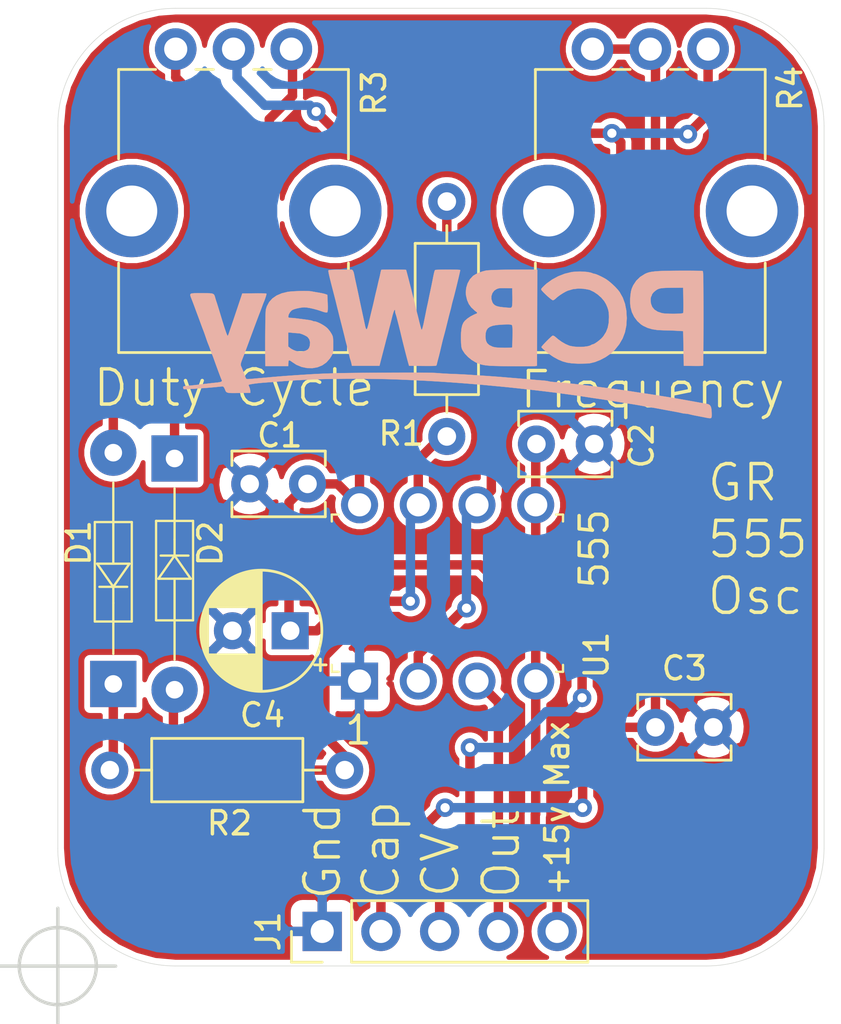
<source format=kicad_pcb>
(kicad_pcb (version 20171130) (host pcbnew "(5.1.2-1)-1")

  (general
    (thickness 1.6)
    (drawings 19)
    (tracks 100)
    (zones 0)
    (modules 13)
    (nets 11)
  )

  (page A4)
  (layers
    (0 F.Cu signal)
    (31 B.Cu signal)
    (32 B.Adhes user hide)
    (33 F.Adhes user hide)
    (34 B.Paste user hide)
    (35 F.Paste user)
    (36 B.SilkS user)
    (37 F.SilkS user)
    (38 B.Mask user hide)
    (39 F.Mask user hide)
    (40 Dwgs.User user hide)
    (41 Cmts.User user hide)
    (42 Eco1.User user hide)
    (43 Eco2.User user hide)
    (44 Edge.Cuts user)
    (45 Margin user hide)
    (46 B.CrtYd user hide)
    (47 F.CrtYd user hide)
    (48 B.Fab user hide)
    (49 F.Fab user hide)
  )

  (setup
    (last_trace_width 0.25)
    (user_trace_width 0.2032)
    (user_trace_width 0.254)
    (user_trace_width 0.3048)
    (user_trace_width 0.4064)
    (user_trace_width 0.6096)
    (user_trace_width 1.016)
    (trace_clearance 0.2)
    (zone_clearance 0.381)
    (zone_45_only no)
    (trace_min 0.1524)
    (via_size 0.8)
    (via_drill 0.4)
    (via_min_size 0.658)
    (via_min_drill 0.3)
    (uvia_size 0.3)
    (uvia_drill 0.1)
    (uvias_allowed no)
    (uvia_min_size 0.2)
    (uvia_min_drill 0.1)
    (edge_width 0.15)
    (segment_width 0.2)
    (pcb_text_width 0.3)
    (pcb_text_size 1.5 1.5)
    (mod_edge_width 0.15)
    (mod_text_size 0.8 0.8)
    (mod_text_width 0.15)
    (pad_size 4 4)
    (pad_drill 2.2)
    (pad_to_mask_clearance 0)
    (aux_axis_origin 88.011 96.371)
    (grid_origin 88.011 96.371)
    (visible_elements FFFFFF7F)
    (pcbplotparams
      (layerselection 0x010f0_ffffffff)
      (usegerberextensions false)
      (usegerberattributes false)
      (usegerberadvancedattributes false)
      (creategerberjobfile false)
      (excludeedgelayer true)
      (linewidth 0.152400)
      (plotframeref false)
      (viasonmask false)
      (mode 1)
      (useauxorigin false)
      (hpglpennumber 1)
      (hpglpenspeed 20)
      (hpglpendiameter 15.000000)
      (psnegative false)
      (psa4output false)
      (plotreference true)
      (plotvalue false)
      (plotinvisibletext false)
      (padsonsilk false)
      (subtractmaskfromsilk false)
      (outputformat 1)
      (mirror false)
      (drillshape 0)
      (scaleselection 1)
      (outputdirectory "Output/"))
  )

  (net 0 "")
  (net 1 GNDREF)
  (net 2 VCC)
  (net 3 /CV)
  (net 4 /CAP)
  (net 5 "Net-(D1-Pad1)")
  (net 6 "Net-(D1-Pad2)")
  (net 7 "Net-(D2-Pad2)")
  (net 8 "Net-(D2-Pad1)")
  (net 9 /OUT)
  (net 10 "Net-(R3-Pad2)")

  (net_class Default "This is the default net class."
    (clearance 0.2)
    (trace_width 0.25)
    (via_dia 0.8)
    (via_drill 0.4)
    (uvia_dia 0.3)
    (uvia_drill 0.1)
    (add_net /CAP)
    (add_net /CV)
    (add_net /OUT)
    (add_net GNDREF)
    (add_net "Net-(D1-Pad1)")
    (add_net "Net-(D1-Pad2)")
    (add_net "Net-(D2-Pad1)")
    (add_net "Net-(D2-Pad2)")
    (add_net "Net-(R3-Pad2)")
    (add_net VCC)
  )

  (net_class PWR ""
    (clearance 0.254)
    (trace_width 0.508)
    (via_dia 0.8)
    (via_drill 0.4)
    (uvia_dia 0.3)
    (uvia_drill 0.1)
  )

  (net_class Signals ""
    (clearance 0.254)
    (trace_width 0.4064)
    (via_dia 0.8)
    (via_drill 0.4)
    (uvia_dia 0.3)
    (uvia_drill 0.1)
  )

  (module "_Custom_Footprints:pcb way logo" locked (layer B.Cu) (tedit 0) (tstamp 601A8939)
    (at 104.861 70.146 180)
    (fp_text reference G*** (at 0 0) (layer B.SilkS) hide
      (effects (font (size 1.524 1.524) (thickness 0.3)) (justify mirror))
    )
    (fp_text value LOGO (at 0.75 0) (layer B.SilkS) hide
      (effects (font (size 1.524 1.524) (thickness 0.3)) (justify mirror))
    )
    (fp_poly (pts (xy -5.560911 3.803272) (xy -5.401501 3.788201) (xy -5.361481 3.782119) (xy -5.076571 3.712881)
      (xy -4.795154 3.603568) (xy -4.529552 3.460411) (xy -4.292089 3.289645) (xy -4.172403 3.180698)
      (xy -4.104182 3.111351) (xy -4.067054 3.067069) (xy -4.056004 3.037177) (xy -4.066021 3.011004)
      (xy -4.082614 2.98951) (xy -4.145914 2.918544) (xy -4.226202 2.837772) (xy -4.314442 2.755176)
      (xy -4.401595 2.678736) (xy -4.478625 2.616435) (xy -4.536493 2.576255) (xy -4.562821 2.5654)
      (xy -4.611019 2.583036) (xy -4.669978 2.627085) (xy -4.687898 2.644802) (xy -4.765385 2.713937)
      (xy -4.873187 2.793114) (xy -4.995161 2.871822) (xy -5.115163 2.939552) (xy -5.204077 2.980846)
      (xy -5.433434 3.047431) (xy -5.676004 3.074538) (xy -5.9055 3.060961) (xy -6.008013 3.043887)
      (xy -6.095873 3.026926) (xy -6.152947 3.013246) (xy -6.1595 3.01109) (xy -6.334764 2.928043)
      (xy -6.505094 2.813034) (xy -6.658737 2.676321) (xy -6.783938 2.528159) (xy -6.859486 2.4003)
      (xy -6.918748 2.264428) (xy -6.956631 2.151699) (xy -6.977719 2.041597) (xy -6.986598 1.913602)
      (xy -6.987951 1.825497) (xy -6.975849 1.585018) (xy -6.935027 1.377938) (xy -6.862071 1.193607)
      (xy -6.753568 1.021377) (xy -6.714078 0.971088) (xy -6.653022 0.907088) (xy -6.572446 0.836536)
      (xy -6.484014 0.768037) (xy -6.399391 0.710197) (xy -6.33024 0.671621) (xy -6.292974 0.6604)
      (xy -6.243816 0.646042) (xy -6.23443 0.639417) (xy -6.162525 0.601646) (xy -6.051915 0.573469)
      (xy -5.913856 0.555281) (xy -5.759604 0.547474) (xy -5.600413 0.550441) (xy -5.447539 0.564576)
      (xy -5.312237 0.59027) (xy -5.260917 0.605425) (xy -5.107137 0.671914) (xy -4.942548 0.767067)
      (xy -4.78661 0.878755) (xy -4.69571 0.957705) (xy -4.628347 1.011261) (xy -4.571856 1.036723)
      (xy -4.55601 1.037218) (xy -4.52428 1.017224) (xy -4.467719 0.968773) (xy -4.394591 0.900253)
      (xy -4.313161 0.820054) (xy -4.231693 0.736565) (xy -4.158452 0.658174) (xy -4.101702 0.59327)
      (xy -4.069709 0.550244) (xy -4.065589 0.539418) (xy -4.086112 0.510392) (xy -4.139138 0.459079)
      (xy -4.215794 0.392666) (xy -4.307208 0.31834) (xy -4.404508 0.243287) (xy -4.498819 0.174696)
      (xy -4.581271 0.119752) (xy -4.591249 0.113626) (xy -4.791482 0.003248) (xy -4.983731 -0.077389)
      (xy -5.181082 -0.131596) (xy -5.396619 -0.162684) (xy -5.64343 -0.173966) (xy -5.7277 -0.173965)
      (xy -5.862372 -0.172168) (xy -5.983352 -0.169393) (xy -6.07926 -0.165985) (xy -6.138712 -0.162287)
      (xy -6.1468 -0.161319) (xy -6.375963 -0.106574) (xy -6.613318 -0.013754) (xy -6.844756 0.109575)
      (xy -7.056167 0.255847) (xy -7.23344 0.417494) (xy -7.2406 0.425239) (xy -7.431262 0.662584)
      (xy -7.575989 0.91087) (xy -7.676975 1.175961) (xy -7.736416 1.463719) (xy -7.756507 1.78001)
      (xy -7.756496 1.8034) (xy -7.736786 2.124543) (xy -7.679727 2.414522) (xy -7.584026 2.67796)
      (xy -7.448391 2.919476) (xy -7.441557 2.929567) (xy -7.361341 3.030988) (xy -7.252021 3.147527)
      (xy -7.127068 3.266597) (xy -6.999958 3.37561) (xy -6.884164 3.461979) (xy -6.8453 3.486617)
      (xy -6.739634 3.545704) (xy -6.62761 3.602647) (xy -6.520935 3.652104) (xy -6.431316 3.688736)
      (xy -6.370457 3.7072) (xy -6.359195 3.7084) (xy -6.307149 3.719548) (xy -6.279806 3.731066)
      (xy -6.187409 3.762905) (xy -6.057033 3.786728) (xy -5.900965 3.801853) (xy -5.731495 3.807595)
      (xy -5.560911 3.803272)) (layer B.SilkS) (width 0.01))
    (fp_poly (pts (xy 2.532456 3.889832) (xy 2.657716 3.888599) (xy 2.760042 3.886628) (xy 2.830218 3.883908)
      (xy 2.859028 3.880425) (xy 2.859131 3.880335) (xy 2.870932 3.849669) (xy 2.886371 3.786168)
      (xy 2.894808 3.743361) (xy 2.914947 3.643707) (xy 2.937976 3.544555) (xy 2.944905 3.5179)
      (xy 2.967687 3.428532) (xy 2.992133 3.324997) (xy 3.000082 3.2893) (xy 3.021346 3.193811)
      (xy 3.042446 3.102438) (xy 3.0494 3.0734) (xy 3.069674 2.990274) (xy 3.093142 2.894069)
      (xy 3.098966 2.8702) (xy 3.119846 2.781561) (xy 3.144823 2.671285) (xy 3.162504 2.5908)
      (xy 3.186527 2.483626) (xy 3.217016 2.353188) (xy 3.247891 2.225449) (xy 3.251763 2.2098)
      (xy 3.279067 2.09902) (xy 3.304077 1.996127) (xy 3.322385 1.91929) (xy 3.325692 1.905)
      (xy 3.370361 1.711357) (xy 3.405943 1.562349) (xy 3.434031 1.452947) (xy 3.456219 1.378121)
      (xy 3.474099 1.332842) (xy 3.489267 1.312082) (xy 3.503315 1.31081) (xy 3.511903 1.317344)
      (xy 3.532784 1.356941) (xy 3.552951 1.423368) (xy 3.556475 1.439407) (xy 3.566748 1.489444)
      (xy 3.578581 1.54598) (xy 3.59377 1.617408) (xy 3.614111 1.712121) (xy 3.6414 1.838512)
      (xy 3.677433 2.004974) (xy 3.683288 2.032) (xy 3.72666 2.233467) (xy 3.769819 2.436234)
      (xy 3.808996 2.622505) (xy 3.836623 2.7559) (xy 3.852659 2.832388) (xy 3.876453 2.943748)
      (xy 3.904813 3.075248) (xy 3.934547 3.212156) (xy 3.962463 3.339738) (xy 3.985368 3.443262)
      (xy 3.990713 3.4671) (xy 4.010052 3.559329) (xy 4.026819 3.649305) (xy 4.028207 3.6576)
      (xy 4.055076 3.774527) (xy 4.089715 3.85244) (xy 4.129567 3.885945) (xy 4.136931 3.886841)
      (xy 4.345495 3.88905) (xy 4.54253 3.889209) (xy 4.721766 3.88747) (xy 4.876936 3.883988)
      (xy 5.001773 3.878914) (xy 5.090008 3.872402) (xy 5.135374 3.864605) (xy 5.139404 3.862356)
      (xy 5.145247 3.849252) (xy 5.146076 3.823156) (xy 5.140926 3.779807) (xy 5.128834 3.714939)
      (xy 5.108838 3.624291) (xy 5.079975 3.503597) (xy 5.04128 3.348596) (xy 4.991792 3.155022)
      (xy 4.930548 2.918613) (xy 4.898082 2.794) (xy 4.865476 2.667856) (xy 4.83542 2.549524)
      (xy 4.811568 2.453503) (xy 4.798909 2.4003) (xy 4.775787 2.303417) (xy 4.750453 2.204447)
      (xy 4.748478 2.1971) (xy 4.72461 2.105348) (xy 4.702627 2.015622) (xy 4.700529 2.0066)
      (xy 4.684254 1.939014) (xy 4.659926 1.841453) (xy 4.632337 1.733091) (xy 4.627545 1.7145)
      (xy 4.574801 1.509431) (xy 4.526752 1.320887) (xy 4.485181 1.155968) (xy 4.451871 1.021776)
      (xy 4.428604 0.925408) (xy 4.420272 0.889) (xy 4.40403 0.821688) (xy 4.378762 0.72453)
      (xy 4.349429 0.61652) (xy 4.343963 0.5969) (xy 4.313978 0.486584) (xy 4.286853 0.381281)
      (xy 4.267782 0.301257) (xy 4.265814 0.2921) (xy 4.247455 0.204485) (xy 4.230429 0.123255)
      (xy 4.228551 0.1143) (xy 4.209852 0.04085) (xy 4.19199 -0.0127) (xy 4.173206 -0.070618)
      (xy 4.153088 -0.148808) (xy 4.149453 -0.1651) (xy 4.1275 -0.2667) (xy 2.938047 -0.2667)
      (xy 2.893177 -0.0889) (xy 2.868086 0.009446) (xy 2.83473 0.138709) (xy 2.797818 0.280692)
      (xy 2.76824 0.3937) (xy 2.735111 0.520353) (xy 2.704769 0.637322) (xy 2.680656 0.731281)
      (xy 2.666575 0.7874) (xy 2.644522 0.873764) (xy 2.619149 0.967425) (xy 2.6162 0.9779)
      (xy 2.591168 1.069487) (xy 2.568004 1.159124) (xy 2.56572 1.1684) (xy 2.548617 1.235871)
      (xy 2.523171 1.333261) (xy 2.494379 1.441473) (xy 2.489262 1.4605) (xy 2.458044 1.578672)
      (xy 2.427239 1.699113) (xy 2.403136 1.797197) (xy 2.401672 1.8034) (xy 2.366409 1.941706)
      (xy 2.333436 2.049421) (xy 2.304562 2.122787) (xy 2.281593 2.158044) (xy 2.266338 2.151435)
      (xy 2.260605 2.0992) (xy 2.2606 2.096696) (xy 2.250875 2.020759) (xy 2.237845 1.976046)
      (xy 2.216552 1.912822) (xy 2.193209 1.831697) (xy 2.18914 1.8161) (xy 2.164181 1.718938)
      (xy 2.138513 1.619802) (xy 2.136715 1.6129) (xy 2.105263 1.490582) (xy 2.071717 1.357498)
      (xy 2.040364 1.230881) (xy 2.015491 1.127962) (xy 2.00715 1.0922) (xy 1.979587 0.975023)
      (xy 1.9433 0.825859) (xy 1.901119 0.655861) (xy 1.855878 0.476179) (xy 1.810407 0.297964)
      (xy 1.767539 0.132369) (xy 1.730106 -0.009457) (xy 1.700939 -0.116362) (xy 1.694299 -0.1397)
      (xy 1.657617 -0.2667) (xy 1.069491 -0.273519) (xy 0.872546 -0.275198) (xy 0.721329 -0.274957)
      (xy 0.610798 -0.27258) (xy 0.535909 -0.267853) (xy 0.491621 -0.260563) (xy 0.47289 -0.250495)
      (xy 0.471765 -0.248119) (xy 0.460509 -0.205967) (xy 0.442497 -0.134359) (xy 0.431364 -0.0889)
      (xy 0.408486 0.002528) (xy 0.386331 0.086547) (xy 0.378578 0.1143) (xy 0.363845 0.169982)
      (xy 0.341079 0.261377) (xy 0.313671 0.3747) (xy 0.291144 0.4699) (xy 0.259688 0.604058)
      (xy 0.236509 0.70208) (xy 0.218289 0.777292) (xy 0.201711 0.843018) (xy 0.183458 0.912583)
      (xy 0.160214 0.999311) (xy 0.148882 1.0414) (xy 0.117117 1.160106) (xy 0.0908 1.260746)
      (xy 0.064449 1.364659) (xy 0.032584 1.493186) (xy 0.026561 1.51765) (xy 0.001936 1.617732)
      (xy -0.023503 1.721121) (xy -0.026562 1.73355) (xy -0.062832 1.879468) (xy -0.091806 1.99217)
      (xy -0.117699 2.087917) (xy -0.126945 2.1209) (xy -0.151296 2.214274) (xy -0.175148 2.316539)
      (xy -0.179472 2.3368) (xy -0.202089 2.433961) (xy -0.230564 2.541967) (xy -0.240947 2.5781)
      (xy -0.261252 2.650877) (xy -0.288878 2.756031) (xy -0.321933 2.885733) (xy -0.35852 3.032157)
      (xy -0.396745 3.187475) (xy -0.434712 3.343858) (xy -0.470528 3.49348) (xy -0.502296 3.628511)
      (xy -0.528122 3.741125) (xy -0.546111 3.823494) (xy -0.554369 3.86779) (xy -0.554459 3.873179)
      (xy -0.523918 3.878961) (xy -0.45192 3.883555) (xy -0.347737 3.886966) (xy -0.220638 3.889198)
      (xy -0.079893 3.890258) (xy 0.065228 3.890149) (xy 0.205456 3.888878) (xy 0.33152 3.886448)
      (xy 0.434151 3.882866) (xy 0.504078 3.878137) (xy 0.53178 3.87258) (xy 0.547402 3.846288)
      (xy 0.564882 3.793606) (xy 0.585844 3.708127) (xy 0.611912 3.58344) (xy 0.634504 3.4671)
      (xy 0.654403 3.365556) (xy 0.680383 3.237027) (xy 0.708666 3.099806) (xy 0.735475 2.97219)
      (xy 0.757031 2.872473) (xy 0.760377 2.8575) (xy 0.77832 2.774039) (xy 0.799698 2.669324)
      (xy 0.812631 2.6035) (xy 0.832633 2.503627) (xy 0.852741 2.409423) (xy 0.8636 2.3622)
      (xy 0.880611 2.286843) (xy 0.901294 2.187928) (xy 0.914568 2.1209) (xy 0.934794 2.017764)
      (xy 0.955077 1.917249) (xy 0.965565 1.8669) (xy 0.982392 1.78543) (xy 1.003342 1.680704)
      (xy 1.018543 1.60292) (xy 1.040573 1.500504) (xy 1.065117 1.403678) (xy 1.081736 1.34892)
      (xy 1.101631 1.298561) (xy 1.116971 1.287401) (xy 1.133013 1.318881) (xy 1.155009 1.396442)
      (xy 1.155156 1.397) (xy 1.173674 1.466752) (xy 1.195299 1.547245) (xy 1.195882 1.5494)
      (xy 1.218315 1.636652) (xy 1.240966 1.730949) (xy 1.243013 1.7399) (xy 1.260969 1.814112)
      (xy 1.287227 1.916925) (xy 1.316569 2.027975) (xy 1.321081 2.0447) (xy 1.350151 2.155161)
      (xy 1.376501 2.260569) (xy 1.395068 2.340579) (xy 1.396944 2.3495) (xy 1.409668 2.405685)
      (xy 1.43209 2.498761) (xy 1.462353 2.621461) (xy 1.498601 2.766515) (xy 1.538978 2.926655)
      (xy 1.581626 3.094614) (xy 1.624689 3.263123) (xy 1.666311 3.424914) (xy 1.704635 3.572717)
      (xy 1.737804 3.699266) (xy 1.763962 3.797292) (xy 1.781252 3.859527) (xy 1.787604 3.878872)
      (xy 1.815362 3.882449) (xy 1.884695 3.885376) (xy 1.986389 3.887641) (xy 2.111228 3.889232)
      (xy 2.249996 3.890136) (xy 2.393477 3.89034) (xy 2.532456 3.889832)) (layer B.SilkS) (width 0.01))
    (fp_poly (pts (xy -10.126591 3.844228) (xy -9.929313 3.843139) (xy -9.735945 3.841192) (xy -9.553325 3.838394)
      (xy -9.38829 3.834755) (xy -9.247678 3.830284) (xy -9.138327 3.824989) (xy -9.1313 3.824541)
      (xy -8.956587 3.810675) (xy -8.820741 3.793302) (xy -8.711841 3.770008) (xy -8.617965 3.738376)
      (xy -8.5471 3.706161) (xy -8.339348 3.575875) (xy -8.169537 3.411834) (xy -8.037919 3.214314)
      (xy -7.972923 3.067989) (xy -7.940297 2.945556) (xy -7.917438 2.789796) (xy -7.905442 2.617438)
      (xy -7.905406 2.44521) (xy -7.918428 2.289839) (xy -7.920839 2.273633) (xy -7.978841 2.053731)
      (xy -8.078306 1.848794) (xy -8.213134 1.667826) (xy -8.377223 1.519831) (xy -8.473314 1.458208)
      (xy -8.658103 1.371987) (xy -8.859803 1.312819) (xy -9.08855 1.278442) (xy -9.331367 1.266769)
      (xy -9.489371 1.263875) (xy -9.664856 1.258708) (xy -9.831707 1.252114) (xy -9.9187 1.247719)
      (xy -10.1981 1.2319) (xy -10.2235 -0.2667) (xy -10.631411 -0.273655) (xy -10.77054 -0.27497)
      (xy -10.891505 -0.274108) (xy -10.985333 -0.271294) (xy -11.04305 -0.266751) (xy -11.056861 -0.263072)
      (xy -11.059598 -0.235523) (xy -11.062204 -0.161025) (xy -11.064646 -0.04343) (xy -11.066891 0.113411)
      (xy -11.068906 0.305646) (xy -11.070657 0.529424) (xy -11.072113 0.780894) (xy -11.073239 1.056204)
      (xy -11.074003 1.351503) (xy -11.074371 1.662939) (xy -11.0744 1.780735) (xy -11.074244 2.164842)
      (xy -11.074084 2.273478) (xy -10.206686 2.273478) (xy -10.205711 2.153396) (xy -10.203623 2.065736)
      (xy -10.200501 2.018535) (xy -10.19943 2.013607) (xy -10.170509 2.001425) (xy -10.100654 1.991956)
      (xy -9.999658 1.985252) (xy -9.87732 1.981367) (xy -9.743433 1.980352) (xy -9.607793 1.98226)
      (xy -9.480196 1.987143) (xy -9.370437 1.995054) (xy -9.288312 2.006046) (xy -9.275898 2.008657)
      (xy -9.094353 2.069302) (xy -8.955111 2.157988) (xy -8.857953 2.274965) (xy -8.802659 2.420484)
      (xy -8.7884 2.56289) (xy -8.792343 2.646367) (xy -8.802568 2.7078) (xy -8.8138 2.7305)
      (xy -8.835581 2.766536) (xy -8.8392 2.792544) (xy -8.857061 2.834911) (xy -8.902809 2.893041)
      (xy -8.940235 2.930168) (xy -9.005333 2.985814) (xy -9.066813 3.028095) (xy -9.133035 3.058917)
      (xy -9.21236 3.080186) (xy -9.313151 3.093808) (xy -9.443767 3.101691) (xy -9.612571 3.105741)
      (xy -9.7155 3.106939) (xy -10.1981 3.1115) (xy -10.204983 2.578757) (xy -10.20647 2.417944)
      (xy -10.206686 2.273478) (xy -11.074084 2.273478) (xy -11.073747 2.500914) (xy -11.072867 2.791711)
      (xy -11.071559 3.039997) (xy -11.069782 3.248535) (xy -11.067493 3.420088) (xy -11.064649 3.557417)
      (xy -11.061207 3.663286) (xy -11.057123 3.740457) (xy -11.052356 3.791693) (xy -11.046863 3.819757)
      (xy -11.04265 3.827039) (xy -11.009458 3.832215) (xy -10.932311 3.83647) (xy -10.818049 3.839811)
      (xy -10.673508 3.842249) (xy -10.505526 3.843791) (xy -10.320941 3.844448) (xy -10.126591 3.844228)) (layer B.SilkS) (width 0.01))
    (fp_poly (pts (xy -2.826161 3.888604) (xy -2.547899 3.885702) (xy -2.298297 3.881231) (xy -2.081536 3.875271)
      (xy -1.901796 3.867901) (xy -1.76326 3.859201) (xy -1.670106 3.849252) (xy -1.652043 3.846118)
      (xy -1.511814 3.809359) (xy -1.36666 3.756716) (xy -1.233173 3.695249) (xy -1.127946 3.632021)
      (xy -1.102665 3.612326) (xy -0.971639 3.468909) (xy -0.874304 3.295237) (xy -0.814414 3.102098)
      (xy -0.795727 2.90028) (xy -0.808041 2.766075) (xy -0.85569 2.566701) (xy -0.928239 2.401811)
      (xy -1.03359 2.258017) (xy -1.179645 2.121929) (xy -1.19592 2.108919) (xy -1.314522 2.015169)
      (xy -1.149826 1.94342) (xy -0.999404 1.865906) (xy -0.86345 1.773398) (xy -0.754307 1.675281)
      (xy -0.692679 1.595897) (xy -0.643674 1.485989) (xy -0.610219 1.343592) (xy -0.591599 1.163695)
      (xy -0.587101 0.94129) (xy -0.588446 0.8636) (xy -0.592987 0.719002) (xy -0.59942 0.614043)
      (xy -0.609397 0.537564) (xy -0.624572 0.478406) (xy -0.646597 0.425408) (xy -0.656151 0.4064)
      (xy -0.753876 0.260044) (xy -0.889112 0.116632) (xy -1.049198 -0.012941) (xy -1.221469 -0.117778)
      (xy -1.31437 -0.159979) (xy -1.391698 -0.188515) (xy -1.470346 -0.212198) (xy -1.55594 -0.231518)
      (xy -1.654109 -0.246962) (xy -1.770477 -0.259017) (xy -1.910673 -0.268171) (xy -2.080323 -0.274912)
      (xy -2.285053 -0.279728) (xy -2.530491 -0.283105) (xy -2.757815 -0.285084) (xy -2.977534 -0.286331)
      (xy -3.18365 -0.286837) (xy -3.370072 -0.286637) (xy -3.530713 -0.285766) (xy -3.659482 -0.284259)
      (xy -3.750292 -0.28215) (xy -3.797052 -0.279474) (xy -3.799215 -0.279151) (xy -3.8735 -0.266203)
      (xy -3.878041 1.184547) (xy -2.818582 1.184547) (xy -2.817073 1.021154) (xy -2.816858 1.00502)
      (xy -2.814295 0.856885) (xy -2.810974 0.726325) (xy -2.807198 0.621829) (xy -2.803269 0.551884)
      (xy -2.7998 0.525388) (xy -2.771866 0.518289) (xy -2.702553 0.512947) (xy -2.601262 0.509762)
      (xy -2.477397 0.509135) (xy -2.429524 0.509607) (xy -2.265057 0.513623) (xy -2.14102 0.521235)
      (xy -2.047109 0.533535) (xy -1.973015 0.551613) (xy -1.9466 0.560712) (xy -1.812717 0.625543)
      (xy -1.721436 0.707944) (xy -1.66763 0.815751) (xy -1.646173 0.956802) (xy -1.64544 1.021055)
      (xy -1.656934 1.158) (xy -1.689294 1.267668) (xy -1.747132 1.353053) (xy -1.835059 1.417148)
      (xy -1.957686 1.462946) (xy -2.119625 1.493441) (xy -2.325487 1.511627) (xy -2.407225 1.515575)
      (xy -2.557358 1.520242) (xy -2.663947 1.519852) (xy -2.734033 1.51405) (xy -2.774655 1.502482)
      (xy -2.783707 1.496603) (xy -2.797929 1.477928) (xy -2.808051 1.444461) (xy -2.814549 1.389125)
      (xy -2.8179 1.304845) (xy -2.818582 1.184547) (xy -3.878041 1.184547) (xy -3.879999 1.809999)
      (xy -3.88244 2.590112) (xy -2.813181 2.590112) (xy -2.810644 2.467993) (xy -2.805187 2.370719)
      (xy -2.797283 2.309616) (xy -2.79461 2.300304) (xy -2.783084 2.271876) (xy -2.768266 2.252865)
      (xy -2.741647 2.242352) (xy -2.694719 2.239416) (xy -2.618975 2.243138) (xy -2.505906 2.252598)
      (xy -2.422709 2.260096) (xy -2.259121 2.280214) (xy -2.137508 2.309326) (xy -2.049305 2.351297)
      (xy -1.985948 2.409991) (xy -1.945487 2.475399) (xy -1.902792 2.61068) (xy -1.902858 2.746357)
      (xy -1.942613 2.871848) (xy -2.018982 2.976572) (xy -2.109711 3.041016) (xy -2.165453 3.066011)
      (xy -2.221264 3.081986) (xy -2.289857 3.090538) (xy -2.383946 3.093267) (xy -2.513896 3.091816)
      (xy -2.805291 3.0861) (xy -2.812327 2.725754) (xy -2.813181 2.590112) (xy -3.88244 2.590112)
      (xy -3.886497 3.8862) (xy -3.791099 3.887089) (xy -3.451942 3.889377) (xy -3.128903 3.889855)
      (xy -2.826161 3.888604)) (layer B.SilkS) (width 0.01))
    (fp_poly (pts (xy 6.374051 2.963366) (xy 6.534973 2.958054) (xy 6.687105 2.949813) (xy 6.818563 2.938907)
      (xy 6.9088 2.927132) (xy 7.166464 2.864128) (xy 7.386143 2.769718) (xy 7.56685 2.644696)
      (xy 7.707601 2.489858) (xy 7.807409 2.305998) (xy 7.85082 2.167245) (xy 7.856694 2.116434)
      (xy 7.861997 2.019777) (xy 7.866681 1.882223) (xy 7.870695 1.708723) (xy 7.873989 1.504228)
      (xy 7.876515 1.273689) (xy 7.878221 1.022055) (xy 7.879059 0.754277) (xy 7.878978 0.475307)
      (xy 7.877928 0.190094) (xy 7.87586 -0.096411) (xy 7.874744 -0.20955) (xy 7.874 -0.2794)
      (xy 6.8834 -0.2794) (xy 6.881614 -0.18415) (xy 6.875988 -0.087279) (xy 6.859568 -0.037279)
      (xy 6.826213 -0.030437) (xy 6.769778 -0.063037) (xy 6.730917 -0.093022) (xy 6.528512 -0.224926)
      (xy 6.305413 -0.316199) (xy 6.070831 -0.364866) (xy 5.833973 -0.368954) (xy 5.620289 -0.331176)
      (xy 5.41391 -0.248277) (xy 5.235986 -0.123391) (xy 5.087186 0.042941) (xy 5.014508 0.158159)
      (xy 4.984619 0.214355) (xy 4.964065 0.263604) (xy 4.951101 0.317165) (xy 4.943982 0.386294)
      (xy 4.940965 0.482249) (xy 4.940303 0.616287) (xy 4.9403 0.637007) (xy 4.940719 0.754567)
      (xy 5.939747 0.754567) (xy 5.945868 0.621594) (xy 5.949934 0.60325) (xy 5.985283 0.499964)
      (xy 6.038919 0.43254) (xy 6.124436 0.386614) (xy 6.169343 0.371435) (xy 6.275488 0.343441)
      (xy 6.362466 0.335245) (xy 6.453554 0.346858) (xy 6.54929 0.371648) (xy 6.64924 0.40918)
      (xy 6.745627 0.459168) (xy 6.78815 0.488082) (xy 6.8834 0.563069) (xy 6.8834 1.175704)
      (xy 6.67385 1.156668) (xy 6.571854 1.147871) (xy 6.486772 1.141384) (xy 6.433388 1.138311)
      (xy 6.4262 1.138211) (xy 6.363068 1.126765) (xy 6.274708 1.096245) (xy 6.179029 1.054403)
      (xy 6.093942 1.008994) (xy 6.041338 0.971591) (xy 5.972709 0.875821) (xy 5.939747 0.754567)
      (xy 4.940719 0.754567) (xy 4.940799 0.776953) (xy 4.943465 0.877469) (xy 4.950044 0.949922)
      (xy 4.962286 1.00568) (xy 4.98194 1.056111) (xy 5.010753 1.112582) (xy 5.014534 1.119607)
      (xy 5.077448 1.217687) (xy 5.1574 1.318344) (xy 5.205034 1.368558) (xy 5.285856 1.433962)
      (xy 5.389578 1.501342) (xy 5.502645 1.563625) (xy 5.6115 1.613736) (xy 5.702589 1.644604)
      (xy 5.746355 1.651) (xy 5.803451 1.659476) (xy 5.83057 1.67261) (xy 5.865458 1.685566)
      (xy 5.937495 1.701337) (xy 6.033337 1.717163) (xy 6.0706 1.722278) (xy 6.205962 1.739909)
      (xy 6.35533 1.759424) (xy 6.486908 1.776669) (xy 6.4897 1.777036) (xy 6.600417 1.789978)
      (xy 6.704469 1.799414) (xy 6.781362 1.803521) (xy 6.78815 1.803568) (xy 6.851035 1.807548)
      (xy 6.877931 1.826093) (xy 6.8834 1.865449) (xy 6.863629 1.950347) (xy 6.812914 2.041152)
      (xy 6.744146 2.118098) (xy 6.697419 2.150531) (xy 6.612845 2.183516) (xy 6.497012 2.21509)
      (xy 6.369385 2.241073) (xy 6.249429 2.257284) (xy 6.184899 2.2606) (xy 6.081305 2.252234)
      (xy 5.945471 2.229454) (xy 5.792701 2.195742) (xy 5.6383 2.154581) (xy 5.497572 2.109451)
      (xy 5.461 2.095925) (xy 5.373424 2.066142) (xy 5.290712 2.044044) (xy 5.267809 2.039656)
      (xy 5.216272 2.035367) (xy 5.191528 2.052825) (xy 5.179982 2.104872) (xy 5.177551 2.124899)
      (xy 5.174134 2.190438) (xy 5.173761 2.291548) (xy 5.176326 2.413097) (xy 5.180242 2.511177)
      (xy 5.1943 2.799853) (xy 5.2832 2.832329) (xy 5.353341 2.852546) (xy 5.452663 2.874639)
      (xy 5.559974 2.893905) (xy 5.5626 2.894313) (xy 5.677861 2.913091) (xy 5.793439 2.93341)
      (xy 5.8801 2.950033) (xy 5.957361 2.959082) (xy 6.073362 2.964145) (xy 6.216219 2.965484)
      (xy 6.374051 2.963366)) (layer B.SilkS) (width 0.01))
    (fp_poly (pts (xy 10.941751 2.86953) (xy 11.034044 2.863302) (xy 11.090937 2.848355) (xy 11.117548 2.821094)
      (xy 11.118996 2.777928) (xy 11.1004 2.715261) (xy 11.06688 2.629502) (xy 11.046612 2.5781)
      (xy 11.003013 2.464628) (xy 10.960072 2.350996) (xy 10.926076 2.259161) (xy 10.922 2.2479)
      (xy 10.890423 2.161388) (xy 10.849025 2.049481) (xy 10.805991 1.934288) (xy 10.799753 1.9177)
      (xy 10.752167 1.790368) (xy 10.700245 1.650019) (xy 10.655045 1.526542) (xy 10.654122 1.524)
      (xy 10.616622 1.421965) (xy 10.581593 1.328856) (xy 10.555917 1.262934) (xy 10.553619 1.2573)
      (xy 10.530664 1.197148) (xy 10.498007 1.106187) (xy 10.461877 1.001846) (xy 10.453769 0.9779)
      (xy 10.416205 0.867189) (xy 10.388152 0.787235) (xy 10.363191 0.720559) (xy 10.3349 0.649682)
      (xy 10.318485 0.6096) (xy 10.294763 0.548093) (xy 10.263994 0.46356) (xy 10.248367 0.4191)
      (xy 10.216029 0.328884) (xy 10.184411 0.245514) (xy 10.172459 0.2159) (xy 10.13949 0.133185)
      (xy 10.113576 0.0635) (xy 10.060957 -0.083985) (xy 10.005294 -0.238058) (xy 9.949596 -0.3906)
      (xy 9.896869 -0.533493) (xy 9.850123 -0.658618) (xy 9.812364 -0.757855) (xy 9.786601 -0.823087)
      (xy 9.777295 -0.844205) (xy 9.754822 -0.894763) (xy 9.754404 -0.931413) (xy 9.782027 -0.957549)
      (xy 9.843676 -0.976565) (xy 9.945338 -0.991853) (xy 10.0584 -1.003577) (xy 10.154068 -1.013432)
      (xy 10.28116 -1.027601) (xy 10.420715 -1.043932) (xy 10.5156 -1.055489) (xy 10.689517 -1.076871)
      (xy 10.82766 -1.093239) (xy 10.944623 -1.106176) (xy 11.055002 -1.117266) (xy 11.173393 -1.12809)
      (xy 11.233149 -1.133294) (xy 11.332288 -1.142985) (xy 11.391112 -1.153508) (xy 11.420014 -1.168775)
      (xy 11.429385 -1.1927) (xy 11.429999 -1.207411) (xy 11.415964 -1.258174) (xy 11.394359 -1.278241)
      (xy 11.36101 -1.279792) (xy 11.2848 -1.277645) (xy 11.173489 -1.272337) (xy 11.03484 -1.264408)
      (xy 10.876613 -1.254396) (xy 10.706569 -1.24284) (xy 10.532471 -1.230279) (xy 10.36208 -1.217251)
      (xy 10.203156 -1.204296) (xy 10.063462 -1.191951) (xy 9.950758 -1.180756) (xy 9.8933 -1.174049)
      (xy 9.80487 -1.164727) (xy 9.733206 -1.160864) (xy 9.701121 -1.162365) (xy 9.670543 -1.189154)
      (xy 9.635625 -1.249055) (xy 9.616279 -1.295641) (xy 9.597266 -1.345398) (xy 9.576233 -1.383223)
      (xy 9.546533 -1.410619) (xy 9.501522 -1.429087) (xy 9.434553 -1.440129) (xy 9.338983 -1.445248)
      (xy 9.208164 -1.445945) (xy 9.035453 -1.443723) (xy 8.9662 -1.442572) (xy 8.5217 -1.4351)
      (xy 8.526639 -1.345472) (xy 8.541657 -1.259388) (xy 8.569789 -1.182194) (xy 8.59313 -1.126869)
      (xy 8.597948 -1.092496) (xy 8.597406 -1.091402) (xy 8.566632 -1.078136) (xy 8.494993 -1.062243)
      (xy 8.392259 -1.045187) (xy 8.268202 -1.028429) (xy 8.132591 -1.013435) (xy 8.001 -1.002085)
      (xy 7.880738 -0.993106) (xy 7.732557 -0.981733) (xy 7.579169 -0.969721) (xy 7.493 -0.96285)
      (xy 7.010429 -0.925824) (xy 6.563164 -0.89557) (xy 6.138348 -0.871582) (xy 5.723121 -0.853352)
      (xy 5.304626 -0.840373) (xy 4.870005 -0.832137) (xy 4.406399 -0.828138) (xy 4.064 -0.827582)
      (xy 3.70564 -0.828459) (xy 3.376837 -0.830693) (xy 3.068014 -0.834549) (xy 2.769592 -0.840297)
      (xy 2.471992 -0.848203) (xy 2.165636 -0.858535) (xy 1.840947 -0.871562) (xy 1.488346 -0.88755)
      (xy 1.098255 -0.906768) (xy 0.9398 -0.91489) (xy 0.623408 -0.932526) (xy 0.274421 -0.954221)
      (xy -0.095155 -0.979089) (xy -0.473314 -1.006244) (xy -0.84805 -1.034797) (xy -1.207356 -1.063862)
      (xy -1.539228 -1.092553) (xy -1.8161 -1.118453) (xy -1.964562 -1.132806) (xy -2.127038 -1.148199)
      (xy -2.277416 -1.16217) (xy -2.3368 -1.167572) (xy -2.514025 -1.184428) (xy -2.732042 -1.206598)
      (xy -2.981247 -1.232996) (xy -3.252037 -1.262535) (xy -3.534808 -1.294128) (xy -3.819957 -1.326689)
      (xy -4.097881 -1.35913) (xy -4.358976 -1.390366) (xy -4.593638 -1.419309) (xy -4.792265 -1.444872)
      (xy -4.81965 -1.448522) (xy -4.948405 -1.465751) (xy -5.091174 -1.484818) (xy -5.18795 -1.49772)
      (xy -5.472592 -1.536675) (xy -5.742159 -1.575588) (xy -5.8928 -1.598426) (xy -6.103288 -1.630921)
      (xy -6.273467 -1.656851) (xy -6.413186 -1.677699) (xy -6.532297 -1.694942) (xy -6.5786 -1.701473)
      (xy -6.700755 -1.719395) (xy -6.834931 -1.740296) (xy -6.9088 -1.752401) (xy -7.02736 -1.771951)
      (xy -7.154652 -1.792293) (xy -7.2263 -1.8034) (xy -7.344215 -1.821722) (xy -7.472588 -1.842243)
      (xy -7.5311 -1.851822) (xy -7.625804 -1.867225) (xy -7.749763 -1.886994) (xy -7.882022 -1.907799)
      (xy -7.9375 -1.91643) (xy -8.076352 -1.938647) (xy -8.225299 -1.963595) (xy -8.358626 -1.986937)
      (xy -8.396499 -1.99386) (xy -8.503232 -2.013103) (xy -8.599587 -2.029466) (xy -8.667548 -2.03991)
      (xy -8.675899 -2.040991) (xy -8.713272 -2.046171) (xy -8.766917 -2.054833) (xy -8.843103 -2.068099)
      (xy -8.948101 -2.087093) (xy -9.088178 -2.112939) (xy -9.269605 -2.146759) (xy -9.3472 -2.161281)
      (xy -9.460378 -2.182322) (xy -9.582291 -2.20476) (xy -9.6266 -2.212846) (xy -9.78495 -2.241744)
      (xy -9.902302 -2.263488) (xy -9.987668 -2.279849) (xy -10.050061 -2.292596) (xy -10.098493 -2.3035)
      (xy -10.137547 -2.313188) (xy -10.222708 -2.329583) (xy -10.302451 -2.336785) (xy -10.305207 -2.3368)
      (xy -10.389259 -2.344859) (xy -10.45466 -2.359459) (xy -10.522408 -2.377393) (xy -10.614094 -2.398167)
      (xy -10.668 -2.409133) (xy -10.754195 -2.425812) (xy -10.871623 -2.448549) (xy -11.001646 -2.473736)
      (xy -11.075636 -2.488073) (xy -11.215799 -2.515642) (xy -11.31334 -2.532315) (xy -11.375922 -2.534407)
      (xy -11.411207 -2.518235) (xy -11.426859 -2.480114) (xy -11.430538 -2.41636) (xy -11.429913 -2.32329)
      (xy -11.429906 -2.31775) (xy -11.422505 -2.162627) (xy -11.398697 -2.050643) (xy -11.35584 -1.976033)
      (xy -11.291294 -1.933037) (xy -11.248185 -1.921243) (xy -11.173025 -1.907653) (xy -11.076152 -1.890428)
      (xy -11.0236 -1.881187) (xy -10.912621 -1.861549) (xy -10.790409 -1.839613) (xy -10.73785 -1.830069)
      (xy -10.519036 -1.79046) (xy -10.293835 -1.750321) (xy -10.07161 -1.711273) (xy -9.861723 -1.674935)
      (xy -9.673534 -1.642929) (xy -9.516406 -1.616876) (xy -9.399701 -1.598394) (xy -9.398 -1.598137)
      (xy -9.279182 -1.579733) (xy -9.151668 -1.559339) (xy -9.0805 -1.547618) (xy -8.848233 -1.510123)
      (xy -8.590469 -1.470995) (xy -8.4328 -1.448164) (xy -8.310512 -1.430283) (xy -8.176216 -1.409896)
      (xy -8.1026 -1.398354) (xy -7.984204 -1.379923) (xy -7.850051 -1.359726) (xy -7.7597 -1.346534)
      (xy -7.63307 -1.328344) (xy -7.493061 -1.308145) (xy -7.4041 -1.295261) (xy -7.2849 -1.27858)
      (xy -7.146108 -1.260064) (xy -7.0231 -1.244389) (xy -6.891528 -1.227993) (xy -6.7471 -1.209736)
      (xy -6.6294 -1.194644) (xy -6.504381 -1.178577) (xy -6.360295 -1.160258) (xy -6.22935 -1.143779)
      (xy -6.092834 -1.126668) (xy -5.94003 -1.107434) (xy -5.81025 -1.091028) (xy -5.611587 -1.066931)
      (xy -5.399058 -1.043047) (xy -5.18541 -1.020659) (xy -4.983395 -1.001055) (xy -4.805763 -0.985521)
      (xy -4.665262 -0.975343) (xy -4.6609 -0.975084) (xy -4.552447 -0.966681) (xy -4.458922 -0.955795)
      (xy -4.395258 -0.944304) (xy -4.3815 -0.939959) (xy -4.333971 -0.928502) (xy -4.250626 -0.916483)
      (xy -4.146384 -0.905899) (xy -4.1021 -0.90251) (xy -3.967084 -0.892391) (xy -3.809864 -0.879425)
      (xy -3.658769 -0.865973) (xy -3.6195 -0.862256) (xy -3.485673 -0.849858) (xy -3.324313 -0.835644)
      (xy -3.158541 -0.821621) (xy -3.048 -0.812655) (xy -2.887342 -0.799751) (xy -2.708169 -0.785069)
      (xy -2.53639 -0.770746) (xy -2.4384 -0.762418) (xy -2.303186 -0.751343) (xy -2.136186 -0.73848)
      (xy -1.956314 -0.725246) (xy -1.782484 -0.713054) (xy -1.7399 -0.710182) (xy -1.564178 -0.698399)
      (xy -1.371013 -0.685368) (xy -1.181737 -0.672531) (xy -1.017682 -0.661333) (xy -0.9906 -0.659474)
      (xy -0.831218 -0.649552) (xy -0.643355 -0.639458) (xy -0.449316 -0.63031) (xy -0.271404 -0.623222)
      (xy -0.254 -0.622624) (xy -0.082693 -0.615607) (xy 0.103789 -0.605934) (xy 0.284472 -0.594807)
      (xy 0.438378 -0.583429) (xy 0.4572 -0.581832) (xy 0.558902 -0.575794) (xy 0.711224 -0.570909)
      (xy 0.913997 -0.567179) (xy 1.167054 -0.564605) (xy 1.470227 -0.563187) (xy 1.823348 -0.562927)
      (xy 2.226249 -0.563826) (xy 2.678763 -0.565884) (xy 2.8194 -0.566699) (xy 3.244497 -0.569491)
      (xy 3.624182 -0.572519) (xy 3.963842 -0.575927) (xy 4.268864 -0.579858) (xy 4.544637 -0.584457)
      (xy 4.796546 -0.589867) (xy 5.029981 -0.596232) (xy 5.250328 -0.603696) (xy 5.462974 -0.612402)
      (xy 5.673308 -0.622495) (xy 5.886716 -0.634118) (xy 6.108586 -0.647415) (xy 6.2992 -0.659576)
      (xy 6.544222 -0.675725) (xy 6.760931 -0.690472) (xy 6.959533 -0.704625) (xy 7.150233 -0.718991)
      (xy 7.343241 -0.734378) (xy 7.548761 -0.751594) (xy 7.777001 -0.771447) (xy 8.038167 -0.794743)
      (xy 8.255 -0.814346) (xy 8.412969 -0.828557) (xy 8.527733 -0.838136) (xy 8.606675 -0.843058)
      (xy 8.65718 -0.843297) (xy 8.686633 -0.83883) (xy 8.702418 -0.829631) (xy 8.711919 -0.815675)
      (xy 8.713456 -0.8128) (xy 8.731032 -0.772796) (xy 8.760765 -0.698334) (xy 8.797412 -0.602683)
      (xy 8.813821 -0.5588) (xy 8.852285 -0.457189) (xy 8.886587 -0.370198) (xy 8.911262 -0.311548)
      (xy 8.917372 -0.298794) (xy 8.933576 -0.262712) (xy 8.940378 -0.225145) (xy 8.935878 -0.177617)
      (xy 8.918179 -0.111648) (xy 8.885381 -0.018762) (xy 8.835587 0.109521) (xy 8.813494 0.1651)
      (xy 8.78775 0.231507) (xy 8.748976 0.333767) (xy 8.701601 0.460031) (xy 8.650052 0.598447)
      (xy 8.598756 0.737162) (xy 8.552143 0.864327) (xy 8.547783 0.8763) (xy 8.512579 0.972337)
      (xy 8.46743 1.094461) (xy 8.415499 1.234222) (xy 8.359952 1.38317) (xy 8.303953 1.532857)
      (xy 8.250667 1.674831) (xy 8.203258 1.800644) (xy 8.164892 1.901845) (xy 8.138732 1.969985)
      (xy 8.129203 1.9939) (xy 8.10913 2.044316) (xy 8.079028 2.123562) (xy 8.0518 2.1971)
      (xy 8.010221 2.310243) (xy 7.980629 2.389119) (xy 7.957808 2.447263) (xy 7.936543 2.49821)
      (xy 7.929477 2.5146) (xy 7.902851 2.582545) (xy 7.873575 2.666703) (xy 7.847018 2.750326)
      (xy 7.828547 2.816664) (xy 7.8232 2.846203) (xy 7.848086 2.854948) (xy 7.92081 2.861165)
      (xy 8.038467 2.864755) (xy 8.19815 2.865617) (xy 8.347393 2.864366) (xy 8.871586 2.8575)
      (xy 9.118463 2.1209) (xy 9.180564 1.935835) (xy 9.237928 1.76532) (xy 9.288441 1.615596)
      (xy 9.329995 1.492905) (xy 9.360477 1.403488) (xy 9.377777 1.353585) (xy 9.380488 1.3462)
      (xy 9.396405 1.301406) (xy 9.420854 1.227703) (xy 9.437968 1.174365) (xy 9.464605 1.098384)
      (xy 9.488255 1.044701) (xy 9.499426 1.028808) (xy 9.51083 1.033261) (xy 9.527373 1.060235)
      (xy 9.550191 1.113073) (xy 9.580419 1.195115) (xy 9.619192 1.309702) (xy 9.667646 1.460177)
      (xy 9.726917 1.64988) (xy 9.798139 1.882153) (xy 9.87054 2.1209) (xy 9.907529 2.242238)
      (xy 9.940803 2.349402) (xy 9.966793 2.431025) (xy 9.981929 2.475741) (xy 9.982219 2.4765)
      (xy 10.001098 2.531929) (xy 10.025215 2.610725) (xy 10.034115 2.6416) (xy 10.055404 2.717587)
      (xy 10.075167 2.774588) (xy 10.100501 2.815326) (xy 10.138501 2.84252) (xy 10.196264 2.858889)
      (xy 10.280884 2.867154) (xy 10.399458 2.870035) (xy 10.559082 2.870251) (xy 10.630485 2.8702)
      (xy 10.808938 2.870632) (xy 10.941751 2.86953)) (layer B.SilkS) (width 0.01))
  )

  (module Capacitor_THT:CP_Radial_D5.0mm_P2.50mm (layer F.Cu) (tedit 5AE50EF0) (tstamp 633F0ADE)
    (at 98.061 81.871 180)
    (descr "CP, Radial series, Radial, pin pitch=2.50mm, , diameter=5mm, Electrolytic Capacitor")
    (tags "CP Radial series Radial pin pitch 2.50mm  diameter 5mm Electrolytic Capacitor")
    (path /6342F4EE)
    (fp_text reference C4 (at 1.2 -3.65) (layer F.SilkS)
      (effects (font (size 1 1) (thickness 0.15)))
    )
    (fp_text value 4.7uF (at 1.25 3.75) (layer F.Fab)
      (effects (font (size 1 1) (thickness 0.15)))
    )
    (fp_circle (center 1.25 0) (end 3.75 0) (layer F.Fab) (width 0.1))
    (fp_circle (center 1.25 0) (end 3.87 0) (layer F.SilkS) (width 0.12))
    (fp_circle (center 1.25 0) (end 4 0) (layer F.CrtYd) (width 0.05))
    (fp_line (start -0.883605 -1.0875) (end -0.383605 -1.0875) (layer F.Fab) (width 0.1))
    (fp_line (start -0.633605 -1.3375) (end -0.633605 -0.8375) (layer F.Fab) (width 0.1))
    (fp_line (start 1.25 -2.58) (end 1.25 2.58) (layer F.SilkS) (width 0.12))
    (fp_line (start 1.29 -2.58) (end 1.29 2.58) (layer F.SilkS) (width 0.12))
    (fp_line (start 1.33 -2.579) (end 1.33 2.579) (layer F.SilkS) (width 0.12))
    (fp_line (start 1.37 -2.578) (end 1.37 2.578) (layer F.SilkS) (width 0.12))
    (fp_line (start 1.41 -2.576) (end 1.41 2.576) (layer F.SilkS) (width 0.12))
    (fp_line (start 1.45 -2.573) (end 1.45 2.573) (layer F.SilkS) (width 0.12))
    (fp_line (start 1.49 -2.569) (end 1.49 -1.04) (layer F.SilkS) (width 0.12))
    (fp_line (start 1.49 1.04) (end 1.49 2.569) (layer F.SilkS) (width 0.12))
    (fp_line (start 1.53 -2.565) (end 1.53 -1.04) (layer F.SilkS) (width 0.12))
    (fp_line (start 1.53 1.04) (end 1.53 2.565) (layer F.SilkS) (width 0.12))
    (fp_line (start 1.57 -2.561) (end 1.57 -1.04) (layer F.SilkS) (width 0.12))
    (fp_line (start 1.57 1.04) (end 1.57 2.561) (layer F.SilkS) (width 0.12))
    (fp_line (start 1.61 -2.556) (end 1.61 -1.04) (layer F.SilkS) (width 0.12))
    (fp_line (start 1.61 1.04) (end 1.61 2.556) (layer F.SilkS) (width 0.12))
    (fp_line (start 1.65 -2.55) (end 1.65 -1.04) (layer F.SilkS) (width 0.12))
    (fp_line (start 1.65 1.04) (end 1.65 2.55) (layer F.SilkS) (width 0.12))
    (fp_line (start 1.69 -2.543) (end 1.69 -1.04) (layer F.SilkS) (width 0.12))
    (fp_line (start 1.69 1.04) (end 1.69 2.543) (layer F.SilkS) (width 0.12))
    (fp_line (start 1.73 -2.536) (end 1.73 -1.04) (layer F.SilkS) (width 0.12))
    (fp_line (start 1.73 1.04) (end 1.73 2.536) (layer F.SilkS) (width 0.12))
    (fp_line (start 1.77 -2.528) (end 1.77 -1.04) (layer F.SilkS) (width 0.12))
    (fp_line (start 1.77 1.04) (end 1.77 2.528) (layer F.SilkS) (width 0.12))
    (fp_line (start 1.81 -2.52) (end 1.81 -1.04) (layer F.SilkS) (width 0.12))
    (fp_line (start 1.81 1.04) (end 1.81 2.52) (layer F.SilkS) (width 0.12))
    (fp_line (start 1.85 -2.511) (end 1.85 -1.04) (layer F.SilkS) (width 0.12))
    (fp_line (start 1.85 1.04) (end 1.85 2.511) (layer F.SilkS) (width 0.12))
    (fp_line (start 1.89 -2.501) (end 1.89 -1.04) (layer F.SilkS) (width 0.12))
    (fp_line (start 1.89 1.04) (end 1.89 2.501) (layer F.SilkS) (width 0.12))
    (fp_line (start 1.93 -2.491) (end 1.93 -1.04) (layer F.SilkS) (width 0.12))
    (fp_line (start 1.93 1.04) (end 1.93 2.491) (layer F.SilkS) (width 0.12))
    (fp_line (start 1.971 -2.48) (end 1.971 -1.04) (layer F.SilkS) (width 0.12))
    (fp_line (start 1.971 1.04) (end 1.971 2.48) (layer F.SilkS) (width 0.12))
    (fp_line (start 2.011 -2.468) (end 2.011 -1.04) (layer F.SilkS) (width 0.12))
    (fp_line (start 2.011 1.04) (end 2.011 2.468) (layer F.SilkS) (width 0.12))
    (fp_line (start 2.051 -2.455) (end 2.051 -1.04) (layer F.SilkS) (width 0.12))
    (fp_line (start 2.051 1.04) (end 2.051 2.455) (layer F.SilkS) (width 0.12))
    (fp_line (start 2.091 -2.442) (end 2.091 -1.04) (layer F.SilkS) (width 0.12))
    (fp_line (start 2.091 1.04) (end 2.091 2.442) (layer F.SilkS) (width 0.12))
    (fp_line (start 2.131 -2.428) (end 2.131 -1.04) (layer F.SilkS) (width 0.12))
    (fp_line (start 2.131 1.04) (end 2.131 2.428) (layer F.SilkS) (width 0.12))
    (fp_line (start 2.171 -2.414) (end 2.171 -1.04) (layer F.SilkS) (width 0.12))
    (fp_line (start 2.171 1.04) (end 2.171 2.414) (layer F.SilkS) (width 0.12))
    (fp_line (start 2.211 -2.398) (end 2.211 -1.04) (layer F.SilkS) (width 0.12))
    (fp_line (start 2.211 1.04) (end 2.211 2.398) (layer F.SilkS) (width 0.12))
    (fp_line (start 2.251 -2.382) (end 2.251 -1.04) (layer F.SilkS) (width 0.12))
    (fp_line (start 2.251 1.04) (end 2.251 2.382) (layer F.SilkS) (width 0.12))
    (fp_line (start 2.291 -2.365) (end 2.291 -1.04) (layer F.SilkS) (width 0.12))
    (fp_line (start 2.291 1.04) (end 2.291 2.365) (layer F.SilkS) (width 0.12))
    (fp_line (start 2.331 -2.348) (end 2.331 -1.04) (layer F.SilkS) (width 0.12))
    (fp_line (start 2.331 1.04) (end 2.331 2.348) (layer F.SilkS) (width 0.12))
    (fp_line (start 2.371 -2.329) (end 2.371 -1.04) (layer F.SilkS) (width 0.12))
    (fp_line (start 2.371 1.04) (end 2.371 2.329) (layer F.SilkS) (width 0.12))
    (fp_line (start 2.411 -2.31) (end 2.411 -1.04) (layer F.SilkS) (width 0.12))
    (fp_line (start 2.411 1.04) (end 2.411 2.31) (layer F.SilkS) (width 0.12))
    (fp_line (start 2.451 -2.29) (end 2.451 -1.04) (layer F.SilkS) (width 0.12))
    (fp_line (start 2.451 1.04) (end 2.451 2.29) (layer F.SilkS) (width 0.12))
    (fp_line (start 2.491 -2.268) (end 2.491 -1.04) (layer F.SilkS) (width 0.12))
    (fp_line (start 2.491 1.04) (end 2.491 2.268) (layer F.SilkS) (width 0.12))
    (fp_line (start 2.531 -2.247) (end 2.531 -1.04) (layer F.SilkS) (width 0.12))
    (fp_line (start 2.531 1.04) (end 2.531 2.247) (layer F.SilkS) (width 0.12))
    (fp_line (start 2.571 -2.224) (end 2.571 -1.04) (layer F.SilkS) (width 0.12))
    (fp_line (start 2.571 1.04) (end 2.571 2.224) (layer F.SilkS) (width 0.12))
    (fp_line (start 2.611 -2.2) (end 2.611 -1.04) (layer F.SilkS) (width 0.12))
    (fp_line (start 2.611 1.04) (end 2.611 2.2) (layer F.SilkS) (width 0.12))
    (fp_line (start 2.651 -2.175) (end 2.651 -1.04) (layer F.SilkS) (width 0.12))
    (fp_line (start 2.651 1.04) (end 2.651 2.175) (layer F.SilkS) (width 0.12))
    (fp_line (start 2.691 -2.149) (end 2.691 -1.04) (layer F.SilkS) (width 0.12))
    (fp_line (start 2.691 1.04) (end 2.691 2.149) (layer F.SilkS) (width 0.12))
    (fp_line (start 2.731 -2.122) (end 2.731 -1.04) (layer F.SilkS) (width 0.12))
    (fp_line (start 2.731 1.04) (end 2.731 2.122) (layer F.SilkS) (width 0.12))
    (fp_line (start 2.771 -2.095) (end 2.771 -1.04) (layer F.SilkS) (width 0.12))
    (fp_line (start 2.771 1.04) (end 2.771 2.095) (layer F.SilkS) (width 0.12))
    (fp_line (start 2.811 -2.065) (end 2.811 -1.04) (layer F.SilkS) (width 0.12))
    (fp_line (start 2.811 1.04) (end 2.811 2.065) (layer F.SilkS) (width 0.12))
    (fp_line (start 2.851 -2.035) (end 2.851 -1.04) (layer F.SilkS) (width 0.12))
    (fp_line (start 2.851 1.04) (end 2.851 2.035) (layer F.SilkS) (width 0.12))
    (fp_line (start 2.891 -2.004) (end 2.891 -1.04) (layer F.SilkS) (width 0.12))
    (fp_line (start 2.891 1.04) (end 2.891 2.004) (layer F.SilkS) (width 0.12))
    (fp_line (start 2.931 -1.971) (end 2.931 -1.04) (layer F.SilkS) (width 0.12))
    (fp_line (start 2.931 1.04) (end 2.931 1.971) (layer F.SilkS) (width 0.12))
    (fp_line (start 2.971 -1.937) (end 2.971 -1.04) (layer F.SilkS) (width 0.12))
    (fp_line (start 2.971 1.04) (end 2.971 1.937) (layer F.SilkS) (width 0.12))
    (fp_line (start 3.011 -1.901) (end 3.011 -1.04) (layer F.SilkS) (width 0.12))
    (fp_line (start 3.011 1.04) (end 3.011 1.901) (layer F.SilkS) (width 0.12))
    (fp_line (start 3.051 -1.864) (end 3.051 -1.04) (layer F.SilkS) (width 0.12))
    (fp_line (start 3.051 1.04) (end 3.051 1.864) (layer F.SilkS) (width 0.12))
    (fp_line (start 3.091 -1.826) (end 3.091 -1.04) (layer F.SilkS) (width 0.12))
    (fp_line (start 3.091 1.04) (end 3.091 1.826) (layer F.SilkS) (width 0.12))
    (fp_line (start 3.131 -1.785) (end 3.131 -1.04) (layer F.SilkS) (width 0.12))
    (fp_line (start 3.131 1.04) (end 3.131 1.785) (layer F.SilkS) (width 0.12))
    (fp_line (start 3.171 -1.743) (end 3.171 -1.04) (layer F.SilkS) (width 0.12))
    (fp_line (start 3.171 1.04) (end 3.171 1.743) (layer F.SilkS) (width 0.12))
    (fp_line (start 3.211 -1.699) (end 3.211 -1.04) (layer F.SilkS) (width 0.12))
    (fp_line (start 3.211 1.04) (end 3.211 1.699) (layer F.SilkS) (width 0.12))
    (fp_line (start 3.251 -1.653) (end 3.251 -1.04) (layer F.SilkS) (width 0.12))
    (fp_line (start 3.251 1.04) (end 3.251 1.653) (layer F.SilkS) (width 0.12))
    (fp_line (start 3.291 -1.605) (end 3.291 -1.04) (layer F.SilkS) (width 0.12))
    (fp_line (start 3.291 1.04) (end 3.291 1.605) (layer F.SilkS) (width 0.12))
    (fp_line (start 3.331 -1.554) (end 3.331 -1.04) (layer F.SilkS) (width 0.12))
    (fp_line (start 3.331 1.04) (end 3.331 1.554) (layer F.SilkS) (width 0.12))
    (fp_line (start 3.371 -1.5) (end 3.371 -1.04) (layer F.SilkS) (width 0.12))
    (fp_line (start 3.371 1.04) (end 3.371 1.5) (layer F.SilkS) (width 0.12))
    (fp_line (start 3.411 -1.443) (end 3.411 -1.04) (layer F.SilkS) (width 0.12))
    (fp_line (start 3.411 1.04) (end 3.411 1.443) (layer F.SilkS) (width 0.12))
    (fp_line (start 3.451 -1.383) (end 3.451 -1.04) (layer F.SilkS) (width 0.12))
    (fp_line (start 3.451 1.04) (end 3.451 1.383) (layer F.SilkS) (width 0.12))
    (fp_line (start 3.491 -1.319) (end 3.491 -1.04) (layer F.SilkS) (width 0.12))
    (fp_line (start 3.491 1.04) (end 3.491 1.319) (layer F.SilkS) (width 0.12))
    (fp_line (start 3.531 -1.251) (end 3.531 -1.04) (layer F.SilkS) (width 0.12))
    (fp_line (start 3.531 1.04) (end 3.531 1.251) (layer F.SilkS) (width 0.12))
    (fp_line (start 3.571 -1.178) (end 3.571 1.178) (layer F.SilkS) (width 0.12))
    (fp_line (start 3.611 -1.098) (end 3.611 1.098) (layer F.SilkS) (width 0.12))
    (fp_line (start 3.651 -1.011) (end 3.651 1.011) (layer F.SilkS) (width 0.12))
    (fp_line (start 3.691 -0.915) (end 3.691 0.915) (layer F.SilkS) (width 0.12))
    (fp_line (start 3.731 -0.805) (end 3.731 0.805) (layer F.SilkS) (width 0.12))
    (fp_line (start 3.771 -0.677) (end 3.771 0.677) (layer F.SilkS) (width 0.12))
    (fp_line (start 3.811 -0.518) (end 3.811 0.518) (layer F.SilkS) (width 0.12))
    (fp_line (start 3.851 -0.284) (end 3.851 0.284) (layer F.SilkS) (width 0.12))
    (fp_line (start -1.554775 -1.475) (end -1.054775 -1.475) (layer F.SilkS) (width 0.12))
    (fp_line (start -1.304775 -1.725) (end -1.304775 -1.225) (layer F.SilkS) (width 0.12))
    (fp_text user %R (at 1.25 0) (layer F.Fab)
      (effects (font (size 1 1) (thickness 0.15)))
    )
    (pad 1 thru_hole rect (at 0 0 180) (size 1.6 1.6) (drill 0.8) (layers *.Cu *.Mask)
      (net 2 VCC))
    (pad 2 thru_hole circle (at 2.5 0 180) (size 1.6 1.6) (drill 0.8) (layers *.Cu *.Mask)
      (net 1 GNDREF))
    (model ${KISYS3DMOD}/Capacitor_THT.3dshapes/CP_Radial_D5.0mm_P2.50mm.wrl
      (at (xyz 0 0 0))
      (scale (xyz 1 1 1))
      (rotate (xyz 0 0 0))
    )
  )

  (module Capacitor_THT:C_Disc_D3.8mm_W2.6mm_P2.50mm (layer F.Cu) (tedit 5AE50EF0) (tstamp 6595B112)
    (at 96.311 75.521)
    (descr "C, Disc series, Radial, pin pitch=2.50mm, , diameter*width=3.8*2.6mm^2, Capacitor, http://www.vishay.com/docs/45233/krseries.pdf")
    (tags "C Disc series Radial pin pitch 2.50mm  diameter 3.8mm width 2.6mm Capacitor")
    (path /633EC410)
    (fp_text reference C1 (at 1.3 -2.1) (layer F.SilkS)
      (effects (font (size 1 1) (thickness 0.15)))
    )
    (fp_text value 100nF (at 1.25 2.55) (layer F.Fab)
      (effects (font (size 1 1) (thickness 0.15)))
    )
    (fp_line (start -0.65 -1.3) (end -0.65 1.3) (layer F.Fab) (width 0.1))
    (fp_line (start -0.65 1.3) (end 3.15 1.3) (layer F.Fab) (width 0.1))
    (fp_line (start 3.15 1.3) (end 3.15 -1.3) (layer F.Fab) (width 0.1))
    (fp_line (start 3.15 -1.3) (end -0.65 -1.3) (layer F.Fab) (width 0.1))
    (fp_line (start -0.77 -1.42) (end 3.27 -1.42) (layer F.SilkS) (width 0.12))
    (fp_line (start -0.77 1.42) (end 3.27 1.42) (layer F.SilkS) (width 0.12))
    (fp_line (start -0.77 -1.42) (end -0.77 -0.795) (layer F.SilkS) (width 0.12))
    (fp_line (start -0.77 0.795) (end -0.77 1.42) (layer F.SilkS) (width 0.12))
    (fp_line (start 3.27 -1.42) (end 3.27 -0.795) (layer F.SilkS) (width 0.12))
    (fp_line (start 3.27 0.795) (end 3.27 1.42) (layer F.SilkS) (width 0.12))
    (fp_line (start -1.05 -1.55) (end -1.05 1.55) (layer F.CrtYd) (width 0.05))
    (fp_line (start -1.05 1.55) (end 3.55 1.55) (layer F.CrtYd) (width 0.05))
    (fp_line (start 3.55 1.55) (end 3.55 -1.55) (layer F.CrtYd) (width 0.05))
    (fp_line (start 3.55 -1.55) (end -1.05 -1.55) (layer F.CrtYd) (width 0.05))
    (fp_text user %R (at 1.25 0) (layer F.Fab)
      (effects (font (size 0.76 0.76) (thickness 0.114)))
    )
    (pad 1 thru_hole circle (at 0 0) (size 1.6 1.6) (drill 0.8) (layers *.Cu *.Mask)
      (net 1 GNDREF))
    (pad 2 thru_hole circle (at 2.5 0) (size 1.6 1.6) (drill 0.8) (layers *.Cu *.Mask)
      (net 2 VCC))
    (model ${KISYS3DMOD}/Capacitor_THT.3dshapes/C_Disc_D3.8mm_W2.6mm_P2.50mm.wrl
      (at (xyz 0 0 0))
      (scale (xyz 1 1 1))
      (rotate (xyz 0 0 0))
    )
  )

  (module Capacitor_THT:C_Disc_D3.8mm_W2.6mm_P2.50mm (layer F.Cu) (tedit 5AE50EF0) (tstamp 6595B13A)
    (at 108.711 73.796)
    (descr "C, Disc series, Radial, pin pitch=2.50mm, , diameter*width=3.8*2.6mm^2, Capacitor, http://www.vishay.com/docs/45233/krseries.pdf")
    (tags "C Disc series Radial pin pitch 2.50mm  diameter 3.8mm width 2.6mm Capacitor")
    (path /6598DCAC)
    (fp_text reference C2 (at 4.55 0.075 90) (layer F.SilkS)
      (effects (font (size 1 1) (thickness 0.15)))
    )
    (fp_text value 10nF (at 1.25 2.55) (layer F.Fab)
      (effects (font (size 1 1) (thickness 0.15)))
    )
    (fp_line (start -0.65 -1.3) (end -0.65 1.3) (layer F.Fab) (width 0.1))
    (fp_line (start -0.65 1.3) (end 3.15 1.3) (layer F.Fab) (width 0.1))
    (fp_line (start 3.15 1.3) (end 3.15 -1.3) (layer F.Fab) (width 0.1))
    (fp_line (start 3.15 -1.3) (end -0.65 -1.3) (layer F.Fab) (width 0.1))
    (fp_line (start -0.77 -1.42) (end 3.27 -1.42) (layer F.SilkS) (width 0.12))
    (fp_line (start -0.77 1.42) (end 3.27 1.42) (layer F.SilkS) (width 0.12))
    (fp_line (start -0.77 -1.42) (end -0.77 -0.795) (layer F.SilkS) (width 0.12))
    (fp_line (start -0.77 0.795) (end -0.77 1.42) (layer F.SilkS) (width 0.12))
    (fp_line (start 3.27 -1.42) (end 3.27 -0.795) (layer F.SilkS) (width 0.12))
    (fp_line (start 3.27 0.795) (end 3.27 1.42) (layer F.SilkS) (width 0.12))
    (fp_line (start -1.05 -1.55) (end -1.05 1.55) (layer F.CrtYd) (width 0.05))
    (fp_line (start -1.05 1.55) (end 3.55 1.55) (layer F.CrtYd) (width 0.05))
    (fp_line (start 3.55 1.55) (end 3.55 -1.55) (layer F.CrtYd) (width 0.05))
    (fp_line (start 3.55 -1.55) (end -1.05 -1.55) (layer F.CrtYd) (width 0.05))
    (fp_text user %R (at 1.25 0) (layer F.Fab)
      (effects (font (size 0.76 0.76) (thickness 0.114)))
    )
    (pad 1 thru_hole circle (at 0 0) (size 1.6 1.6) (drill 0.8) (layers *.Cu *.Mask)
      (net 3 /CV))
    (pad 2 thru_hole circle (at 2.5 0) (size 1.6 1.6) (drill 0.8) (layers *.Cu *.Mask)
      (net 1 GNDREF))
    (model ${KISYS3DMOD}/Capacitor_THT.3dshapes/C_Disc_D3.8mm_W2.6mm_P2.50mm.wrl
      (at (xyz 0 0 0))
      (scale (xyz 1 1 1))
      (rotate (xyz 0 0 0))
    )
  )

  (module Capacitor_THT:C_Disc_D3.8mm_W2.6mm_P2.50mm (layer F.Cu) (tedit 5AE50EF0) (tstamp 6595B14F)
    (at 113.861 86.046)
    (descr "C, Disc series, Radial, pin pitch=2.50mm, , diameter*width=3.8*2.6mm^2, Capacitor, http://www.vishay.com/docs/45233/krseries.pdf")
    (tags "C Disc series Radial pin pitch 2.50mm  diameter 3.8mm width 2.6mm Capacitor")
    (path /659831D3)
    (fp_text reference C3 (at 1.25 -2.55) (layer F.SilkS)
      (effects (font (size 1 1) (thickness 0.15)))
    )
    (fp_text value DNI (at 1.25 2.55) (layer F.Fab)
      (effects (font (size 1 1) (thickness 0.15)))
    )
    (fp_text user %R (at 1.25 0) (layer F.Fab)
      (effects (font (size 0.76 0.76) (thickness 0.114)))
    )
    (fp_line (start 3.55 -1.55) (end -1.05 -1.55) (layer F.CrtYd) (width 0.05))
    (fp_line (start 3.55 1.55) (end 3.55 -1.55) (layer F.CrtYd) (width 0.05))
    (fp_line (start -1.05 1.55) (end 3.55 1.55) (layer F.CrtYd) (width 0.05))
    (fp_line (start -1.05 -1.55) (end -1.05 1.55) (layer F.CrtYd) (width 0.05))
    (fp_line (start 3.27 0.795) (end 3.27 1.42) (layer F.SilkS) (width 0.12))
    (fp_line (start 3.27 -1.42) (end 3.27 -0.795) (layer F.SilkS) (width 0.12))
    (fp_line (start -0.77 0.795) (end -0.77 1.42) (layer F.SilkS) (width 0.12))
    (fp_line (start -0.77 -1.42) (end -0.77 -0.795) (layer F.SilkS) (width 0.12))
    (fp_line (start -0.77 1.42) (end 3.27 1.42) (layer F.SilkS) (width 0.12))
    (fp_line (start -0.77 -1.42) (end 3.27 -1.42) (layer F.SilkS) (width 0.12))
    (fp_line (start 3.15 -1.3) (end -0.65 -1.3) (layer F.Fab) (width 0.1))
    (fp_line (start 3.15 1.3) (end 3.15 -1.3) (layer F.Fab) (width 0.1))
    (fp_line (start -0.65 1.3) (end 3.15 1.3) (layer F.Fab) (width 0.1))
    (fp_line (start -0.65 -1.3) (end -0.65 1.3) (layer F.Fab) (width 0.1))
    (pad 2 thru_hole circle (at 2.5 0) (size 1.6 1.6) (drill 0.8) (layers *.Cu *.Mask)
      (net 1 GNDREF))
    (pad 1 thru_hole circle (at 0 0) (size 1.6 1.6) (drill 0.8) (layers *.Cu *.Mask)
      (net 4 /CAP))
    (model ${KISYS3DMOD}/Capacitor_THT.3dshapes/C_Disc_D3.8mm_W2.6mm_P2.50mm.wrl
      (at (xyz 0 0 0))
      (scale (xyz 1 1 1))
      (rotate (xyz 0 0 0))
    )
  )

  (module digikey-footprints:Diode_DO-35_P10mm (layer F.Cu) (tedit 5A466F52) (tstamp 6595B16A)
    (at 90.411 84.171 90)
    (path /6594B531)
    (fp_text reference D1 (at 6.1 -1.5 90) (layer F.SilkS)
      (effects (font (size 1 1) (thickness 0.15)))
    )
    (fp_text value 1N4148 (at 6 3.6 90) (layer F.Fab)
      (effects (font (size 1 1) (thickness 0.15)))
    )
    (fp_line (start 4.2 0) (end 4.2 0.6) (layer F.SilkS) (width 0.1))
    (fp_line (start 4.2 0) (end 4.2 -0.6) (layer F.SilkS) (width 0.1))
    (fp_line (start 4.2 0) (end 3.5 0) (layer F.SilkS) (width 0.1))
    (fp_line (start 7 0) (end 5.2 0) (layer F.SilkS) (width 0.1))
    (fp_line (start 5.2 -0.7) (end 5.2 0.7) (layer F.SilkS) (width 0.1))
    (fp_line (start 5.2 0.7) (end 4.2 0) (layer F.SilkS) (width 0.1))
    (fp_line (start 4.2 0) (end 5.2 -0.7) (layer F.SilkS) (width 0.1))
    (fp_line (start 3.5 0) (end 2.7 0) (layer F.SilkS) (width 0.1))
    (fp_text user %R (at 4.83 0.02 90) (layer F.Fab)
      (effects (font (size 1 1) (thickness 0.15)))
    )
    (fp_line (start 11.25 1.25) (end -1.25 1.25) (layer F.CrtYd) (width 0.05))
    (fp_line (start 11.25 -1.25) (end 11.25 1.25) (layer F.CrtYd) (width 0.05))
    (fp_line (start 11.25 -1.25) (end -1.25 -1.25) (layer F.CrtYd) (width 0.05))
    (fp_line (start -1.25 -1.25) (end -1.25 1.25) (layer F.CrtYd) (width 0.05))
    (fp_line (start 8.7 0) (end 7 0) (layer F.SilkS) (width 0.1))
    (fp_line (start 2.7 0) (end 2.7 0.8) (layer F.SilkS) (width 0.1))
    (fp_line (start 2.7 0.8) (end 7 0.8) (layer F.SilkS) (width 0.1))
    (fp_line (start 7 0.8) (end 7 0) (layer F.SilkS) (width 0.1))
    (fp_line (start 1.3 0) (end 2.7 0) (layer F.SilkS) (width 0.1))
    (fp_line (start 2.7 0) (end 2.7 -0.8) (layer F.SilkS) (width 0.1))
    (fp_line (start 2.7 -0.8) (end 7 -0.8) (layer F.SilkS) (width 0.1))
    (fp_line (start 7 -0.8) (end 7 0) (layer F.SilkS) (width 0.1))
    (pad 1 thru_hole rect (at 0 0 90) (size 2 2) (drill 0.76) (layers *.Cu *.Mask)
      (net 5 "Net-(D1-Pad1)"))
    (pad 2 thru_hole circle (at 10 0 90) (size 2 2) (drill 0.76) (layers *.Cu *.Mask)
      (net 6 "Net-(D1-Pad2)"))
  )

  (module digikey-footprints:Diode_DO-35_P10mm (layer F.Cu) (tedit 5A466F52) (tstamp 6595B185)
    (at 93.061 74.421 270)
    (path /65973066)
    (fp_text reference D2 (at 3.675 -1.55 90) (layer F.SilkS)
      (effects (font (size 1 1) (thickness 0.15)))
    )
    (fp_text value 1N4148 (at 6 3.6 90) (layer F.Fab)
      (effects (font (size 1 1) (thickness 0.15)))
    )
    (fp_line (start 7 -0.8) (end 7 0) (layer F.SilkS) (width 0.1))
    (fp_line (start 2.7 -0.8) (end 7 -0.8) (layer F.SilkS) (width 0.1))
    (fp_line (start 2.7 0) (end 2.7 -0.8) (layer F.SilkS) (width 0.1))
    (fp_line (start 1.3 0) (end 2.7 0) (layer F.SilkS) (width 0.1))
    (fp_line (start 7 0.8) (end 7 0) (layer F.SilkS) (width 0.1))
    (fp_line (start 2.7 0.8) (end 7 0.8) (layer F.SilkS) (width 0.1))
    (fp_line (start 2.7 0) (end 2.7 0.8) (layer F.SilkS) (width 0.1))
    (fp_line (start 8.7 0) (end 7 0) (layer F.SilkS) (width 0.1))
    (fp_line (start -1.25 -1.25) (end -1.25 1.25) (layer F.CrtYd) (width 0.05))
    (fp_line (start 11.25 -1.25) (end -1.25 -1.25) (layer F.CrtYd) (width 0.05))
    (fp_line (start 11.25 -1.25) (end 11.25 1.25) (layer F.CrtYd) (width 0.05))
    (fp_line (start 11.25 1.25) (end -1.25 1.25) (layer F.CrtYd) (width 0.05))
    (fp_text user %R (at 4.83 0.02 90) (layer F.Fab)
      (effects (font (size 1 1) (thickness 0.15)))
    )
    (fp_line (start 3.5 0) (end 2.7 0) (layer F.SilkS) (width 0.1))
    (fp_line (start 4.2 0) (end 5.2 -0.7) (layer F.SilkS) (width 0.1))
    (fp_line (start 5.2 0.7) (end 4.2 0) (layer F.SilkS) (width 0.1))
    (fp_line (start 5.2 -0.7) (end 5.2 0.7) (layer F.SilkS) (width 0.1))
    (fp_line (start 7 0) (end 5.2 0) (layer F.SilkS) (width 0.1))
    (fp_line (start 4.2 0) (end 3.5 0) (layer F.SilkS) (width 0.1))
    (fp_line (start 4.2 0) (end 4.2 -0.6) (layer F.SilkS) (width 0.1))
    (fp_line (start 4.2 0) (end 4.2 0.6) (layer F.SilkS) (width 0.1))
    (pad 2 thru_hole circle (at 10 0 270) (size 2 2) (drill 0.76) (layers *.Cu *.Mask)
      (net 7 "Net-(D2-Pad2)"))
    (pad 1 thru_hole rect (at 0 0 270) (size 2 2) (drill 0.76) (layers *.Cu *.Mask)
      (net 8 "Net-(D2-Pad1)"))
  )

  (module Connector_PinHeader_2.54mm:PinHeader_1x05_P2.54mm_Vertical (layer F.Cu) (tedit 59FED5CC) (tstamp 6595B19E)
    (at 99.446 94.871 90)
    (descr "Through hole straight pin header, 1x05, 2.54mm pitch, single row")
    (tags "Through hole pin header THT 1x05 2.54mm single row")
    (path /659B0CDA)
    (fp_text reference J1 (at 0 -2.33 90) (layer F.SilkS)
      (effects (font (size 1 1) (thickness 0.15)))
    )
    (fp_text value Conn_01x05 (at 0 12.49 90) (layer F.Fab)
      (effects (font (size 1 1) (thickness 0.15)))
    )
    (fp_line (start -0.635 -1.27) (end 1.27 -1.27) (layer F.Fab) (width 0.1))
    (fp_line (start 1.27 -1.27) (end 1.27 11.43) (layer F.Fab) (width 0.1))
    (fp_line (start 1.27 11.43) (end -1.27 11.43) (layer F.Fab) (width 0.1))
    (fp_line (start -1.27 11.43) (end -1.27 -0.635) (layer F.Fab) (width 0.1))
    (fp_line (start -1.27 -0.635) (end -0.635 -1.27) (layer F.Fab) (width 0.1))
    (fp_line (start -1.33 11.49) (end 1.33 11.49) (layer F.SilkS) (width 0.12))
    (fp_line (start -1.33 1.27) (end -1.33 11.49) (layer F.SilkS) (width 0.12))
    (fp_line (start 1.33 1.27) (end 1.33 11.49) (layer F.SilkS) (width 0.12))
    (fp_line (start -1.33 1.27) (end 1.33 1.27) (layer F.SilkS) (width 0.12))
    (fp_line (start -1.33 0) (end -1.33 -1.33) (layer F.SilkS) (width 0.12))
    (fp_line (start -1.33 -1.33) (end 0 -1.33) (layer F.SilkS) (width 0.12))
    (fp_line (start -1.8 -1.8) (end -1.8 11.95) (layer F.CrtYd) (width 0.05))
    (fp_line (start -1.8 11.95) (end 1.8 11.95) (layer F.CrtYd) (width 0.05))
    (fp_line (start 1.8 11.95) (end 1.8 -1.8) (layer F.CrtYd) (width 0.05))
    (fp_line (start 1.8 -1.8) (end -1.8 -1.8) (layer F.CrtYd) (width 0.05))
    (fp_text user %R (at 0 5.08) (layer F.Fab)
      (effects (font (size 1 1) (thickness 0.15)))
    )
    (pad 1 thru_hole rect (at 0 0 90) (size 1.7 1.7) (drill 1) (layers *.Cu *.Mask)
      (net 1 GNDREF))
    (pad 2 thru_hole oval (at 0 2.54 90) (size 1.7 1.7) (drill 1) (layers *.Cu *.Mask)
      (net 4 /CAP))
    (pad 3 thru_hole oval (at 0 5.08 90) (size 1.7 1.7) (drill 1) (layers *.Cu *.Mask)
      (net 3 /CV))
    (pad 4 thru_hole oval (at 0 7.62 90) (size 1.7 1.7) (drill 1) (layers *.Cu *.Mask)
      (net 9 /OUT))
    (pad 5 thru_hole oval (at 0 10.16 90) (size 1.7 1.7) (drill 1) (layers *.Cu *.Mask)
      (net 2 VCC))
    (model ${KISYS3DMOD}/Connector_PinHeader_2.54mm.3dshapes/PinHeader_1x05_P2.54mm_Vertical.wrl
      (at (xyz 0 0 0))
      (scale (xyz 1 1 1))
      (rotate (xyz 0 0 0))
    )
  )

  (module Resistor_THT:R_Axial_DIN0207_L6.3mm_D2.5mm_P10.16mm_Horizontal (layer F.Cu) (tedit 5AE5139B) (tstamp 6595B1B5)
    (at 104.836 73.471 90)
    (descr "Resistor, Axial_DIN0207 series, Axial, Horizontal, pin pitch=10.16mm, 0.25W = 1/4W, length*diameter=6.3*2.5mm^2, http://cdn-reichelt.de/documents/datenblatt/B400/1_4W%23YAG.pdf")
    (tags "Resistor Axial_DIN0207 series Axial Horizontal pin pitch 10.16mm 0.25W = 1/4W length 6.3mm diameter 2.5mm")
    (path /65969EA7)
    (fp_text reference R1 (at 0.125 -1.975 180) (layer F.SilkS)
      (effects (font (size 1 1) (thickness 0.15)))
    )
    (fp_text value 2K2 (at 5.08 2.37 90) (layer F.Fab)
      (effects (font (size 1 1) (thickness 0.15)))
    )
    (fp_line (start 1.93 -1.25) (end 1.93 1.25) (layer F.Fab) (width 0.1))
    (fp_line (start 1.93 1.25) (end 8.23 1.25) (layer F.Fab) (width 0.1))
    (fp_line (start 8.23 1.25) (end 8.23 -1.25) (layer F.Fab) (width 0.1))
    (fp_line (start 8.23 -1.25) (end 1.93 -1.25) (layer F.Fab) (width 0.1))
    (fp_line (start 0 0) (end 1.93 0) (layer F.Fab) (width 0.1))
    (fp_line (start 10.16 0) (end 8.23 0) (layer F.Fab) (width 0.1))
    (fp_line (start 1.81 -1.37) (end 1.81 1.37) (layer F.SilkS) (width 0.12))
    (fp_line (start 1.81 1.37) (end 8.35 1.37) (layer F.SilkS) (width 0.12))
    (fp_line (start 8.35 1.37) (end 8.35 -1.37) (layer F.SilkS) (width 0.12))
    (fp_line (start 8.35 -1.37) (end 1.81 -1.37) (layer F.SilkS) (width 0.12))
    (fp_line (start 1.04 0) (end 1.81 0) (layer F.SilkS) (width 0.12))
    (fp_line (start 9.12 0) (end 8.35 0) (layer F.SilkS) (width 0.12))
    (fp_line (start -1.05 -1.5) (end -1.05 1.5) (layer F.CrtYd) (width 0.05))
    (fp_line (start -1.05 1.5) (end 11.21 1.5) (layer F.CrtYd) (width 0.05))
    (fp_line (start 11.21 1.5) (end 11.21 -1.5) (layer F.CrtYd) (width 0.05))
    (fp_line (start 11.21 -1.5) (end -1.05 -1.5) (layer F.CrtYd) (width 0.05))
    (fp_text user %R (at 5.08 0 90) (layer F.Fab)
      (effects (font (size 1 1) (thickness 0.15)))
    )
    (pad 1 thru_hole circle (at 0 0 90) (size 1.6 1.6) (drill 0.8) (layers *.Cu *.Mask)
      (net 7 "Net-(D2-Pad2)"))
    (pad 2 thru_hole oval (at 10.16 0 90) (size 1.6 1.6) (drill 0.8) (layers *.Cu *.Mask)
      (net 2 VCC))
    (model ${KISYS3DMOD}/Resistor_THT.3dshapes/R_Axial_DIN0207_L6.3mm_D2.5mm_P10.16mm_Horizontal.wrl
      (at (xyz 0 0 0))
      (scale (xyz 1 1 1))
      (rotate (xyz 0 0 0))
    )
  )

  (module Resistor_THT:R_Axial_DIN0207_L6.3mm_D2.5mm_P10.16mm_Horizontal (layer F.Cu) (tedit 5AE5139B) (tstamp 6595B1CC)
    (at 90.261 87.896)
    (descr "Resistor, Axial_DIN0207 series, Axial, Horizontal, pin pitch=10.16mm, 0.25W = 1/4W, length*diameter=6.3*2.5mm^2, http://cdn-reichelt.de/documents/datenblatt/B400/1_4W%23YAG.pdf")
    (tags "Resistor Axial_DIN0207 series Axial Horizontal pin pitch 10.16mm 0.25W = 1/4W length 6.3mm diameter 2.5mm")
    (path /659744DE)
    (fp_text reference R2 (at 5.175 2.3) (layer F.SilkS)
      (effects (font (size 1 1) (thickness 0.15)))
    )
    (fp_text value 2K2 (at 5.08 2.37) (layer F.Fab)
      (effects (font (size 1 1) (thickness 0.15)))
    )
    (fp_text user %R (at 5.08 0) (layer F.Fab)
      (effects (font (size 1 1) (thickness 0.15)))
    )
    (fp_line (start 11.21 -1.5) (end -1.05 -1.5) (layer F.CrtYd) (width 0.05))
    (fp_line (start 11.21 1.5) (end 11.21 -1.5) (layer F.CrtYd) (width 0.05))
    (fp_line (start -1.05 1.5) (end 11.21 1.5) (layer F.CrtYd) (width 0.05))
    (fp_line (start -1.05 -1.5) (end -1.05 1.5) (layer F.CrtYd) (width 0.05))
    (fp_line (start 9.12 0) (end 8.35 0) (layer F.SilkS) (width 0.12))
    (fp_line (start 1.04 0) (end 1.81 0) (layer F.SilkS) (width 0.12))
    (fp_line (start 8.35 -1.37) (end 1.81 -1.37) (layer F.SilkS) (width 0.12))
    (fp_line (start 8.35 1.37) (end 8.35 -1.37) (layer F.SilkS) (width 0.12))
    (fp_line (start 1.81 1.37) (end 8.35 1.37) (layer F.SilkS) (width 0.12))
    (fp_line (start 1.81 -1.37) (end 1.81 1.37) (layer F.SilkS) (width 0.12))
    (fp_line (start 10.16 0) (end 8.23 0) (layer F.Fab) (width 0.1))
    (fp_line (start 0 0) (end 1.93 0) (layer F.Fab) (width 0.1))
    (fp_line (start 8.23 -1.25) (end 1.93 -1.25) (layer F.Fab) (width 0.1))
    (fp_line (start 8.23 1.25) (end 8.23 -1.25) (layer F.Fab) (width 0.1))
    (fp_line (start 1.93 1.25) (end 8.23 1.25) (layer F.Fab) (width 0.1))
    (fp_line (start 1.93 -1.25) (end 1.93 1.25) (layer F.Fab) (width 0.1))
    (pad 2 thru_hole oval (at 10.16 0) (size 1.6 1.6) (drill 0.8) (layers *.Cu *.Mask)
      (net 7 "Net-(D2-Pad2)"))
    (pad 1 thru_hole circle (at 0 0) (size 1.6 1.6) (drill 0.8) (layers *.Cu *.Mask)
      (net 5 "Net-(D1-Pad1)"))
    (model ${KISYS3DMOD}/Resistor_THT.3dshapes/R_Axial_DIN0207_L6.3mm_D2.5mm_P10.16mm_Horizontal.wrl
      (at (xyz 0 0 0))
      (scale (xyz 1 1 1))
      (rotate (xyz 0 0 0))
    )
  )

  (module Potentiometer_THT:Potentiometer_Bourns_PTV09A-1_Single_Vertical (layer F.Cu) (tedit 65AC393C) (tstamp 6595B1E8)
    (at 93.111 56.721 270)
    (descr "Potentiometer, vertical, Bourns PTV09A-1 Single, http://www.bourns.com/docs/Product-Datasheets/ptv09.pdf")
    (tags "Potentiometer vertical Bourns PTV09A-1 Single")
    (path /6594A2B5)
    (fp_text reference R3 (at 1.9 -8.575 90) (layer F.SilkS)
      (effects (font (size 1 1) (thickness 0.15)))
    )
    (fp_text value 100K (at 6.05 5.15 90) (layer F.Fab)
      (effects (font (size 1 1) (thickness 0.15)))
    )
    (fp_circle (center 7.5 -2.5) (end 10.5 -2.5) (layer F.Fab) (width 0.1))
    (fp_line (start 1 -7.35) (end 1 2.35) (layer F.Fab) (width 0.1))
    (fp_line (start 1 2.35) (end 13 2.35) (layer F.Fab) (width 0.1))
    (fp_line (start 13 2.35) (end 13 -7.35) (layer F.Fab) (width 0.1))
    (fp_line (start 13 -7.35) (end 1 -7.35) (layer F.Fab) (width 0.1))
    (fp_line (start 0.88 -7.47) (end 4.745 -7.47) (layer F.SilkS) (width 0.12))
    (fp_line (start 9.255 -7.47) (end 13.12 -7.47) (layer F.SilkS) (width 0.12))
    (fp_line (start 0.88 2.47) (end 4.745 2.47) (layer F.SilkS) (width 0.12))
    (fp_line (start 9.255 2.47) (end 13.12 2.47) (layer F.SilkS) (width 0.12))
    (fp_line (start 0.88 -7.47) (end 0.88 -5.871) (layer F.SilkS) (width 0.12))
    (fp_line (start 0.88 -4.129) (end 0.88 -3.37) (layer F.SilkS) (width 0.12))
    (fp_line (start 0.88 -1.629) (end 0.88 -0.87) (layer F.SilkS) (width 0.12))
    (fp_line (start 0.88 0.87) (end 0.88 2.47) (layer F.SilkS) (width 0.12))
    (fp_line (start 13.12 -7.47) (end 13.12 2.47) (layer F.SilkS) (width 0.12))
    (fp_line (start -1.15 -9.15) (end -1.15 4.15) (layer F.CrtYd) (width 0.05))
    (fp_line (start -1.15 4.15) (end 13.25 4.15) (layer F.CrtYd) (width 0.05))
    (fp_line (start 13.25 4.15) (end 13.25 -9.15) (layer F.CrtYd) (width 0.05))
    (fp_line (start 13.25 -9.15) (end -1.15 -9.15) (layer F.CrtYd) (width 0.05))
    (fp_text user %R (at 2 -2.5) (layer F.Fab)
      (effects (font (size 1 1) (thickness 0.15)))
    )
    (pad 3 thru_hole circle (at 0 -5 270) (size 1.8 1.8) (drill 1) (layers *.Cu *.Mask)
      (net 8 "Net-(D2-Pad1)"))
    (pad 2 thru_hole circle (at 0 -2.5 270) (size 1.8 1.8) (drill 1) (layers *.Cu *.Mask)
      (net 10 "Net-(R3-Pad2)"))
    (pad 1 thru_hole circle (at 0 0 270) (size 1.8 1.8) (drill 1) (layers *.Cu *.Mask)
      (net 6 "Net-(D1-Pad2)"))
    (pad "" np_thru_hole circle (at 7 -6.9 270) (size 4 4) (drill 2.2) (layers *.Cu *.Mask))
    (pad "" np_thru_hole circle (at 7 1.9 270) (size 4 4) (drill 2.2) (layers *.Cu *.Mask))
    (model ${KISYS3DMOD}/Potentiometer_THT.3dshapes/Potentiometer_Bourns_PTV09A-1_Single_Vertical.wrl
      (at (xyz 0 0 0))
      (scale (xyz 1 1 1))
      (rotate (xyz 0 0 0))
    )
  )

  (module Potentiometer_THT:Potentiometer_Bourns_PTV09A-1_Single_Vertical (layer F.Cu) (tedit 65AC394F) (tstamp 6595B204)
    (at 111.136 56.721 270)
    (descr "Potentiometer, vertical, Bourns PTV09A-1 Single, http://www.bourns.com/docs/Product-Datasheets/ptv09.pdf")
    (tags "Potentiometer vertical Bourns PTV09A-1 Single")
    (path /659847A8)
    (fp_text reference R4 (at 1.7 -8.55 90) (layer F.SilkS)
      (effects (font (size 1 1) (thickness 0.15)))
    )
    (fp_text value 50K (at 6.05 5.15 90) (layer F.Fab)
      (effects (font (size 1 1) (thickness 0.15)))
    )
    (fp_text user %R (at 2 -2.5) (layer F.Fab)
      (effects (font (size 1 1) (thickness 0.15)))
    )
    (fp_line (start 13.25 -9.15) (end -1.15 -9.15) (layer F.CrtYd) (width 0.05))
    (fp_line (start 13.25 4.15) (end 13.25 -9.15) (layer F.CrtYd) (width 0.05))
    (fp_line (start -1.15 4.15) (end 13.25 4.15) (layer F.CrtYd) (width 0.05))
    (fp_line (start -1.15 -9.15) (end -1.15 4.15) (layer F.CrtYd) (width 0.05))
    (fp_line (start 13.12 -7.47) (end 13.12 2.47) (layer F.SilkS) (width 0.12))
    (fp_line (start 0.88 0.87) (end 0.88 2.47) (layer F.SilkS) (width 0.12))
    (fp_line (start 0.88 -1.629) (end 0.88 -0.87) (layer F.SilkS) (width 0.12))
    (fp_line (start 0.88 -4.129) (end 0.88 -3.37) (layer F.SilkS) (width 0.12))
    (fp_line (start 0.88 -7.47) (end 0.88 -5.871) (layer F.SilkS) (width 0.12))
    (fp_line (start 9.255 2.47) (end 13.12 2.47) (layer F.SilkS) (width 0.12))
    (fp_line (start 0.88 2.47) (end 4.745 2.47) (layer F.SilkS) (width 0.12))
    (fp_line (start 9.255 -7.47) (end 13.12 -7.47) (layer F.SilkS) (width 0.12))
    (fp_line (start 0.88 -7.47) (end 4.745 -7.47) (layer F.SilkS) (width 0.12))
    (fp_line (start 13 -7.35) (end 1 -7.35) (layer F.Fab) (width 0.1))
    (fp_line (start 13 2.35) (end 13 -7.35) (layer F.Fab) (width 0.1))
    (fp_line (start 1 2.35) (end 13 2.35) (layer F.Fab) (width 0.1))
    (fp_line (start 1 -7.35) (end 1 2.35) (layer F.Fab) (width 0.1))
    (fp_circle (center 7.5 -2.5) (end 10.5 -2.5) (layer F.Fab) (width 0.1))
    (pad "" np_thru_hole circle (at 7 1.9 270) (size 4 4) (drill 2.2) (layers *.Cu *.Mask))
    (pad "" np_thru_hole circle (at 7 -6.9 270) (size 4 4) (drill 2.2) (layers *.Cu *.Mask))
    (pad 1 thru_hole circle (at 0 0 270) (size 1.8 1.8) (drill 1) (layers *.Cu *.Mask)
      (net 4 /CAP))
    (pad 2 thru_hole circle (at 0 -2.5 270) (size 1.8 1.8) (drill 1) (layers *.Cu *.Mask)
      (net 4 /CAP))
    (pad 3 thru_hole circle (at 0 -5 270) (size 1.8 1.8) (drill 1) (layers *.Cu *.Mask)
      (net 10 "Net-(R3-Pad2)"))
    (model ${KISYS3DMOD}/Potentiometer_THT.3dshapes/Potentiometer_Bourns_PTV09A-1_Single_Vertical.wrl
      (at (xyz 0 0 0))
      (scale (xyz 1 1 1))
      (rotate (xyz 0 0 0))
    )
  )

  (module digikey-footprints:DIP-8_W7.62mm (layer F.Cu) (tedit 5B86B3A2) (tstamp 6595B221)
    (at 101.061 84.046 90)
    (descr http://media.digikey.com/pdf/Data%20Sheets/Lite-On%20PDFs/6N137%20Series.pdf)
    (path /659497C1)
    (fp_text reference U1 (at 1.125 10.25 270) (layer F.SilkS)
      (effects (font (size 1 1) (thickness 0.15)))
    )
    (fp_text value 555 (at 3.94 10.33 90) (layer F.Fab)
      (effects (font (size 1 1) (thickness 0.15)))
    )
    (fp_line (start -1.05 8.89) (end 8.67 8.89) (layer F.CrtYd) (width 0.1))
    (fp_line (start -1.05 -1.29) (end -1.05 8.89) (layer F.CrtYd) (width 0.1))
    (fp_line (start 8.67 -1.29) (end 8.67 8.89) (layer F.CrtYd) (width 0.1))
    (fp_line (start -1.05 -1.29) (end 8.67 -1.29) (layer F.CrtYd) (width 0.1))
    (fp_line (start 0.4 -0.9) (end 0.4 -1.2) (layer F.SilkS) (width 0.1))
    (fp_line (start 0.4 -1.2) (end 0.7 -1.2) (layer F.SilkS) (width 0.1))
    (fp_line (start 7.2 -0.9) (end 7.2 -1.2) (layer F.SilkS) (width 0.1))
    (fp_line (start 7.2 -1.2) (end 6.9 -1.2) (layer F.SilkS) (width 0.1))
    (fp_line (start 7.2 8.5) (end 7.2 8.8) (layer F.SilkS) (width 0.1))
    (fp_line (start 7.2 8.8) (end 6.9 8.8) (layer F.SilkS) (width 0.1))
    (fp_line (start 0.4 8.5) (end 0.4 8.8) (layer F.SilkS) (width 0.1))
    (fp_line (start 0.4 8.8) (end 0.7 8.8) (layer F.SilkS) (width 0.1))
    (fp_line (start 0.55 8.64) (end 7.05 8.64) (layer F.Fab) (width 0.1))
    (fp_line (start 0.55 -1.04) (end 7.05 -1.04) (layer F.Fab) (width 0.1))
    (fp_line (start 7.05 -1.04) (end 7.05 8.64) (layer F.Fab) (width 0.1))
    (fp_line (start 0.55 -1.04) (end 0.55 8.64) (layer F.Fab) (width 0.1))
    (fp_text user REF** (at 3.94 3.49 90) (layer F.Fab)
      (effects (font (size 1 1) (thickness 0.1)))
    )
    (pad 1 thru_hole rect (at 0 0 90) (size 1.6 1.6) (drill 1) (layers *.Cu *.Mask)
      (net 1 GNDREF))
    (pad 2 thru_hole circle (at 0 2.54 90) (size 1.6 1.6) (drill 1) (layers *.Cu *.Mask)
      (net 10 "Net-(R3-Pad2)"))
    (pad 3 thru_hole circle (at 0 5.08 90) (size 1.6 1.6) (drill 1) (layers *.Cu *.Mask)
      (net 9 /OUT))
    (pad 4 thru_hole circle (at 0 7.62 90) (size 1.6 1.6) (drill 1) (layers *.Cu *.Mask)
      (net 2 VCC))
    (pad 5 thru_hole circle (at 7.62 7.62 90) (size 1.6 1.6) (drill 1) (layers *.Cu *.Mask)
      (net 3 /CV))
    (pad 6 thru_hole circle (at 7.62 5.08 90) (size 1.6 1.6) (drill 1) (layers *.Cu *.Mask)
      (net 10 "Net-(R3-Pad2)"))
    (pad 7 thru_hole circle (at 7.62 2.54 90) (size 1.6 1.6) (drill 1) (layers *.Cu *.Mask)
      (net 7 "Net-(D2-Pad2)"))
    (pad 8 thru_hole circle (at 7.62 0 90) (size 1.6 1.6) (drill 1) (layers *.Cu *.Mask)
      (net 2 VCC))
    (model ${KISYS3DMOD}/Housings_DIP.3dshapes/DIP-8_W7.62mm.wrl
      (at (xyz 0 0 0))
      (scale (xyz 1 1 1))
      (rotate (xyz 0 0 0))
    )
  )

  (target plus (at 88.011 96.371) (size 5) (width 0.15) (layer Edge.Cuts))
  (gr_text Frequency (at 113.736 71.446) (layer F.SilkS) (tstamp 6595C0AA)
    (effects (font (size 1.524 1.524) (thickness 0.15)))
  )
  (gr_text CV (at 104.561 91.996 90) (layer F.SilkS) (tstamp 6595B83D)
    (effects (font (size 1.524 1.524) (thickness 0.15)))
  )
  (gr_text "+15v Max" (at 109.611 93.421 90) (layer F.SilkS) (tstamp 633F363F)
    (effects (font (size 1 1) (thickness 0.15)) (justify left))
  )
  (gr_text Gnd (at 99.461 91.396 90) (layer F.SilkS) (tstamp 633F3638)
    (effects (font (size 1.5 1.5) (thickness 0.15)))
  )
  (gr_text Out (at 107.186 91.521 90) (layer F.SilkS) (tstamp 633F3623)
    (effects (font (size 1.524 1.524) (thickness 0.15)))
  )
  (gr_text Cap (at 101.986 91.346 90) (layer F.SilkS) (tstamp 633F3620)
    (effects (font (size 1.524 1.524) (thickness 0.15)))
  )
  (gr_text "Duty Cycle" (at 95.636 71.371) (layer F.SilkS) (tstamp 633F361D)
    (effects (font (size 1.524 1.524) (thickness 0.15)))
  )
  (gr_text 1 (at 101.011 86.171) (layer F.SilkS) (tstamp 633F33D6)
    (effects (font (size 1.2 1.2) (thickness 0.15)))
  )
  (gr_text 555 (at 111.211 78.321 90) (layer F.SilkS) (tstamp 608F5FD4)
    (effects (font (size 1.2 1.2) (thickness 0.15)))
  )
  (gr_arc (start 93.091 91.284) (end 88.011 91.284) (angle -90) (layer Edge.Cuts) (width 0.0254))
  (gr_text "GR\n555 \nOsc" (at 116.011 77.921) (layer F.SilkS) (tstamp 633F45B6)
    (effects (font (size 1.524 1.524) (thickness 0.15)) (justify left))
  )
  (gr_arc (start 116.07 91.284) (end 116.07 96.364) (angle -90) (layer Edge.Cuts) (width 0.0254) (tstamp 5DB0800D))
  (gr_arc (start 116.07 60.038) (end 121.15 60.038) (angle -90) (layer Edge.Cuts) (width 0.0254))
  (gr_arc (start 93.091 60.038) (end 93.091 54.958) (angle -90) (layer Edge.Cuts) (width 0.0254))
  (gr_line (start 88.011 91.284) (end 88.011 60.038) (layer Edge.Cuts) (width 0.0254))
  (gr_line (start 116.07 96.364) (end 93.091 96.364) (layer Edge.Cuts) (width 0.0254))
  (gr_line (start 121.151 60.035) (end 121.151 91.281) (layer Edge.Cuts) (width 0.0254))
  (gr_line (start 93.091 54.958) (end 116.07 54.958) (layer Edge.Cuts) (width 0.0254))

  (segment (start 104.836 63.311) (end 104.836 67.421) (width 0.4064) (layer F.Cu) (net 2))
  (segment (start 101.061 71.196) (end 101.061 76.426) (width 0.4064) (layer F.Cu) (net 2))
  (segment (start 104.836 67.421) (end 101.061 71.196) (width 0.4064) (layer F.Cu) (net 2))
  (segment (start 108.681 89.791) (end 108.681 84.046) (width 0.4064) (layer F.Cu) (net 2))
  (segment (start 108.661 89.811) (end 108.681 89.791) (width 0.4064) (layer F.Cu) (net 2))
  (segment (start 108.661 91.621) (end 108.661 89.811) (width 0.4064) (layer F.Cu) (net 2))
  (segment (start 109.606 92.566) (end 108.661 91.621) (width 0.4064) (layer F.Cu) (net 2))
  (segment (start 109.606 94.871) (end 109.606 92.566) (width 0.4064) (layer F.Cu) (net 2))
  (segment (start 101.016 76.426) (end 101.061 76.426) (width 0.4064) (layer F.Cu) (net 2))
  (segment (start 100.111 75.521) (end 101.016 76.426) (width 0.4064) (layer F.Cu) (net 2))
  (segment (start 98.811 75.521) (end 100.111 75.521) (width 0.4064) (layer F.Cu) (net 2))
  (segment (start 108.681 81.416) (end 108.681 84.046) (width 0.4064) (layer F.Cu) (net 2))
  (segment (start 106.286 79.021) (end 108.681 81.416) (width 0.4064) (layer F.Cu) (net 2))
  (segment (start 102.061 79.021) (end 106.286 79.021) (width 0.4064) (layer F.Cu) (net 2))
  (segment (start 98.011 81.871) (end 99.211 81.871) (width 0.4064) (layer F.Cu) (net 2))
  (segment (start 98.011 76.321) (end 98.011 81.871) (width 0.4064) (layer F.Cu) (net 2))
  (segment (start 99.211 81.871) (end 102.061 79.021) (width 0.4064) (layer F.Cu) (net 2))
  (segment (start 98.811 75.521) (end 98.011 76.321) (width 0.4064) (layer F.Cu) (net 2))
  (segment (start 108.681 73.826) (end 108.711 73.796) (width 0.4064) (layer F.Cu) (net 3))
  (segment (start 108.681 76.426) (end 108.681 73.826) (width 0.4064) (layer F.Cu) (net 3))
  (segment (start 104.526 94.871) (end 104.526 92.881) (width 0.4064) (layer F.Cu) (net 3))
  (via (at 105.836 86.921) (size 0.8) (drill 0.4) (layers F.Cu B.Cu) (net 3))
  (segment (start 105.836 91.571) (end 105.836 86.921) (width 0.4064) (layer F.Cu) (net 3))
  (segment (start 104.526 92.881) (end 105.836 91.571) (width 0.4064) (layer F.Cu) (net 3))
  (segment (start 105.836 86.921) (end 107.586 86.921) (width 0.4064) (layer B.Cu) (net 3))
  (segment (start 107.586 86.921) (end 109.136 85.371) (width 0.4064) (layer B.Cu) (net 3))
  (via (at 110.686 84.771) (size 0.8) (drill 0.4) (layers F.Cu B.Cu) (net 3))
  (segment (start 110.086 85.371) (end 110.686 84.771) (width 0.4064) (layer B.Cu) (net 3))
  (segment (start 109.136 85.371) (end 110.086 85.371) (width 0.4064) (layer B.Cu) (net 3))
  (segment (start 108.681 78.791) (end 108.681 76.426) (width 0.4064) (layer F.Cu) (net 3))
  (segment (start 110.686 80.796) (end 108.681 78.791) (width 0.4064) (layer F.Cu) (net 3))
  (segment (start 110.686 84.771) (end 110.686 80.796) (width 0.4064) (layer F.Cu) (net 3))
  (segment (start 101.986 94.871) (end 101.986 92.221) (width 0.4064) (layer F.Cu) (net 4))
  (via (at 104.761 89.521) (size 0.8) (drill 0.4) (layers F.Cu B.Cu) (net 4))
  (segment (start 104.686 89.521) (end 104.761 89.521) (width 0.4064) (layer F.Cu) (net 4))
  (segment (start 101.986 92.221) (end 104.686 89.521) (width 0.4064) (layer F.Cu) (net 4))
  (segment (start 113.861 56.91348) (end 113.487162 56.539642) (width 0.4064) (layer F.Cu) (net 4))
  (segment (start 113.861 86.046) (end 113.861 56.91348) (width 0.4064) (layer F.Cu) (net 4))
  (segment (start 113.487726 56.721) (end 113.773735 57.007009) (width 0.4064) (layer F.Cu) (net 4))
  (segment (start 111.136 56.721) (end 113.487726 56.721) (width 0.4064) (layer F.Cu) (net 4))
  (segment (start 110.711 89.521) (end 104.761 89.521) (width 0.4064) (layer B.Cu) (net 4))
  (via (at 110.711 89.521) (size 0.8) (drill 0.4) (layers F.Cu B.Cu) (net 4))
  (segment (start 112.386 86.046) (end 113.861 86.046) (width 0.4064) (layer F.Cu) (net 4))
  (segment (start 110.711 87.721) (end 112.386 86.046) (width 0.4064) (layer F.Cu) (net 4))
  (segment (start 110.711 89.521) (end 110.711 87.721) (width 0.4064) (layer F.Cu) (net 4))
  (segment (start 90.411 87.854643) (end 90.618282 88.061925) (width 0.4064) (layer F.Cu) (net 5))
  (segment (start 90.411 84.171) (end 90.411 87.854643) (width 0.4064) (layer F.Cu) (net 5))
  (segment (start 90.411 70.496) (end 90.411 74.171) (width 0.4064) (layer F.Cu) (net 6))
  (segment (start 94.911 65.996) (end 90.411 70.496) (width 0.4064) (layer F.Cu) (net 6))
  (segment (start 94.911 59.746) (end 94.911 65.996) (width 0.4064) (layer F.Cu) (net 6))
  (segment (start 93.111 57.946) (end 94.911 59.746) (width 0.4064) (layer F.Cu) (net 6))
  (segment (start 93.111 56.721) (end 93.111 57.946) (width 0.4064) (layer F.Cu) (net 6))
  (segment (start 104.836 73.471) (end 104.611 73.471) (width 0.4064) (layer F.Cu) (net 7))
  (segment (start 103.601 74.481) (end 103.601 76.426) (width 0.4064) (layer F.Cu) (net 7))
  (segment (start 104.611 73.471) (end 103.601 74.481) (width 0.4064) (layer F.Cu) (net 7))
  (via (at 103.261 80.596) (size 0.8) (drill 0.4) (layers F.Cu B.Cu) (net 7))
  (segment (start 103.261 76.766) (end 103.601 76.426) (width 0.4064) (layer B.Cu) (net 7))
  (segment (start 103.261 80.596) (end 103.261 76.766) (width 0.4064) (layer B.Cu) (net 7))
  (segment (start 94.786 87.896) (end 100.421 87.896) (width 0.4064) (layer F.Cu) (net 7))
  (segment (start 93.011 86.121) (end 94.786 87.896) (width 0.4064) (layer F.Cu) (net 7))
  (segment (start 93.011 84.946) (end 93.011 86.121) (width 0.4064) (layer F.Cu) (net 7))
  (segment (start 93.511 84.446) (end 93.011 84.946) (width 0.4064) (layer F.Cu) (net 7))
  (segment (start 101.936 80.596) (end 103.261 80.596) (width 0.4064) (layer F.Cu) (net 7))
  (segment (start 99.561 86.421) (end 99.561 82.971) (width 0.4064) (layer F.Cu) (net 7))
  (segment (start 100.421 87.281) (end 99.561 86.421) (width 0.4064) (layer F.Cu) (net 7))
  (segment (start 99.561 82.971) (end 101.936 80.596) (width 0.4064) (layer F.Cu) (net 7))
  (segment (start 100.421 87.896) (end 100.421 87.281) (width 0.4064) (layer F.Cu) (net 7))
  (segment (start 98.161 57.470295) (end 97.728318 57.037613) (width 0.4064) (layer F.Cu) (net 8))
  (segment (start 98.161 58.746) (end 98.161 57.470295) (width 0.4064) (layer F.Cu) (net 8))
  (segment (start 97.157914 66.499086) (end 97.157914 59.749086) (width 0.4064) (layer F.Cu) (net 8))
  (segment (start 97.157914 59.749086) (end 98.161 58.746) (width 0.4064) (layer F.Cu) (net 8))
  (segment (start 93.061 70.596) (end 97.157914 66.499086) (width 0.4064) (layer F.Cu) (net 8))
  (segment (start 93.061 73.996) (end 93.061 70.596) (width 0.4064) (layer F.Cu) (net 8))
  (segment (start 93.511 74.446) (end 93.061 73.996) (width 0.4064) (layer F.Cu) (net 8))
  (segment (start 107.066 84.971) (end 106.141 84.046) (width 0.4064) (layer F.Cu) (net 9))
  (segment (start 107.066 94.871) (end 107.066 84.971) (width 0.4064) (layer F.Cu) (net 9))
  (via (at 115.261 60.396) (size 0.8) (drill 0.4) (layers F.Cu B.Cu) (net 10))
  (segment (start 116.136 59.521) (end 115.261 60.396) (width 0.4064) (layer F.Cu) (net 10))
  (segment (start 116.136 56.721) (end 116.136 59.521) (width 0.4064) (layer F.Cu) (net 10))
  (via (at 111.974228 60.359297) (size 0.8) (drill 0.4) (layers F.Cu B.Cu) (net 10))
  (segment (start 115.224297 60.359297) (end 111.974228 60.359297) (width 0.4064) (layer B.Cu) (net 10))
  (segment (start 115.261 60.396) (end 115.224297 60.359297) (width 0.4064) (layer B.Cu) (net 10))
  (segment (start 106.761 75.806) (end 106.141 76.426) (width 0.4064) (layer F.Cu) (net 10))
  (segment (start 106.761 72.846) (end 106.761 75.806) (width 0.4064) (layer F.Cu) (net 10))
  (segment (start 112.361 67.246) (end 106.761 72.846) (width 0.4064) (layer F.Cu) (net 10))
  (segment (start 112.361 60.746069) (end 112.361 67.246) (width 0.4064) (layer F.Cu) (net 10))
  (segment (start 111.974228 60.359297) (end 112.361 60.746069) (width 0.4064) (layer F.Cu) (net 10))
  (via (at 99.186 59.421) (size 0.8) (drill 0.4) (layers F.Cu B.Cu) (net 10))
  (segment (start 100.124297 60.359297) (end 99.186 59.421) (width 0.4064) (layer F.Cu) (net 10))
  (segment (start 111.974228 60.359297) (end 100.124297 60.359297) (width 0.4064) (layer F.Cu) (net 10))
  (segment (start 99.186 59.421) (end 98.91459 59.14959) (width 0.4064) (layer B.Cu) (net 10))
  (segment (start 98.91459 59.14959) (end 96.954155 59.14959) (width 0.4064) (layer B.Cu) (net 10))
  (segment (start 95.763392 57.958827) (end 95.763392 56.392859) (width 0.4064) (layer B.Cu) (net 10))
  (segment (start 96.954155 59.14959) (end 95.763392 57.958827) (width 0.4064) (layer B.Cu) (net 10))
  (segment (start 103.601 84.046) (end 103.601 82.906) (width 0.4064) (layer F.Cu) (net 10))
  (via (at 105.686 80.896) (size 0.8) (drill 0.4) (layers F.Cu B.Cu) (net 10))
  (segment (start 105.611 80.896) (end 105.686 80.896) (width 0.4064) (layer F.Cu) (net 10))
  (segment (start 103.601 82.906) (end 105.611 80.896) (width 0.4064) (layer F.Cu) (net 10))
  (segment (start 105.686 76.881) (end 106.141 76.426) (width 0.4064) (layer B.Cu) (net 10))
  (segment (start 105.686 80.896) (end 105.686 76.881) (width 0.4064) (layer B.Cu) (net 10))

  (zone (net 1) (net_name GNDREF) (layer F.Cu) (tstamp 60B6E47A) (hatch edge 0.508)
    (connect_pads (clearance 0.254))
    (min_thickness 0.2032)
    (fill yes (arc_segments 32) (thermal_gap 0.508) (thermal_bridge_width 0.4064))
    (polygon
      (pts
        (xy 88.004609 54.778072) (xy 121.648775 54.597776) (xy 121.373226 96.944224) (xy 87.74176 97.01022)
      )
    )
    (filled_polygon
      (pts
        (xy 116.904109 55.402206) (xy 117.711854 55.623179) (xy 118.467704 55.983702) (xy 119.147763 56.472372) (xy 119.73054 57.073751)
        (xy 120.197611 57.768825) (xy 120.534213 58.535624) (xy 120.730386 59.352746) (xy 120.782689 60.064974) (xy 120.7827 60.065041)
        (xy 120.782701 91.256381) (xy 120.705794 92.118109) (xy 120.484819 92.925857) (xy 120.124298 93.681704) (xy 119.635625 94.361766)
        (xy 119.034246 94.944542) (xy 118.339176 95.41161) (xy 117.572373 95.748213) (xy 116.755252 95.944386) (xy 116.056494 95.9957)
        (xy 110.051523 95.9957) (xy 110.069595 95.990218) (xy 110.279036 95.87827) (xy 110.462612 95.727612) (xy 110.61327 95.544036)
        (xy 110.725218 95.334595) (xy 110.794156 95.107339) (xy 110.817433 94.871) (xy 110.794156 94.634661) (xy 110.725218 94.407405)
        (xy 110.61327 94.197964) (xy 110.462612 94.014388) (xy 110.279036 93.86373) (xy 110.1648 93.80267) (xy 110.1648 92.593442)
        (xy 110.167503 92.566) (xy 110.164693 92.537471) (xy 110.156714 92.456456) (xy 110.124761 92.351122) (xy 110.107857 92.319497)
        (xy 110.072873 92.254045) (xy 110.031798 92.203995) (xy 110.003043 92.168957) (xy 109.981725 92.151462) (xy 109.2198 91.389538)
        (xy 109.2198 89.939819) (xy 109.231714 89.900544) (xy 109.2398 89.818444) (xy 109.2398 89.818443) (xy 109.242503 89.791001)
        (xy 109.2398 89.763559) (xy 109.2398 85.06245) (xy 109.417652 84.943613) (xy 109.578613 84.782652) (xy 109.705079 84.593382)
        (xy 109.792191 84.383076) (xy 109.8366 84.159817) (xy 109.8366 83.932183) (xy 109.792191 83.708924) (xy 109.705079 83.498618)
        (xy 109.578613 83.309348) (xy 109.417652 83.148387) (xy 109.2398 83.02955) (xy 109.2398 81.443441) (xy 109.242503 81.415999)
        (xy 109.2398 81.388556) (xy 109.231714 81.306456) (xy 109.199761 81.201122) (xy 109.147873 81.104046) (xy 109.078043 81.018957)
        (xy 109.056719 81.001457) (xy 106.700543 78.645281) (xy 106.683043 78.623957) (xy 106.597954 78.554127) (xy 106.500878 78.502239)
        (xy 106.395544 78.470286) (xy 106.313444 78.4622) (xy 106.313442 78.4622) (xy 106.286 78.459497) (xy 106.258558 78.4622)
        (xy 102.088444 78.4622) (xy 102.061 78.459497) (xy 101.951455 78.470286) (xy 101.846122 78.502239) (xy 101.749045 78.554127)
        (xy 101.698995 78.595202) (xy 101.663957 78.623957) (xy 101.646462 78.645275) (xy 99.21832 81.073418) (xy 99.21832 81.071)
        (xy 99.211454 81.00129) (xy 99.191121 80.93426) (xy 99.158101 80.872484) (xy 99.113663 80.818337) (xy 99.059516 80.773899)
        (xy 98.99774 80.740879) (xy 98.93071 80.720546) (xy 98.861 80.71368) (xy 98.5698 80.71368) (xy 98.5698 76.651262)
        (xy 98.697183 76.6766) (xy 98.924817 76.6766) (xy 99.148076 76.632191) (xy 99.358382 76.545079) (xy 99.547652 76.418613)
        (xy 99.708613 76.257652) (xy 99.82745 76.0798) (xy 99.879538 76.0798) (xy 99.939664 76.139926) (xy 99.9054 76.312183)
        (xy 99.9054 76.539817) (xy 99.949809 76.763076) (xy 100.036921 76.973382) (xy 100.163387 77.162652) (xy 100.324348 77.323613)
        (xy 100.513618 77.450079) (xy 100.723924 77.537191) (xy 100.947183 77.5816) (xy 101.174817 77.5816) (xy 101.398076 77.537191)
        (xy 101.608382 77.450079) (xy 101.797652 77.323613) (xy 101.958613 77.162652) (xy 102.085079 76.973382) (xy 102.172191 76.763076)
        (xy 102.2166 76.539817) (xy 102.2166 76.312183) (xy 102.4454 76.312183) (xy 102.4454 76.539817) (xy 102.489809 76.763076)
        (xy 102.576921 76.973382) (xy 102.703387 77.162652) (xy 102.864348 77.323613) (xy 103.053618 77.450079) (xy 103.263924 77.537191)
        (xy 103.487183 77.5816) (xy 103.714817 77.5816) (xy 103.938076 77.537191) (xy 104.148382 77.450079) (xy 104.337652 77.323613)
        (xy 104.498613 77.162652) (xy 104.625079 76.973382) (xy 104.712191 76.763076) (xy 104.7566 76.539817) (xy 104.7566 76.312183)
        (xy 104.712191 76.088924) (xy 104.625079 75.878618) (xy 104.498613 75.689348) (xy 104.337652 75.528387) (xy 104.1598 75.40955)
        (xy 104.1598 74.712462) (xy 104.351243 74.521019) (xy 104.498924 74.582191) (xy 104.722183 74.6266) (xy 104.949817 74.6266)
        (xy 105.173076 74.582191) (xy 105.383382 74.495079) (xy 105.572652 74.368613) (xy 105.733613 74.207652) (xy 105.860079 74.018382)
        (xy 105.947191 73.808076) (xy 105.9916 73.584817) (xy 105.9916 73.357183) (xy 105.947191 73.133924) (xy 105.860079 72.923618)
        (xy 105.733613 72.734348) (xy 105.572652 72.573387) (xy 105.383382 72.446921) (xy 105.173076 72.359809) (xy 104.949817 72.3154)
        (xy 104.722183 72.3154) (xy 104.498924 72.359809) (xy 104.288618 72.446921) (xy 104.099348 72.573387) (xy 103.938387 72.734348)
        (xy 103.811921 72.923618) (xy 103.724809 73.133924) (xy 103.6804 73.357183) (xy 103.6804 73.584817) (xy 103.6848 73.606937)
        (xy 103.225281 74.066457) (xy 103.203957 74.083957) (xy 103.134127 74.169046) (xy 103.082239 74.266123) (xy 103.050286 74.371457)
        (xy 103.0422 74.453556) (xy 103.039497 74.481) (xy 103.0422 74.508442) (xy 103.0422 75.40955) (xy 102.864348 75.528387)
        (xy 102.703387 75.689348) (xy 102.576921 75.878618) (xy 102.489809 76.088924) (xy 102.4454 76.312183) (xy 102.2166 76.312183)
        (xy 102.172191 76.088924) (xy 102.085079 75.878618) (xy 101.958613 75.689348) (xy 101.797652 75.528387) (xy 101.6198 75.40955)
        (xy 101.6198 71.427462) (xy 105.211719 67.835543) (xy 105.233043 67.818043) (xy 105.302873 67.732954) (xy 105.354761 67.635878)
        (xy 105.386714 67.530544) (xy 105.3948 67.448444) (xy 105.3948 67.448443) (xy 105.397503 67.421001) (xy 105.3948 67.393559)
        (xy 105.3948 64.322636) (xy 105.481123 64.276495) (xy 105.657086 64.132086) (xy 105.801495 63.956123) (xy 105.908801 63.755369)
        (xy 105.974879 63.537537) (xy 105.97966 63.488994) (xy 106.8804 63.488994) (xy 106.8804 63.953006) (xy 106.970924 64.408103)
        (xy 107.148494 64.836795) (xy 107.406286 65.222608) (xy 107.734392 65.550714) (xy 108.120205 65.808506) (xy 108.548897 65.986076)
        (xy 109.003994 66.0766) (xy 109.468006 66.0766) (xy 109.923103 65.986076) (xy 110.351795 65.808506) (xy 110.737608 65.550714)
        (xy 111.065714 65.222608) (xy 111.323506 64.836795) (xy 111.501076 64.408103) (xy 111.5916 63.953006) (xy 111.5916 63.488994)
        (xy 111.501076 63.033897) (xy 111.323506 62.605205) (xy 111.065714 62.219392) (xy 110.737608 61.891286) (xy 110.351795 61.633494)
        (xy 109.923103 61.455924) (xy 109.468006 61.3654) (xy 109.003994 61.3654) (xy 108.548897 61.455924) (xy 108.120205 61.633494)
        (xy 107.734392 61.891286) (xy 107.406286 62.219392) (xy 107.148494 62.605205) (xy 106.970924 63.033897) (xy 106.8804 63.488994)
        (xy 105.97966 63.488994) (xy 105.997191 63.311) (xy 105.974879 63.084463) (xy 105.908801 62.866631) (xy 105.801495 62.665877)
        (xy 105.657086 62.489914) (xy 105.481123 62.345505) (xy 105.280369 62.238199) (xy 105.062537 62.172121) (xy 104.892766 62.1554)
        (xy 104.779234 62.1554) (xy 104.609463 62.172121) (xy 104.391631 62.238199) (xy 104.190877 62.345505) (xy 104.014914 62.489914)
        (xy 103.870505 62.665877) (xy 103.763199 62.866631) (xy 103.697121 63.084463) (xy 103.674809 63.311) (xy 103.697121 63.537537)
        (xy 103.763199 63.755369) (xy 103.870505 63.956123) (xy 104.014914 64.132086) (xy 104.190877 64.276495) (xy 104.2772 64.322636)
        (xy 104.277201 67.189537) (xy 100.685281 70.781457) (xy 100.663957 70.798957) (xy 100.594127 70.884046) (xy 100.542239 70.981123)
        (xy 100.510286 71.086457) (xy 100.503289 71.157503) (xy 100.499497 71.196) (xy 100.5022 71.223442) (xy 100.502201 75.119162)
        (xy 100.422954 75.054127) (xy 100.325878 75.002239) (xy 100.220544 74.970286) (xy 100.138444 74.9622) (xy 100.138442 74.9622)
        (xy 100.111 74.959497) (xy 100.083558 74.9622) (xy 99.82745 74.9622) (xy 99.708613 74.784348) (xy 99.547652 74.623387)
        (xy 99.358382 74.496921) (xy 99.148076 74.409809) (xy 98.924817 74.3654) (xy 98.697183 74.3654) (xy 98.473924 74.409809)
        (xy 98.263618 74.496921) (xy 98.074348 74.623387) (xy 97.913387 74.784348) (xy 97.786921 74.973618) (xy 97.699809 75.183924)
        (xy 97.692949 75.218409) (xy 97.690483 75.199645) (xy 97.601282 74.936696) (xy 97.513675 74.77279) (xy 97.273747 74.701937)
        (xy 96.454684 75.521) (xy 97.273747 76.340063) (xy 97.452828 76.287179) (xy 97.449497 76.321) (xy 97.4522 76.348442)
        (xy 97.452201 80.71368) (xy 97.261 80.71368) (xy 97.19129 80.720546) (xy 97.12426 80.740879) (xy 97.062484 80.773899)
        (xy 97.008337 80.818337) (xy 96.963899 80.872484) (xy 96.930879 80.93426) (xy 96.910546 81.00129) (xy 96.90368 81.071)
        (xy 96.90368 81.441156) (xy 96.851282 81.286696) (xy 96.763675 81.12279) (xy 96.523747 81.051937) (xy 95.704684 81.871)
        (xy 96.523747 82.690063) (xy 96.763675 82.61921) (xy 96.886534 82.370203) (xy 96.90368 82.306265) (xy 96.90368 82.671)
        (xy 96.910546 82.74071) (xy 96.930879 82.80774) (xy 96.963899 82.869516) (xy 97.008337 82.923663) (xy 97.062484 82.968101)
        (xy 97.12426 83.001121) (xy 97.19129 83.021454) (xy 97.261 83.02832) (xy 98.861 83.02832) (xy 98.93071 83.021454)
        (xy 98.99774 83.001121) (xy 99.002201 82.998737) (xy 99.0022 86.393558) (xy 98.999497 86.421) (xy 99.0022 86.448442)
        (xy 99.0022 86.448443) (xy 99.010286 86.530543) (xy 99.042239 86.635877) (xy 99.094127 86.732954) (xy 99.163957 86.818043)
        (xy 99.185281 86.835543) (xy 99.520914 87.171176) (xy 99.455505 87.250877) (xy 99.409364 87.3372) (xy 95.017463 87.3372)
        (xy 93.5698 85.889538) (xy 93.5698 85.677539) (xy 93.703117 85.622317) (xy 93.925145 85.473963) (xy 94.113963 85.285145)
        (xy 94.262317 85.063117) (xy 94.364505 84.816414) (xy 94.4166 84.554515) (xy 94.4166 84.287485) (xy 94.364505 84.025586)
        (xy 94.262317 83.778883) (xy 94.113963 83.556855) (xy 93.925145 83.368037) (xy 93.703117 83.219683) (xy 93.456414 83.117495)
        (xy 93.194515 83.0654) (xy 92.927485 83.0654) (xy 92.665586 83.117495) (xy 92.418883 83.219683) (xy 92.196855 83.368037)
        (xy 92.008037 83.556855) (xy 91.859683 83.778883) (xy 91.76832 83.999452) (xy 91.76832 83.171) (xy 91.761454 83.10129)
        (xy 91.741121 83.03426) (xy 91.708101 82.972484) (xy 91.663663 82.918337) (xy 91.609516 82.873899) (xy 91.54774 82.840879)
        (xy 91.524229 82.833747) (xy 94.741937 82.833747) (xy 94.81279 83.073675) (xy 95.061797 83.196534) (xy 95.329988 83.268454)
        (xy 95.607057 83.28667) (xy 95.882355 83.250483) (xy 96.145304 83.161282) (xy 96.30921 83.073675) (xy 96.380063 82.833747)
        (xy 95.561 82.014684) (xy 94.741937 82.833747) (xy 91.524229 82.833747) (xy 91.48071 82.820546) (xy 91.411 82.81368)
        (xy 89.411 82.81368) (xy 89.34129 82.820546) (xy 89.27426 82.840879) (xy 89.212484 82.873899) (xy 89.158337 82.918337)
        (xy 89.113899 82.972484) (xy 89.080879 83.03426) (xy 89.060546 83.10129) (xy 89.05368 83.171) (xy 89.05368 85.171)
        (xy 89.060546 85.24071) (xy 89.080879 85.30774) (xy 89.113899 85.369516) (xy 89.158337 85.423663) (xy 89.212484 85.468101)
        (xy 89.27426 85.501121) (xy 89.34129 85.521454) (xy 89.411 85.52832) (xy 89.8522 85.52832) (xy 89.852201 86.814518)
        (xy 89.713618 86.871921) (xy 89.524348 86.998387) (xy 89.363387 87.159348) (xy 89.236921 87.348618) (xy 89.149809 87.558924)
        (xy 89.1054 87.782183) (xy 89.1054 88.009817) (xy 89.149809 88.233076) (xy 89.236921 88.443382) (xy 89.363387 88.632652)
        (xy 89.524348 88.793613) (xy 89.713618 88.920079) (xy 89.923924 89.007191) (xy 90.147183 89.0516) (xy 90.374817 89.0516)
        (xy 90.598076 89.007191) (xy 90.808382 88.920079) (xy 90.997652 88.793613) (xy 91.158613 88.632652) (xy 91.285079 88.443382)
        (xy 91.372191 88.233076) (xy 91.4166 88.009817) (xy 91.4166 87.782183) (xy 91.372191 87.558924) (xy 91.285079 87.348618)
        (xy 91.158613 87.159348) (xy 90.997652 86.998387) (xy 90.9698 86.979777) (xy 90.9698 85.52832) (xy 91.411 85.52832)
        (xy 91.48071 85.521454) (xy 91.54774 85.501121) (xy 91.609516 85.468101) (xy 91.663663 85.423663) (xy 91.708101 85.369516)
        (xy 91.741121 85.30774) (xy 91.761454 85.24071) (xy 91.76832 85.171) (xy 91.76832 84.842548) (xy 91.859683 85.063117)
        (xy 92.008037 85.285145) (xy 92.196855 85.473963) (xy 92.418883 85.622317) (xy 92.452201 85.636118) (xy 92.452201 86.093548)
        (xy 92.449497 86.121) (xy 92.460287 86.230544) (xy 92.492239 86.335877) (xy 92.544128 86.432954) (xy 92.613958 86.518043)
        (xy 92.635276 86.535538) (xy 94.371462 88.271725) (xy 94.388957 88.293043) (xy 94.474046 88.362873) (xy 94.571122 88.414761)
        (xy 94.676456 88.446714) (xy 94.758556 88.4548) (xy 94.758557 88.4548) (xy 94.785999 88.457503) (xy 94.813441 88.4548)
        (xy 99.409364 88.4548) (xy 99.455505 88.541123) (xy 99.599914 88.717086) (xy 99.775877 88.861495) (xy 99.976631 88.968801)
        (xy 100.194463 89.034879) (xy 100.364234 89.0516) (xy 100.477766 89.0516) (xy 100.647537 89.034879) (xy 100.865369 88.968801)
        (xy 101.066123 88.861495) (xy 101.242086 88.717086) (xy 101.386495 88.541123) (xy 101.493801 88.340369) (xy 101.559879 88.122537)
        (xy 101.582191 87.896) (xy 101.559879 87.669463) (xy 101.493801 87.451631) (xy 101.386495 87.250877) (xy 101.242086 87.074914)
        (xy 101.066123 86.930505) (xy 100.865369 86.823199) (xy 100.704734 86.774471) (xy 100.1198 86.189538) (xy 100.1198 85.440198)
        (xy 100.141497 85.44678) (xy 100.261 85.45855) (xy 100.807 85.4556) (xy 100.9594 85.3032) (xy 100.9594 84.1476)
        (xy 100.9394 84.1476) (xy 100.9394 83.9444) (xy 100.9594 83.9444) (xy 100.9594 82.7888) (xy 101.1626 82.7888)
        (xy 101.1626 83.9444) (xy 101.1826 83.9444) (xy 101.1826 84.1476) (xy 101.1626 84.1476) (xy 101.1626 85.3032)
        (xy 101.315 85.4556) (xy 101.861 85.45855) (xy 101.980503 85.44678) (xy 102.095413 85.411922) (xy 102.201315 85.355317)
        (xy 102.294138 85.279138) (xy 102.370317 85.186315) (xy 102.426922 85.080413) (xy 102.46178 84.965503) (xy 102.47355 84.846)
        (xy 102.4706 84.3) (xy 102.318202 84.147602) (xy 102.4454 84.147602) (xy 102.4454 84.159817) (xy 102.489809 84.383076)
        (xy 102.576921 84.593382) (xy 102.703387 84.782652) (xy 102.864348 84.943613) (xy 103.053618 85.070079) (xy 103.263924 85.157191)
        (xy 103.487183 85.2016) (xy 103.714817 85.2016) (xy 103.938076 85.157191) (xy 104.148382 85.070079) (xy 104.337652 84.943613)
        (xy 104.498613 84.782652) (xy 104.625079 84.593382) (xy 104.712191 84.383076) (xy 104.7566 84.159817) (xy 104.7566 83.932183)
        (xy 104.712191 83.708924) (xy 104.625079 83.498618) (xy 104.498613 83.309348) (xy 104.337652 83.148387) (xy 104.224488 83.072774)
        (xy 105.645662 81.6516) (xy 105.76042 81.6516) (xy 105.9064 81.622563) (xy 106.043911 81.565604) (xy 106.167667 81.482913)
        (xy 106.272913 81.377667) (xy 106.355604 81.253911) (xy 106.412563 81.1164) (xy 106.4416 80.97042) (xy 106.4416 80.82158)
        (xy 106.412563 80.6756) (xy 106.355604 80.538089) (xy 106.272913 80.414333) (xy 106.167667 80.309087) (xy 106.043911 80.226396)
        (xy 105.9064 80.169437) (xy 105.76042 80.1404) (xy 105.61158 80.1404) (xy 105.4656 80.169437) (xy 105.328089 80.226396)
        (xy 105.204333 80.309087) (xy 105.099087 80.414333) (xy 105.016396 80.538089) (xy 104.959437 80.6756) (xy 104.939151 80.777587)
        (xy 103.225276 82.491462) (xy 103.203958 82.508957) (xy 103.186463 82.530275) (xy 103.134128 82.594046) (xy 103.082239 82.691123)
        (xy 103.050287 82.796456) (xy 103.039497 82.906) (xy 103.042201 82.933452) (xy 103.042201 83.02955) (xy 102.864348 83.148387)
        (xy 102.703387 83.309348) (xy 102.576921 83.498618) (xy 102.489809 83.708924) (xy 102.4454 83.932183) (xy 102.4454 83.944398)
        (xy 102.318202 83.944398) (xy 102.4706 83.792) (xy 102.47355 83.246) (xy 102.46178 83.126497) (xy 102.426922 83.011587)
        (xy 102.370317 82.905685) (xy 102.294138 82.812862) (xy 102.201315 82.736683) (xy 102.095413 82.680078) (xy 101.980503 82.64522)
        (xy 101.861 82.63345) (xy 101.315 82.6364) (xy 101.1626 82.7888) (xy 100.9594 82.7888) (xy 100.807 82.6364)
        (xy 100.686513 82.635749) (xy 102.167462 81.1548) (xy 102.75122 81.1548) (xy 102.779333 81.182913) (xy 102.903089 81.265604)
        (xy 103.0406 81.322563) (xy 103.18658 81.3516) (xy 103.33542 81.3516) (xy 103.4814 81.322563) (xy 103.618911 81.265604)
        (xy 103.742667 81.182913) (xy 103.847913 81.077667) (xy 103.930604 80.953911) (xy 103.987563 80.8164) (xy 104.0166 80.67042)
        (xy 104.0166 80.52158) (xy 103.987563 80.3756) (xy 103.930604 80.238089) (xy 103.847913 80.114333) (xy 103.742667 80.009087)
        (xy 103.618911 79.926396) (xy 103.4814 79.869437) (xy 103.33542 79.8404) (xy 103.18658 79.8404) (xy 103.0406 79.869437)
        (xy 102.903089 79.926396) (xy 102.779333 80.009087) (xy 102.75122 80.0372) (xy 101.963441 80.0372) (xy 101.935999 80.034497)
        (xy 101.908557 80.0372) (xy 101.908556 80.0372) (xy 101.827034 80.045229) (xy 102.292463 79.5798) (xy 106.054538 79.5798)
        (xy 108.1222 81.647462) (xy 108.122201 83.02955) (xy 107.944348 83.148387) (xy 107.783387 83.309348) (xy 107.656921 83.498618)
        (xy 107.569809 83.708924) (xy 107.5254 83.932183) (xy 107.5254 84.159817) (xy 107.569809 84.383076) (xy 107.656921 84.593382)
        (xy 107.783387 84.782652) (xy 107.944348 84.943613) (xy 108.122201 85.06245) (xy 108.1222 89.662184) (xy 108.110287 89.701456)
        (xy 108.099497 89.811) (xy 108.102201 89.838452) (xy 108.1022 91.593558) (xy 108.099497 91.621) (xy 108.1022 91.648442)
        (xy 108.1022 91.648443) (xy 108.110286 91.730543) (xy 108.142239 91.835877) (xy 108.194127 91.932954) (xy 108.263957 92.018043)
        (xy 108.285281 92.035543) (xy 109.047201 92.797464) (xy 109.0472 93.80267) (xy 108.932964 93.86373) (xy 108.749388 94.014388)
        (xy 108.59873 94.197964) (xy 108.486782 94.407405) (xy 108.417844 94.634661) (xy 108.394567 94.871) (xy 108.417844 95.107339)
        (xy 108.486782 95.334595) (xy 108.59873 95.544036) (xy 108.749388 95.727612) (xy 108.932964 95.87827) (xy 109.142405 95.990218)
        (xy 109.160477 95.9957) (xy 107.511523 95.9957) (xy 107.529595 95.990218) (xy 107.739036 95.87827) (xy 107.922612 95.727612)
        (xy 108.07327 95.544036) (xy 108.185218 95.334595) (xy 108.254156 95.107339) (xy 108.277433 94.871) (xy 108.254156 94.634661)
        (xy 108.185218 94.407405) (xy 108.07327 94.197964) (xy 107.922612 94.014388) (xy 107.739036 93.86373) (xy 107.6248 93.80267)
        (xy 107.6248 84.998444) (xy 107.627503 84.971) (xy 107.616714 84.861456) (xy 107.584761 84.756122) (xy 107.532873 84.659046)
        (xy 107.480537 84.595274) (xy 107.463043 84.573957) (xy 107.441725 84.556462) (xy 107.25487 84.369607) (xy 107.2966 84.159817)
        (xy 107.2966 83.932183) (xy 107.252191 83.708924) (xy 107.165079 83.498618) (xy 107.038613 83.309348) (xy 106.877652 83.148387)
        (xy 106.688382 83.021921) (xy 106.478076 82.934809) (xy 106.254817 82.8904) (xy 106.027183 82.8904) (xy 105.803924 82.934809)
        (xy 105.593618 83.021921) (xy 105.404348 83.148387) (xy 105.243387 83.309348) (xy 105.116921 83.498618) (xy 105.029809 83.708924)
        (xy 104.9854 83.932183) (xy 104.9854 84.159817) (xy 105.029809 84.383076) (xy 105.116921 84.593382) (xy 105.243387 84.782652)
        (xy 105.404348 84.943613) (xy 105.593618 85.070079) (xy 105.803924 85.157191) (xy 106.027183 85.2016) (xy 106.254817 85.2016)
        (xy 106.464607 85.15987) (xy 106.507201 85.202464) (xy 106.507201 86.566944) (xy 106.505604 86.563089) (xy 106.422913 86.439333)
        (xy 106.317667 86.334087) (xy 106.193911 86.251396) (xy 106.0564 86.194437) (xy 105.91042 86.1654) (xy 105.76158 86.1654)
        (xy 105.6156 86.194437) (xy 105.478089 86.251396) (xy 105.354333 86.334087) (xy 105.249087 86.439333) (xy 105.166396 86.563089)
        (xy 105.109437 86.7006) (xy 105.0804 86.84658) (xy 105.0804 86.99542) (xy 105.109437 87.1414) (xy 105.166396 87.278911)
        (xy 105.249087 87.402667) (xy 105.277201 87.430781) (xy 105.277201 88.968621) (xy 105.242667 88.934087) (xy 105.118911 88.851396)
        (xy 104.9814 88.794437) (xy 104.83542 88.7654) (xy 104.68658 88.7654) (xy 104.5406 88.794437) (xy 104.403089 88.851396)
        (xy 104.279333 88.934087) (xy 104.174087 89.039333) (xy 104.091396 89.163089) (xy 104.034437 89.3006) (xy 104.014151 89.402586)
        (xy 101.610276 91.806462) (xy 101.588958 91.823957) (xy 101.571463 91.845275) (xy 101.519128 91.909046) (xy 101.467239 92.006123)
        (xy 101.435287 92.111456) (xy 101.424497 92.221) (xy 101.427201 92.248452) (xy 101.4272 93.80267) (xy 101.312964 93.86373)
        (xy 101.129388 94.014388) (xy 100.97873 94.197964) (xy 100.90701 94.332143) (xy 100.90855 94.021) (xy 100.89678 93.901497)
        (xy 100.861922 93.786587) (xy 100.805317 93.680685) (xy 100.729138 93.587862) (xy 100.636315 93.511683) (xy 100.530413 93.455078)
        (xy 100.415503 93.42022) (xy 100.296 93.40845) (xy 99.7 93.4114) (xy 99.5476 93.5638) (xy 99.5476 94.7694)
        (xy 99.5676 94.7694) (xy 99.5676 94.9726) (xy 99.5476 94.9726) (xy 99.5476 94.9926) (xy 99.3444 94.9926)
        (xy 99.3444 94.9726) (xy 98.1388 94.9726) (xy 97.9864 95.125) (xy 97.98345 95.721) (xy 97.99522 95.840503)
        (xy 98.030078 95.955413) (xy 98.051612 95.9957) (xy 93.107403 95.9957) (xy 92.256891 95.919794) (xy 91.449143 95.698819)
        (xy 90.693296 95.338298) (xy 90.013234 94.849625) (xy 89.430458 94.248246) (xy 89.277755 94.021) (xy 97.98345 94.021)
        (xy 97.9864 94.617) (xy 98.1388 94.7694) (xy 99.3444 94.7694) (xy 99.3444 93.5638) (xy 99.192 93.4114)
        (xy 98.596 93.40845) (xy 98.476497 93.42022) (xy 98.361587 93.455078) (xy 98.255685 93.511683) (xy 98.162862 93.587862)
        (xy 98.086683 93.680685) (xy 98.030078 93.786587) (xy 97.99522 93.901497) (xy 97.98345 94.021) (xy 89.277755 94.021)
        (xy 88.96339 93.553176) (xy 88.626787 92.786373) (xy 88.430614 91.969252) (xy 88.3793 91.270494) (xy 88.3793 81.917057)
        (xy 94.14533 81.917057) (xy 94.181517 82.192355) (xy 94.270718 82.455304) (xy 94.358325 82.61921) (xy 94.598253 82.690063)
        (xy 95.417316 81.871) (xy 94.598253 81.051937) (xy 94.358325 81.12279) (xy 94.235466 81.371797) (xy 94.163546 81.639988)
        (xy 94.14533 81.917057) (xy 88.3793 81.917057) (xy 88.3793 80.908253) (xy 94.741937 80.908253) (xy 95.561 81.727316)
        (xy 96.380063 80.908253) (xy 96.30921 80.668325) (xy 96.060203 80.545466) (xy 95.792012 80.473546) (xy 95.514943 80.45533)
        (xy 95.239645 80.491517) (xy 94.976696 80.580718) (xy 94.81279 80.668325) (xy 94.741937 80.908253) (xy 88.3793 80.908253)
        (xy 88.3793 76.483747) (xy 95.491937 76.483747) (xy 95.56279 76.723675) (xy 95.811797 76.846534) (xy 96.079988 76.918454)
        (xy 96.357057 76.93667) (xy 96.632355 76.900483) (xy 96.895304 76.811282) (xy 97.05921 76.723675) (xy 97.130063 76.483747)
        (xy 96.311 75.664684) (xy 95.491937 76.483747) (xy 88.3793 76.483747) (xy 88.3793 74.037485) (xy 89.0554 74.037485)
        (xy 89.0554 74.304515) (xy 89.107495 74.566414) (xy 89.209683 74.813117) (xy 89.358037 75.035145) (xy 89.546855 75.223963)
        (xy 89.768883 75.372317) (xy 90.015586 75.474505) (xy 90.277485 75.5266) (xy 90.544515 75.5266) (xy 90.806414 75.474505)
        (xy 91.053117 75.372317) (xy 91.275145 75.223963) (xy 91.463963 75.035145) (xy 91.612317 74.813117) (xy 91.70368 74.592548)
        (xy 91.70368 75.421) (xy 91.710546 75.49071) (xy 91.730879 75.55774) (xy 91.763899 75.619516) (xy 91.808337 75.673663)
        (xy 91.862484 75.718101) (xy 91.92426 75.751121) (xy 91.99129 75.771454) (xy 92.061 75.77832) (xy 94.061 75.77832)
        (xy 94.13071 75.771454) (xy 94.19774 75.751121) (xy 94.259516 75.718101) (xy 94.313663 75.673663) (xy 94.358101 75.619516)
        (xy 94.38614 75.567057) (xy 94.89533 75.567057) (xy 94.931517 75.842355) (xy 95.020718 76.105304) (xy 95.108325 76.26921)
        (xy 95.348253 76.340063) (xy 96.167316 75.521) (xy 95.348253 74.701937) (xy 95.108325 74.77279) (xy 94.985466 75.021797)
        (xy 94.913546 75.289988) (xy 94.89533 75.567057) (xy 94.38614 75.567057) (xy 94.391121 75.55774) (xy 94.411454 75.49071)
        (xy 94.41832 75.421) (xy 94.41832 74.558253) (xy 95.491937 74.558253) (xy 96.311 75.377316) (xy 97.130063 74.558253)
        (xy 97.05921 74.318325) (xy 96.810203 74.195466) (xy 96.542012 74.123546) (xy 96.264943 74.10533) (xy 95.989645 74.141517)
        (xy 95.726696 74.230718) (xy 95.56279 74.318325) (xy 95.491937 74.558253) (xy 94.41832 74.558253) (xy 94.41832 73.421)
        (xy 94.411454 73.35129) (xy 94.391121 73.28426) (xy 94.358101 73.222484) (xy 94.313663 73.168337) (xy 94.259516 73.123899)
        (xy 94.19774 73.090879) (xy 94.13071 73.070546) (xy 94.061 73.06368) (xy 93.6198 73.06368) (xy 93.6198 70.827462)
        (xy 97.533633 66.913629) (xy 97.554957 66.896129) (xy 97.624787 66.81104) (xy 97.676675 66.713964) (xy 97.708628 66.60863)
        (xy 97.716714 66.52653) (xy 97.716714 66.526529) (xy 97.719417 66.499087) (xy 97.716714 66.471645) (xy 97.716714 64.261254)
        (xy 97.745924 64.408103) (xy 97.923494 64.836795) (xy 98.181286 65.222608) (xy 98.509392 65.550714) (xy 98.895205 65.808506)
        (xy 99.323897 65.986076) (xy 99.778994 66.0766) (xy 100.243006 66.0766) (xy 100.698103 65.986076) (xy 101.126795 65.808506)
        (xy 101.512608 65.550714) (xy 101.840714 65.222608) (xy 102.098506 64.836795) (xy 102.276076 64.408103) (xy 102.3666 63.953006)
        (xy 102.3666 63.488994) (xy 102.276076 63.033897) (xy 102.098506 62.605205) (xy 101.840714 62.219392) (xy 101.512608 61.891286)
        (xy 101.126795 61.633494) (xy 100.698103 61.455924) (xy 100.243006 61.3654) (xy 99.778994 61.3654) (xy 99.323897 61.455924)
        (xy 98.895205 61.633494) (xy 98.509392 61.891286) (xy 98.181286 62.219392) (xy 97.923494 62.605205) (xy 97.745924 63.033897)
        (xy 97.716714 63.180746) (xy 97.716714 59.980548) (xy 98.450194 59.247069) (xy 98.4304 59.34658) (xy 98.4304 59.49542)
        (xy 98.459437 59.6414) (xy 98.516396 59.778911) (xy 98.599087 59.902667) (xy 98.704333 60.007913) (xy 98.828089 60.090604)
        (xy 98.9656 60.147563) (xy 99.11158 60.1766) (xy 99.151338 60.1766) (xy 99.709754 60.735016) (xy 99.727254 60.75634)
        (xy 99.812343 60.82617) (xy 99.909419 60.878058) (xy 100.014753 60.910011) (xy 100.096853 60.918097) (xy 100.096854 60.918097)
        (xy 100.124296 60.9208) (xy 100.151738 60.918097) (xy 111.464448 60.918097) (xy 111.492561 60.94621) (xy 111.616317 61.028901)
        (xy 111.753828 61.08586) (xy 111.8022 61.095482) (xy 111.802201 67.014536) (xy 106.385281 72.431457) (xy 106.363957 72.448957)
        (xy 106.294127 72.534046) (xy 106.242239 72.631123) (xy 106.210286 72.736457) (xy 106.202511 72.8154) (xy 106.199497 72.846)
        (xy 106.2022 72.873442) (xy 106.202201 75.2704) (xy 106.027183 75.2704) (xy 105.803924 75.314809) (xy 105.593618 75.401921)
        (xy 105.404348 75.528387) (xy 105.243387 75.689348) (xy 105.116921 75.878618) (xy 105.029809 76.088924) (xy 104.9854 76.312183)
        (xy 104.9854 76.539817) (xy 105.029809 76.763076) (xy 105.116921 76.973382) (xy 105.243387 77.162652) (xy 105.404348 77.323613)
        (xy 105.593618 77.450079) (xy 105.803924 77.537191) (xy 106.027183 77.5816) (xy 106.254817 77.5816) (xy 106.478076 77.537191)
        (xy 106.688382 77.450079) (xy 106.877652 77.323613) (xy 107.038613 77.162652) (xy 107.165079 76.973382) (xy 107.252191 76.763076)
        (xy 107.2966 76.539817) (xy 107.2966 76.312183) (xy 107.5254 76.312183) (xy 107.5254 76.539817) (xy 107.569809 76.763076)
        (xy 107.656921 76.973382) (xy 107.783387 77.162652) (xy 107.944348 77.323613) (xy 108.122201 77.44245) (xy 108.1222 78.763558)
        (xy 108.119497 78.791) (xy 108.1222 78.818442) (xy 108.1222 78.818443) (xy 108.130286 78.900543) (xy 108.162239 79.005877)
        (xy 108.214127 79.102954) (xy 108.283957 79.188043) (xy 108.305281 79.205543) (xy 110.127201 81.027463) (xy 110.1272 84.26122)
        (xy 110.099087 84.289333) (xy 110.016396 84.413089) (xy 109.959437 84.5506) (xy 109.9304 84.69658) (xy 109.9304 84.84542)
        (xy 109.959437 84.9914) (xy 110.016396 85.128911) (xy 110.099087 85.252667) (xy 110.204333 85.357913) (xy 110.328089 85.440604)
        (xy 110.4656 85.497563) (xy 110.61158 85.5266) (xy 110.76042 85.5266) (xy 110.9064 85.497563) (xy 111.043911 85.440604)
        (xy 111.167667 85.357913) (xy 111.272913 85.252667) (xy 111.355604 85.128911) (xy 111.412563 84.9914) (xy 111.4416 84.84542)
        (xy 111.4416 84.69658) (xy 111.412563 84.5506) (xy 111.355604 84.413089) (xy 111.272913 84.289333) (xy 111.2448 84.26122)
        (xy 111.2448 80.823441) (xy 111.247503 80.795999) (xy 111.242074 80.740879) (xy 111.236714 80.686456) (xy 111.204761 80.581122)
        (xy 111.152873 80.484046) (xy 111.083043 80.398957) (xy 111.061719 80.381457) (xy 109.2398 78.559538) (xy 109.2398 77.44245)
        (xy 109.417652 77.323613) (xy 109.578613 77.162652) (xy 109.705079 76.973382) (xy 109.792191 76.763076) (xy 109.8366 76.539817)
        (xy 109.8366 76.312183) (xy 109.792191 76.088924) (xy 109.705079 75.878618) (xy 109.578613 75.689348) (xy 109.417652 75.528387)
        (xy 109.2398 75.40955) (xy 109.2398 74.827776) (xy 109.258382 74.820079) (xy 109.350171 74.758747) (xy 110.391937 74.758747)
        (xy 110.46279 74.998675) (xy 110.711797 75.121534) (xy 110.979988 75.193454) (xy 111.257057 75.21167) (xy 111.532355 75.175483)
        (xy 111.795304 75.086282) (xy 111.95921 74.998675) (xy 112.030063 74.758747) (xy 111.211 73.939684) (xy 110.391937 74.758747)
        (xy 109.350171 74.758747) (xy 109.447652 74.693613) (xy 109.608613 74.532652) (xy 109.735079 74.343382) (xy 109.822191 74.133076)
        (xy 109.829051 74.098591) (xy 109.831517 74.117355) (xy 109.920718 74.380304) (xy 110.008325 74.54421) (xy 110.248253 74.615063)
        (xy 111.067316 73.796) (xy 111.354684 73.796) (xy 112.173747 74.615063) (xy 112.413675 74.54421) (xy 112.536534 74.295203)
        (xy 112.608454 74.027012) (xy 112.62667 73.749943) (xy 112.590483 73.474645) (xy 112.501282 73.211696) (xy 112.413675 73.04779)
        (xy 112.173747 72.976937) (xy 111.354684 73.796) (xy 111.067316 73.796) (xy 110.248253 72.976937) (xy 110.008325 73.04779)
        (xy 109.885466 73.296797) (xy 109.830622 73.501311) (xy 109.822191 73.458924) (xy 109.735079 73.248618) (xy 109.608613 73.059348)
        (xy 109.447652 72.898387) (xy 109.350172 72.833253) (xy 110.391937 72.833253) (xy 111.211 73.652316) (xy 112.030063 72.833253)
        (xy 111.95921 72.593325) (xy 111.710203 72.470466) (xy 111.442012 72.398546) (xy 111.164943 72.38033) (xy 110.889645 72.416517)
        (xy 110.626696 72.505718) (xy 110.46279 72.593325) (xy 110.391937 72.833253) (xy 109.350172 72.833253) (xy 109.258382 72.771921)
        (xy 109.048076 72.684809) (xy 108.824817 72.6404) (xy 108.597183 72.6404) (xy 108.373924 72.684809) (xy 108.163618 72.771921)
        (xy 107.974348 72.898387) (xy 107.813387 73.059348) (xy 107.686921 73.248618) (xy 107.599809 73.458924) (xy 107.5554 73.682183)
        (xy 107.5554 73.909817) (xy 107.599809 74.133076) (xy 107.686921 74.343382) (xy 107.813387 74.532652) (xy 107.974348 74.693613)
        (xy 108.122201 74.792405) (xy 108.1222 75.40955) (xy 107.944348 75.528387) (xy 107.783387 75.689348) (xy 107.656921 75.878618)
        (xy 107.569809 76.088924) (xy 107.5254 76.312183) (xy 107.2966 76.312183) (xy 107.252191 76.088924) (xy 107.248348 76.079647)
        (xy 107.279761 76.020878) (xy 107.311714 75.915544) (xy 107.3198 75.833444) (xy 107.3198 75.833443) (xy 107.322503 75.806001)
        (xy 107.3198 75.778559) (xy 107.3198 73.077462) (xy 112.736725 67.660538) (xy 112.758043 67.643043) (xy 112.827873 67.557954)
        (xy 112.879761 67.460878) (xy 112.911714 67.355544) (xy 112.9198 67.273444) (xy 112.9198 67.273442) (xy 112.922503 67.246)
        (xy 112.9198 67.218558) (xy 112.9198 60.77351) (xy 112.922503 60.746068) (xy 112.915134 60.671251) (xy 112.911714 60.636525)
        (xy 112.879761 60.531191) (xy 112.827873 60.434115) (xy 112.758043 60.349026) (xy 112.736719 60.331526) (xy 112.729828 60.324635)
        (xy 112.729828 60.284877) (xy 112.700791 60.138897) (xy 112.643832 60.001386) (xy 112.561141 59.87763) (xy 112.455895 59.772384)
        (xy 112.332139 59.689693) (xy 112.194628 59.632734) (xy 112.048648 59.603697) (xy 111.899808 59.603697) (xy 111.753828 59.632734)
        (xy 111.616317 59.689693) (xy 111.492561 59.772384) (xy 111.464448 59.800497) (xy 100.355759 59.800497) (xy 99.9416 59.386338)
        (xy 99.9416 59.34658) (xy 99.912563 59.2006) (xy 99.855604 59.063089) (xy 99.772913 58.939333) (xy 99.667667 58.834087)
        (xy 99.543911 58.751396) (xy 99.4064 58.694437) (xy 99.26042 58.6654) (xy 99.11158 58.6654) (xy 98.9656 58.694437)
        (xy 98.828089 58.751396) (xy 98.714496 58.827296) (xy 98.7198 58.773444) (xy 98.7198 58.773442) (xy 98.722503 58.746)
        (xy 98.7198 58.718558) (xy 98.7198 57.824309) (xy 98.911398 57.696288) (xy 99.086288 57.521398) (xy 99.223698 57.315749)
        (xy 99.318348 57.087245) (xy 99.3666 56.844666) (xy 99.3666 56.597334) (xy 109.8804 56.597334) (xy 109.8804 56.844666)
        (xy 109.928652 57.087245) (xy 110.023302 57.315749) (xy 110.160712 57.521398) (xy 110.335602 57.696288) (xy 110.541251 57.833698)
        (xy 110.769755 57.928348) (xy 111.012334 57.9766) (xy 111.259666 57.9766) (xy 111.502245 57.928348) (xy 111.730749 57.833698)
        (xy 111.936398 57.696288) (xy 112.111288 57.521398) (xy 112.248698 57.315749) (xy 112.263589 57.2798) (xy 112.508411 57.2798)
        (xy 112.523302 57.315749) (xy 112.660712 57.521398) (xy 112.835602 57.696288) (xy 113.041251 57.833698) (xy 113.269755 57.928348)
        (xy 113.302201 57.934802) (xy 113.3022 85.02955) (xy 113.124348 85.148387) (xy 112.963387 85.309348) (xy 112.84455 85.4872)
        (xy 112.413444 85.4872) (xy 112.386 85.484497) (xy 112.276455 85.495286) (xy 112.171122 85.527239) (xy 112.074045 85.579127)
        (xy 112.023995 85.620202) (xy 111.988957 85.648957) (xy 111.971462 85.670275) (xy 110.335276 87.306462) (xy 110.313958 87.323957)
        (xy 110.296463 87.345275) (xy 110.244128 87.409046) (xy 110.192239 87.506123) (xy 110.160287 87.611456) (xy 110.149497 87.721)
        (xy 110.152201 87.748452) (xy 110.1522 89.01122) (xy 110.124087 89.039333) (xy 110.041396 89.163089) (xy 109.984437 89.3006)
        (xy 109.9554 89.44658) (xy 109.9554 89.59542) (xy 109.984437 89.7414) (xy 110.041396 89.878911) (xy 110.124087 90.002667)
        (xy 110.229333 90.107913) (xy 110.353089 90.190604) (xy 110.4906 90.247563) (xy 110.63658 90.2766) (xy 110.78542 90.2766)
        (xy 110.9314 90.247563) (xy 111.068911 90.190604) (xy 111.192667 90.107913) (xy 111.297913 90.002667) (xy 111.380604 89.878911)
        (xy 111.437563 89.7414) (xy 111.4666 89.59542) (xy 111.4666 89.44658) (xy 111.437563 89.3006) (xy 111.380604 89.163089)
        (xy 111.297913 89.039333) (xy 111.2698 89.01122) (xy 111.2698 87.952462) (xy 112.617463 86.6048) (xy 112.84455 86.6048)
        (xy 112.963387 86.782652) (xy 113.124348 86.943613) (xy 113.313618 87.070079) (xy 113.523924 87.157191) (xy 113.747183 87.2016)
        (xy 113.974817 87.2016) (xy 114.198076 87.157191) (xy 114.408382 87.070079) (xy 114.500171 87.008747) (xy 115.541937 87.008747)
        (xy 115.61279 87.248675) (xy 115.861797 87.371534) (xy 116.129988 87.443454) (xy 116.407057 87.46167) (xy 116.682355 87.425483)
        (xy 116.945304 87.336282) (xy 117.10921 87.248675) (xy 117.180063 87.008747) (xy 116.361 86.189684) (xy 115.541937 87.008747)
        (xy 114.500171 87.008747) (xy 114.597652 86.943613) (xy 114.758613 86.782652) (xy 114.885079 86.593382) (xy 114.972191 86.383076)
        (xy 114.979051 86.348591) (xy 114.981517 86.367355) (xy 115.070718 86.630304) (xy 115.158325 86.79421) (xy 115.398253 86.865063)
        (xy 116.217316 86.046) (xy 116.504684 86.046) (xy 117.323747 86.865063) (xy 117.563675 86.79421) (xy 117.686534 86.545203)
        (xy 117.758454 86.277012) (xy 117.77667 85.999943) (xy 117.740483 85.724645) (xy 117.651282 85.461696) (xy 117.563675 85.29779)
        (xy 117.323747 85.226937) (xy 116.504684 86.046) (xy 116.217316 86.046) (xy 115.398253 85.226937) (xy 115.158325 85.29779)
        (xy 115.035466 85.546797) (xy 114.980622 85.751311) (xy 114.972191 85.708924) (xy 114.885079 85.498618) (xy 114.758613 85.309348)
        (xy 114.597652 85.148387) (xy 114.500173 85.083253) (xy 115.541937 85.083253) (xy 116.361 85.902316) (xy 117.180063 85.083253)
        (xy 117.10921 84.843325) (xy 116.860203 84.720466) (xy 116.592012 84.648546) (xy 116.314943 84.63033) (xy 116.039645 84.666517)
        (xy 115.776696 84.755718) (xy 115.61279 84.843325) (xy 115.541937 85.083253) (xy 114.500173 85.083253) (xy 114.4198 85.02955)
        (xy 114.4198 63.488994) (xy 115.6804 63.488994) (xy 115.6804 63.953006) (xy 115.770924 64.408103) (xy 115.948494 64.836795)
        (xy 116.206286 65.222608) (xy 116.534392 65.550714) (xy 116.920205 65.808506) (xy 117.348897 65.986076) (xy 117.803994 66.0766)
        (xy 118.268006 66.0766) (xy 118.723103 65.986076) (xy 119.151795 65.808506) (xy 119.537608 65.550714) (xy 119.865714 65.222608)
        (xy 120.123506 64.836795) (xy 120.301076 64.408103) (xy 120.3916 63.953006) (xy 120.3916 63.488994) (xy 120.301076 63.033897)
        (xy 120.123506 62.605205) (xy 119.865714 62.219392) (xy 119.537608 61.891286) (xy 119.151795 61.633494) (xy 118.723103 61.455924)
        (xy 118.268006 61.3654) (xy 117.803994 61.3654) (xy 117.348897 61.455924) (xy 116.920205 61.633494) (xy 116.534392 61.891286)
        (xy 116.206286 62.219392) (xy 115.948494 62.605205) (xy 115.770924 63.033897) (xy 115.6804 63.488994) (xy 114.4198 63.488994)
        (xy 114.4198 57.707378) (xy 114.436398 57.696288) (xy 114.611288 57.521398) (xy 114.748698 57.315749) (xy 114.843348 57.087245)
        (xy 114.886 56.872819) (xy 114.928652 57.087245) (xy 115.023302 57.315749) (xy 115.160712 57.521398) (xy 115.335602 57.696288)
        (xy 115.541251 57.833698) (xy 115.5772 57.848589) (xy 115.577201 59.289536) (xy 115.226338 59.6404) (xy 115.18658 59.6404)
        (xy 115.0406 59.669437) (xy 114.903089 59.726396) (xy 114.779333 59.809087) (xy 114.674087 59.914333) (xy 114.591396 60.038089)
        (xy 114.534437 60.1756) (xy 114.5054 60.32158) (xy 114.5054 60.47042) (xy 114.534437 60.6164) (xy 114.591396 60.753911)
        (xy 114.674087 60.877667) (xy 114.779333 60.982913) (xy 114.903089 61.065604) (xy 115.0406 61.122563) (xy 115.18658 61.1516)
        (xy 115.33542 61.1516) (xy 115.4814 61.122563) (xy 115.618911 61.065604) (xy 115.742667 60.982913) (xy 115.847913 60.877667)
        (xy 115.930604 60.753911) (xy 115.987563 60.6164) (xy 116.0166 60.47042) (xy 116.0166 60.430662) (xy 116.511725 59.935538)
        (xy 116.533043 59.918043) (xy 116.566209 59.87763) (xy 116.602873 59.832955) (xy 116.654761 59.735878) (xy 116.668771 59.689693)
        (xy 116.686714 59.630544) (xy 116.6948 59.548444) (xy 116.6948 59.548442) (xy 116.697503 59.521) (xy 116.6948 59.493558)
        (xy 116.6948 57.848589) (xy 116.730749 57.833698) (xy 116.936398 57.696288) (xy 117.111288 57.521398) (xy 117.248698 57.315749)
        (xy 117.343348 57.087245) (xy 117.3916 56.844666) (xy 117.3916 56.597334) (xy 117.343348 56.354755) (xy 117.248698 56.126251)
        (xy 117.111288 55.920602) (xy 116.936398 55.745712) (xy 116.730749 55.608302) (xy 116.502245 55.513652) (xy 116.259666 55.4654)
        (xy 116.012334 55.4654) (xy 115.769755 55.513652) (xy 115.541251 55.608302) (xy 115.335602 55.745712) (xy 115.160712 55.920602)
        (xy 115.023302 56.126251) (xy 114.928652 56.354755) (xy 114.886 56.569181) (xy 114.843348 56.354755) (xy 114.748698 56.126251)
        (xy 114.611288 55.920602) (xy 114.436398 55.745712) (xy 114.230749 55.608302) (xy 114.002245 55.513652) (xy 113.759666 55.4654)
        (xy 113.512334 55.4654) (xy 113.269755 55.513652) (xy 113.041251 55.608302) (xy 112.835602 55.745712) (xy 112.660712 55.920602)
        (xy 112.523302 56.126251) (xy 112.508411 56.1622) (xy 112.263589 56.1622) (xy 112.248698 56.126251) (xy 112.111288 55.920602)
        (xy 111.936398 55.745712) (xy 111.730749 55.608302) (xy 111.502245 55.513652) (xy 111.259666 55.4654) (xy 111.012334 55.4654)
        (xy 110.769755 55.513652) (xy 110.541251 55.608302) (xy 110.335602 55.745712) (xy 110.160712 55.920602) (xy 110.023302 56.126251)
        (xy 109.928652 56.354755) (xy 109.8804 56.597334) (xy 99.3666 56.597334) (xy 99.318348 56.354755) (xy 99.223698 56.126251)
        (xy 99.086288 55.920602) (xy 98.911398 55.745712) (xy 98.705749 55.608302) (xy 98.477245 55.513652) (xy 98.234666 55.4654)
        (xy 97.987334 55.4654) (xy 97.744755 55.513652) (xy 97.516251 55.608302) (xy 97.310602 55.745712) (xy 97.135712 55.920602)
        (xy 96.998302 56.126251) (xy 96.903652 56.354755) (xy 96.861 56.569181) (xy 96.818348 56.354755) (xy 96.723698 56.126251)
        (xy 96.586288 55.920602) (xy 96.411398 55.745712) (xy 96.205749 55.608302) (xy 95.977245 55.513652) (xy 95.734666 55.4654)
        (xy 95.487334 55.4654) (xy 95.244755 55.513652) (xy 95.016251 55.608302) (xy 94.810602 55.745712) (xy 94.635712 55.920602)
        (xy 94.498302 56.126251) (xy 94.403652 56.354755) (xy 94.361 56.569181) (xy 94.318348 56.354755) (xy 94.223698 56.126251)
        (xy 94.086288 55.920602) (xy 93.911398 55.745712) (xy 93.705749 55.608302) (xy 93.477245 55.513652) (xy 93.234666 55.4654)
        (xy 92.987334 55.4654) (xy 92.744755 55.513652) (xy 92.516251 55.608302) (xy 92.310602 55.745712) (xy 92.135712 55.920602)
        (xy 91.998302 56.126251) (xy 91.903652 56.354755) (xy 91.8554 56.597334) (xy 91.8554 56.844666) (xy 91.903652 57.087245)
        (xy 91.998302 57.315749) (xy 92.135712 57.521398) (xy 92.310602 57.696288) (xy 92.516251 57.833698) (xy 92.552201 57.848589)
        (xy 92.552201 57.918548) (xy 92.549497 57.946) (xy 92.560287 58.055544) (xy 92.592239 58.160877) (xy 92.631599 58.234514)
        (xy 92.644128 58.257954) (xy 92.713958 58.343043) (xy 92.735276 58.360538) (xy 94.3522 59.977462) (xy 94.352201 65.764536)
        (xy 90.035281 70.081457) (xy 90.013957 70.098957) (xy 89.944127 70.184046) (xy 89.892239 70.281123) (xy 89.860286 70.386457)
        (xy 89.8522 70.468556) (xy 89.849497 70.496) (xy 89.8522 70.523442) (xy 89.852201 72.935172) (xy 89.768883 72.969683)
        (xy 89.546855 73.118037) (xy 89.358037 73.306855) (xy 89.209683 73.528883) (xy 89.107495 73.775586) (xy 89.0554 74.037485)
        (xy 88.3793 74.037485) (xy 88.3793 63.488994) (xy 88.8554 63.488994) (xy 88.8554 63.953006) (xy 88.945924 64.408103)
        (xy 89.123494 64.836795) (xy 89.381286 65.222608) (xy 89.709392 65.550714) (xy 90.095205 65.808506) (xy 90.523897 65.986076)
        (xy 90.978994 66.0766) (xy 91.443006 66.0766) (xy 91.898103 65.986076) (xy 92.326795 65.808506) (xy 92.712608 65.550714)
        (xy 93.040714 65.222608) (xy 93.298506 64.836795) (xy 93.476076 64.408103) (xy 93.5666 63.953006) (xy 93.5666 63.488994)
        (xy 93.476076 63.033897) (xy 93.298506 62.605205) (xy 93.040714 62.219392) (xy 92.712608 61.891286) (xy 92.326795 61.633494)
        (xy 91.898103 61.455924) (xy 91.443006 61.3654) (xy 90.978994 61.3654) (xy 90.523897 61.455924) (xy 90.095205 61.633494)
        (xy 89.709392 61.891286) (xy 89.381286 62.219392) (xy 89.123494 62.605205) (xy 88.945924 63.033897) (xy 88.8554 63.488994)
        (xy 88.3793 63.488994) (xy 88.3793 60.054403) (xy 88.455206 59.203891) (xy 88.676179 58.396146) (xy 89.036702 57.640296)
        (xy 89.525372 56.960237) (xy 90.126751 56.37746) (xy 90.821825 55.910389) (xy 91.588624 55.573787) (xy 92.405746 55.377614)
        (xy 93.104506 55.3263) (xy 116.053597 55.3263)
      )
    )
  )
  (zone (net 1) (net_name GNDREF) (layer B.Cu) (tstamp 60B6E477) (hatch edge 0.508)
    (connect_pads (clearance 0.508))
    (min_thickness 0.2032)
    (fill yes (arc_segments 32) (thermal_gap 0.762) (thermal_bridge_width 0.4064))
    (polygon
      (pts
        (xy 87.81807 54.74716) (xy 121.634055 55.079265) (xy 121.887945 97.219135) (xy 88.01354 97.01657)
      )
    )
    (filled_polygon
      (pts
        (xy 109.963417 55.758686) (xy 109.79821 56.005936) (xy 109.684413 56.280666) (xy 109.6264 56.572317) (xy 109.6264 56.869683)
        (xy 109.684413 57.161334) (xy 109.79821 57.436064) (xy 109.963417 57.683314) (xy 110.173686 57.893583) (xy 110.420936 58.05879)
        (xy 110.695666 58.172587) (xy 110.987317 58.2306) (xy 111.284683 58.2306) (xy 111.576334 58.172587) (xy 111.851064 58.05879)
        (xy 112.098314 57.893583) (xy 112.308583 57.683314) (xy 112.386 57.567451) (xy 112.463417 57.683314) (xy 112.673686 57.893583)
        (xy 112.920936 58.05879) (xy 113.195666 58.172587) (xy 113.487317 58.2306) (xy 113.784683 58.2306) (xy 114.076334 58.172587)
        (xy 114.351064 58.05879) (xy 114.598314 57.893583) (xy 114.808583 57.683314) (xy 114.886 57.567451) (xy 114.963417 57.683314)
        (xy 115.173686 57.893583) (xy 115.420936 58.05879) (xy 115.695666 58.172587) (xy 115.987317 58.2306) (xy 116.284683 58.2306)
        (xy 116.576334 58.172587) (xy 116.851064 58.05879) (xy 117.098314 57.893583) (xy 117.308583 57.683314) (xy 117.47379 57.436064)
        (xy 117.587587 57.161334) (xy 117.6456 56.869683) (xy 117.6456 56.572317) (xy 117.587587 56.280666) (xy 117.47379 56.005936)
        (xy 117.322895 55.780105) (xy 117.622964 55.862195) (xy 118.337893 56.203199) (xy 118.981139 56.665417) (xy 119.532361 57.234234)
        (xy 119.974145 57.891679) (xy 120.292523 58.616964) (xy 120.478581 59.391952) (xy 120.5287 60.074439) (xy 120.5287 62.919696)
        (xy 120.348598 62.484891) (xy 120.063009 62.057477) (xy 119.699523 61.693991) (xy 119.272109 61.408402) (xy 118.797192 61.211685)
        (xy 118.293023 61.1114) (xy 117.778977 61.1114) (xy 117.274808 61.211685) (xy 116.799891 61.408402) (xy 116.372477 61.693991)
        (xy 116.008991 62.057477) (xy 115.723402 62.484891) (xy 115.526685 62.959808) (xy 115.4264 63.463977) (xy 115.4264 63.978023)
        (xy 115.526685 64.482192) (xy 115.723402 64.957109) (xy 116.008991 65.384523) (xy 116.372477 65.748009) (xy 116.799891 66.033598)
        (xy 117.274808 66.230315) (xy 117.778977 66.3306) (xy 118.293023 66.3306) (xy 118.797192 66.230315) (xy 119.272109 66.033598)
        (xy 119.699523 65.748009) (xy 120.063009 65.384523) (xy 120.348598 64.957109) (xy 120.5287 64.522304) (xy 120.528701 91.245074)
        (xy 120.454815 92.072951) (xy 120.245805 92.836963) (xy 119.904798 93.551897) (xy 119.442586 94.195136) (xy 118.873765 94.746361)
        (xy 118.216325 95.188144) (xy 117.491036 95.506523) (xy 116.716047 95.692581) (xy 116.047178 95.7417) (xy 110.779637 95.7417)
        (xy 110.825485 95.685834) (xy 110.961019 95.432267) (xy 111.044481 95.157132) (xy 111.072662 94.871) (xy 111.044481 94.584868)
        (xy 110.961019 94.309733) (xy 110.825485 94.056166) (xy 110.643087 93.833913) (xy 110.420834 93.651515) (xy 110.167267 93.515981)
        (xy 109.892132 93.432519) (xy 109.677703 93.4114) (xy 109.534297 93.4114) (xy 109.319868 93.432519) (xy 109.044733 93.515981)
        (xy 108.791166 93.651515) (xy 108.568913 93.833913) (xy 108.386515 94.056166) (xy 108.336 94.150673) (xy 108.285485 94.056166)
        (xy 108.103087 93.833913) (xy 107.880834 93.651515) (xy 107.627267 93.515981) (xy 107.352132 93.432519) (xy 107.137703 93.4114)
        (xy 106.994297 93.4114) (xy 106.779868 93.432519) (xy 106.504733 93.515981) (xy 106.251166 93.651515) (xy 106.028913 93.833913)
        (xy 105.846515 94.056166) (xy 105.796 94.150673) (xy 105.745485 94.056166) (xy 105.563087 93.833913) (xy 105.340834 93.651515)
        (xy 105.087267 93.515981) (xy 104.812132 93.432519) (xy 104.597703 93.4114) (xy 104.454297 93.4114) (xy 104.239868 93.432519)
        (xy 103.964733 93.515981) (xy 103.711166 93.651515) (xy 103.488913 93.833913) (xy 103.306515 94.056166) (xy 103.256 94.150673)
        (xy 103.205485 94.056166) (xy 103.023087 93.833913) (xy 102.800834 93.651515) (xy 102.547267 93.515981) (xy 102.272132 93.432519)
        (xy 102.057703 93.4114) (xy 101.914297 93.4114) (xy 101.699868 93.432519) (xy 101.424733 93.515981) (xy 101.171166 93.651515)
        (xy 101.103278 93.707229) (xy 101.097723 93.688915) (xy 101.017532 93.538888) (xy 100.909612 93.407388) (xy 100.778112 93.299468)
        (xy 100.628085 93.219277) (xy 100.465295 93.169895) (xy 100.296 93.153221) (xy 99.7635 93.1574) (xy 99.5476 93.3733)
        (xy 99.5476 94.7694) (xy 99.5676 94.7694) (xy 99.5676 94.9726) (xy 99.5476 94.9726) (xy 99.5476 94.9926)
        (xy 99.3444 94.9926) (xy 99.3444 94.9726) (xy 97.9483 94.9726) (xy 97.7324 95.1885) (xy 97.728221 95.721)
        (xy 97.73026 95.7417) (xy 93.11871 95.7417) (xy 92.302049 95.668815) (xy 91.538037 95.459805) (xy 90.823103 95.118798)
        (xy 90.179864 94.656586) (xy 89.628639 94.087765) (xy 89.583775 94.021) (xy 97.728221 94.021) (xy 97.7324 94.5535)
        (xy 97.9483 94.7694) (xy 99.3444 94.7694) (xy 99.3444 93.3733) (xy 99.1285 93.1574) (xy 98.596 93.153221)
        (xy 98.426705 93.169895) (xy 98.263915 93.219277) (xy 98.113888 93.299468) (xy 97.982388 93.407388) (xy 97.874468 93.538888)
        (xy 97.794277 93.688915) (xy 97.744895 93.851705) (xy 97.728221 94.021) (xy 89.583775 94.021) (xy 89.186856 93.430325)
        (xy 88.868477 92.705036) (xy 88.682419 91.930047) (xy 88.6333 91.261178) (xy 88.6333 89.421563) (xy 103.7514 89.421563)
        (xy 103.7514 89.620437) (xy 103.790198 89.815489) (xy 103.866304 89.999225) (xy 103.976792 90.164582) (xy 104.117418 90.305208)
        (xy 104.282775 90.415696) (xy 104.466511 90.491802) (xy 104.661563 90.5306) (xy 104.860437 90.5306) (xy 105.055489 90.491802)
        (xy 105.239225 90.415696) (xy 105.361791 90.3338) (xy 110.110209 90.3338) (xy 110.232775 90.415696) (xy 110.416511 90.491802)
        (xy 110.611563 90.5306) (xy 110.810437 90.5306) (xy 111.005489 90.491802) (xy 111.189225 90.415696) (xy 111.354582 90.305208)
        (xy 111.495208 90.164582) (xy 111.605696 89.999225) (xy 111.681802 89.815489) (xy 111.7206 89.620437) (xy 111.7206 89.421563)
        (xy 111.681802 89.226511) (xy 111.605696 89.042775) (xy 111.495208 88.877418) (xy 111.354582 88.736792) (xy 111.189225 88.626304)
        (xy 111.005489 88.550198) (xy 110.810437 88.5114) (xy 110.611563 88.5114) (xy 110.416511 88.550198) (xy 110.232775 88.626304)
        (xy 110.110209 88.7082) (xy 105.361791 88.7082) (xy 105.239225 88.626304) (xy 105.055489 88.550198) (xy 104.860437 88.5114)
        (xy 104.661563 88.5114) (xy 104.466511 88.550198) (xy 104.282775 88.626304) (xy 104.117418 88.736792) (xy 103.976792 88.877418)
        (xy 103.866304 89.042775) (xy 103.790198 89.226511) (xy 103.7514 89.421563) (xy 88.6333 89.421563) (xy 88.6333 87.757167)
        (xy 88.8514 87.757167) (xy 88.8514 88.034833) (xy 88.905571 88.307165) (xy 89.011829 88.563696) (xy 89.166093 88.794567)
        (xy 89.362433 88.990907) (xy 89.593304 89.145171) (xy 89.849835 89.251429) (xy 90.122167 89.3056) (xy 90.399833 89.3056)
        (xy 90.672165 89.251429) (xy 90.928696 89.145171) (xy 91.159567 88.990907) (xy 91.355907 88.794567) (xy 91.510171 88.563696)
        (xy 91.616429 88.307165) (xy 91.6706 88.034833) (xy 91.6706 87.896) (xy 99.00458 87.896) (xy 99.031796 88.17233)
        (xy 99.112399 88.43804) (xy 99.24329 88.682921) (xy 99.41944 88.89756) (xy 99.634079 89.07371) (xy 99.87896 89.204601)
        (xy 100.14467 89.285204) (xy 100.351755 89.3056) (xy 100.490245 89.3056) (xy 100.69733 89.285204) (xy 100.96304 89.204601)
        (xy 101.207921 89.07371) (xy 101.42256 88.89756) (xy 101.59871 88.682921) (xy 101.729601 88.43804) (xy 101.810204 88.17233)
        (xy 101.83742 87.896) (xy 101.810204 87.61967) (xy 101.729601 87.35396) (xy 101.59871 87.109079) (xy 101.42256 86.89444)
        (xy 101.207921 86.71829) (xy 100.96304 86.587399) (xy 100.69733 86.506796) (xy 100.490245 86.4864) (xy 100.351755 86.4864)
        (xy 100.14467 86.506796) (xy 99.87896 86.587399) (xy 99.634079 86.71829) (xy 99.41944 86.89444) (xy 99.24329 87.109079)
        (xy 99.112399 87.35396) (xy 99.031796 87.61967) (xy 99.00458 87.896) (xy 91.6706 87.896) (xy 91.6706 87.757167)
        (xy 91.616429 87.484835) (xy 91.510171 87.228304) (xy 91.355907 86.997433) (xy 91.159567 86.801093) (xy 90.928696 86.646829)
        (xy 90.672165 86.540571) (xy 90.399833 86.4864) (xy 90.122167 86.4864) (xy 89.849835 86.540571) (xy 89.593304 86.646829)
        (xy 89.362433 86.801093) (xy 89.166093 86.997433) (xy 89.011829 87.228304) (xy 88.905571 87.484835) (xy 88.8514 87.757167)
        (xy 88.6333 87.757167) (xy 88.6333 83.171) (xy 88.798451 83.171) (xy 88.798451 85.171) (xy 88.810221 85.290502)
        (xy 88.845079 85.405412) (xy 88.901684 85.511314) (xy 88.977862 85.604138) (xy 89.070686 85.680316) (xy 89.176588 85.736921)
        (xy 89.291498 85.771779) (xy 89.411 85.783549) (xy 91.411 85.783549) (xy 91.530502 85.771779) (xy 91.645412 85.736921)
        (xy 91.751314 85.680316) (xy 91.844138 85.604138) (xy 91.899888 85.536206) (xy 92.03494 85.671258) (xy 92.298569 85.847409)
        (xy 92.591497 85.968744) (xy 92.902468 86.0306) (xy 93.219532 86.0306) (xy 93.530503 85.968744) (xy 93.823431 85.847409)
        (xy 94.08706 85.671258) (xy 94.311258 85.44706) (xy 94.487409 85.183431) (xy 94.608744 84.890503) (xy 94.617596 84.846)
        (xy 99.393221 84.846) (xy 99.409895 85.015295) (xy 99.459277 85.178085) (xy 99.539468 85.328112) (xy 99.647388 85.459612)
        (xy 99.778888 85.567532) (xy 99.928915 85.647723) (xy 100.091705 85.697105) (xy 100.261 85.713779) (xy 100.7435 85.7096)
        (xy 100.9594 85.4937) (xy 100.9594 84.1476) (xy 99.6133 84.1476) (xy 99.3974 84.3635) (xy 99.393221 84.846)
        (xy 94.617596 84.846) (xy 94.6706 84.579532) (xy 94.6706 84.262468) (xy 94.608744 83.951497) (xy 94.487409 83.658569)
        (xy 94.311258 83.39494) (xy 94.08706 83.170742) (xy 93.823431 82.994591) (xy 93.763344 82.969702) (xy 94.605982 82.969702)
        (xy 94.662441 83.280612) (xy 94.954708 83.428827) (xy 95.270275 83.517175) (xy 95.597014 83.542262) (xy 95.922368 83.503123)
        (xy 96.233836 83.401263) (xy 96.459559 83.280612) (xy 96.516018 82.969702) (xy 95.561 82.014684) (xy 94.605982 82.969702)
        (xy 93.763344 82.969702) (xy 93.530503 82.873256) (xy 93.219532 82.8114) (xy 92.902468 82.8114) (xy 92.591497 82.873256)
        (xy 92.298569 82.994591) (xy 92.03494 83.170742) (xy 92.023549 83.182133) (xy 92.023549 83.171) (xy 92.011779 83.051498)
        (xy 91.976921 82.936588) (xy 91.920316 82.830686) (xy 91.844138 82.737862) (xy 91.751314 82.661684) (xy 91.645412 82.605079)
        (xy 91.530502 82.570221) (xy 91.411 82.558451) (xy 89.411 82.558451) (xy 89.291498 82.570221) (xy 89.176588 82.605079)
        (xy 89.070686 82.661684) (xy 88.977862 82.737862) (xy 88.901684 82.830686) (xy 88.845079 82.936588) (xy 88.810221 83.051498)
        (xy 88.798451 83.171) (xy 88.6333 83.171) (xy 88.6333 81.907014) (xy 93.889738 81.907014) (xy 93.928877 82.232368)
        (xy 94.030737 82.543836) (xy 94.151388 82.769559) (xy 94.462298 82.826018) (xy 95.417316 81.871) (xy 95.704684 81.871)
        (xy 96.659702 82.826018) (xy 96.670405 82.824074) (xy 96.695079 82.905412) (xy 96.751684 83.011314) (xy 96.827862 83.104138)
        (xy 96.920686 83.180316) (xy 97.026588 83.236921) (xy 97.141498 83.271779) (xy 97.261 83.283549) (xy 98.861 83.283549)
        (xy 98.980502 83.271779) (xy 99.065482 83.246) (xy 99.393221 83.246) (xy 99.3974 83.7285) (xy 99.6133 83.9444)
        (xy 100.9594 83.9444) (xy 100.9594 82.5983) (xy 101.1626 82.5983) (xy 101.1626 83.9444) (xy 101.1826 83.9444)
        (xy 101.1826 84.1476) (xy 101.1626 84.1476) (xy 101.1626 85.4937) (xy 101.3785 85.7096) (xy 101.861 85.713779)
        (xy 102.030295 85.697105) (xy 102.193085 85.647723) (xy 102.343112 85.567532) (xy 102.474612 85.459612) (xy 102.582532 85.328112)
        (xy 102.662723 85.178085) (xy 102.680618 85.119092) (xy 102.702433 85.140907) (xy 102.933304 85.295171) (xy 103.189835 85.401429)
        (xy 103.462167 85.4556) (xy 103.739833 85.4556) (xy 104.012165 85.401429) (xy 104.268696 85.295171) (xy 104.499567 85.140907)
        (xy 104.695907 84.944567) (xy 104.850171 84.713696) (xy 104.871 84.66341) (xy 104.891829 84.713696) (xy 105.046093 84.944567)
        (xy 105.242433 85.140907) (xy 105.473304 85.295171) (xy 105.729835 85.401429) (xy 106.002167 85.4556) (xy 106.279833 85.4556)
        (xy 106.552165 85.401429) (xy 106.808696 85.295171) (xy 107.039567 85.140907) (xy 107.235907 84.944567) (xy 107.390171 84.713696)
        (xy 107.411 84.66341) (xy 107.431829 84.713696) (xy 107.586093 84.944567) (xy 107.782433 85.140907) (xy 108.013304 85.295171)
        (xy 108.047989 85.309538) (xy 107.249328 86.1082) (xy 106.436791 86.1082) (xy 106.314225 86.026304) (xy 106.130489 85.950198)
        (xy 105.935437 85.9114) (xy 105.736563 85.9114) (xy 105.541511 85.950198) (xy 105.357775 86.026304) (xy 105.192418 86.136792)
        (xy 105.051792 86.277418) (xy 104.941304 86.442775) (xy 104.865198 86.626511) (xy 104.8264 86.821563) (xy 104.8264 87.020437)
        (xy 104.865198 87.215489) (xy 104.941304 87.399225) (xy 105.051792 87.564582) (xy 105.192418 87.705208) (xy 105.357775 87.815696)
        (xy 105.541511 87.891802) (xy 105.736563 87.9306) (xy 105.935437 87.9306) (xy 106.130489 87.891802) (xy 106.314225 87.815696)
        (xy 106.436791 87.7338) (xy 107.54608 87.7338) (xy 107.586 87.737732) (xy 107.62592 87.7338) (xy 107.625923 87.7338)
        (xy 107.745337 87.722039) (xy 107.89855 87.675562) (xy 108.039752 87.600088) (xy 108.163517 87.498517) (xy 108.188971 87.467501)
        (xy 109.472673 86.1838) (xy 110.04608 86.1838) (xy 110.086 86.187732) (xy 110.12592 86.1838) (xy 110.125923 86.1838)
        (xy 110.245337 86.172039) (xy 110.39855 86.125562) (xy 110.539752 86.050088) (xy 110.663517 85.948517) (xy 110.688971 85.917501)
        (xy 110.699305 85.907167) (xy 112.4514 85.907167) (xy 112.4514 86.184833) (xy 112.505571 86.457165) (xy 112.611829 86.713696)
        (xy 112.766093 86.944567) (xy 112.962433 87.140907) (xy 113.193304 87.295171) (xy 113.449835 87.401429) (xy 113.722167 87.4556)
        (xy 113.999833 87.4556) (xy 114.272165 87.401429) (xy 114.528696 87.295171) (xy 114.753887 87.144702) (xy 115.405982 87.144702)
        (xy 115.462441 87.455612) (xy 115.754708 87.603827) (xy 116.070275 87.692175) (xy 116.397014 87.717262) (xy 116.722368 87.678123)
        (xy 117.033836 87.576263) (xy 117.259559 87.455612) (xy 117.316018 87.144702) (xy 116.361 86.189684) (xy 115.405982 87.144702)
        (xy 114.753887 87.144702) (xy 114.759567 87.140907) (xy 114.955219 86.945255) (xy 115.262298 87.001018) (xy 116.217316 86.046)
        (xy 116.504684 86.046) (xy 117.459702 87.001018) (xy 117.770612 86.944559) (xy 117.918827 86.652292) (xy 118.007175 86.336725)
        (xy 118.032262 86.009986) (xy 117.993123 85.684632) (xy 117.891263 85.373164) (xy 117.770612 85.147441) (xy 117.459702 85.090982)
        (xy 116.504684 86.046) (xy 116.217316 86.046) (xy 115.262298 85.090982) (xy 114.955219 85.146745) (xy 114.759567 84.951093)
        (xy 114.753888 84.947298) (xy 115.405982 84.947298) (xy 116.361 85.902316) (xy 117.316018 84.947298) (xy 117.259559 84.636388)
        (xy 116.967292 84.488173) (xy 116.651725 84.399825) (xy 116.324986 84.374738) (xy 115.999632 84.413877) (xy 115.688164 84.515737)
        (xy 115.462441 84.636388) (xy 115.405982 84.947298) (xy 114.753888 84.947298) (xy 114.528696 84.796829) (xy 114.272165 84.690571)
        (xy 113.999833 84.6364) (xy 113.722167 84.6364) (xy 113.449835 84.690571) (xy 113.193304 84.796829) (xy 112.962433 84.951093)
        (xy 112.766093 85.147433) (xy 112.611829 85.378304) (xy 112.505571 85.634835) (xy 112.4514 85.907167) (xy 110.699305 85.907167)
        (xy 110.835912 85.77056) (xy 110.980489 85.741802) (xy 111.164225 85.665696) (xy 111.329582 85.555208) (xy 111.470208 85.414582)
        (xy 111.580696 85.249225) (xy 111.656802 85.065489) (xy 111.6956 84.870437) (xy 111.6956 84.671563) (xy 111.656802 84.476511)
        (xy 111.580696 84.292775) (xy 111.470208 84.127418) (xy 111.329582 83.986792) (xy 111.164225 83.876304) (xy 110.980489 83.800198)
        (xy 110.785437 83.7614) (xy 110.586563 83.7614) (xy 110.391511 83.800198) (xy 110.207775 83.876304) (xy 110.0906 83.954598)
        (xy 110.0906 83.907167) (xy 110.036429 83.634835) (xy 109.930171 83.378304) (xy 109.775907 83.147433) (xy 109.579567 82.951093)
        (xy 109.348696 82.796829) (xy 109.092165 82.690571) (xy 108.819833 82.6364) (xy 108.542167 82.6364) (xy 108.269835 82.690571)
        (xy 108.013304 82.796829) (xy 107.782433 82.951093) (xy 107.586093 83.147433) (xy 107.431829 83.378304) (xy 107.411 83.42859)
        (xy 107.390171 83.378304) (xy 107.235907 83.147433) (xy 107.039567 82.951093) (xy 106.808696 82.796829) (xy 106.552165 82.690571)
        (xy 106.279833 82.6364) (xy 106.002167 82.6364) (xy 105.729835 82.690571) (xy 105.473304 82.796829) (xy 105.242433 82.951093)
        (xy 105.046093 83.147433) (xy 104.891829 83.378304) (xy 104.871 83.42859) (xy 104.850171 83.378304) (xy 104.695907 83.147433)
        (xy 104.499567 82.951093) (xy 104.268696 82.796829) (xy 104.012165 82.690571) (xy 103.739833 82.6364) (xy 103.462167 82.6364)
        (xy 103.189835 82.690571) (xy 102.933304 82.796829) (xy 102.702433 82.951093) (xy 102.680618 82.972908) (xy 102.662723 82.913915)
        (xy 102.582532 82.763888) (xy 102.474612 82.632388) (xy 102.343112 82.524468) (xy 102.193085 82.444277) (xy 102.030295 82.394895)
        (xy 101.861 82.378221) (xy 101.3785 82.3824) (xy 101.1626 82.5983) (xy 100.9594 82.5983) (xy 100.7435 82.3824)
        (xy 100.261 82.378221) (xy 100.091705 82.394895) (xy 99.928915 82.444277) (xy 99.778888 82.524468) (xy 99.647388 82.632388)
        (xy 99.539468 82.763888) (xy 99.459277 82.913915) (xy 99.409895 83.076705) (xy 99.393221 83.246) (xy 99.065482 83.246)
        (xy 99.095412 83.236921) (xy 99.201314 83.180316) (xy 99.294138 83.104138) (xy 99.370316 83.011314) (xy 99.426921 82.905412)
        (xy 99.461779 82.790502) (xy 99.473549 82.671) (xy 99.473549 81.071) (xy 99.461779 80.951498) (xy 99.426921 80.836588)
        (xy 99.370316 80.730686) (xy 99.294138 80.637862) (xy 99.201314 80.561684) (xy 99.095412 80.505079) (xy 98.980502 80.470221)
        (xy 98.861 80.458451) (xy 97.261 80.458451) (xy 97.141498 80.470221) (xy 97.026588 80.505079) (xy 96.920686 80.561684)
        (xy 96.827862 80.637862) (xy 96.751684 80.730686) (xy 96.695079 80.836588) (xy 96.670405 80.917926) (xy 96.659702 80.915982)
        (xy 95.704684 81.871) (xy 95.417316 81.871) (xy 94.462298 80.915982) (xy 94.151388 80.972441) (xy 94.003173 81.264708)
        (xy 93.914825 81.580275) (xy 93.889738 81.907014) (xy 88.6333 81.907014) (xy 88.6333 80.772298) (xy 94.605982 80.772298)
        (xy 95.561 81.727316) (xy 96.516018 80.772298) (xy 96.459559 80.461388) (xy 96.167292 80.313173) (xy 95.851725 80.224825)
        (xy 95.524986 80.199738) (xy 95.199632 80.238877) (xy 94.888164 80.340737) (xy 94.662441 80.461388) (xy 94.605982 80.772298)
        (xy 88.6333 80.772298) (xy 88.6333 76.619702) (xy 95.355982 76.619702) (xy 95.412441 76.930612) (xy 95.704708 77.078827)
        (xy 96.020275 77.167175) (xy 96.347014 77.192262) (xy 96.672368 77.153123) (xy 96.983836 77.051263) (xy 97.209559 76.930612)
        (xy 97.266018 76.619702) (xy 96.311 75.664684) (xy 95.355982 76.619702) (xy 88.6333 76.619702) (xy 88.6333 74.012468)
        (xy 88.8014 74.012468) (xy 88.8014 74.329532) (xy 88.863256 74.640503) (xy 88.984591 74.933431) (xy 89.160742 75.19706)
        (xy 89.38494 75.421258) (xy 89.648569 75.597409) (xy 89.941497 75.718744) (xy 90.252468 75.7806) (xy 90.569532 75.7806)
        (xy 90.880503 75.718744) (xy 91.173431 75.597409) (xy 91.43706 75.421258) (xy 91.448451 75.409867) (xy 91.448451 75.421)
        (xy 91.460221 75.540502) (xy 91.495079 75.655412) (xy 91.551684 75.761314) (xy 91.627862 75.854138) (xy 91.720686 75.930316)
        (xy 91.826588 75.986921) (xy 91.941498 76.021779) (xy 92.061 76.033549) (xy 94.061 76.033549) (xy 94.180502 76.021779)
        (xy 94.295412 75.986921) (xy 94.401314 75.930316) (xy 94.494138 75.854138) (xy 94.570316 75.761314) (xy 94.626921 75.655412)
        (xy 94.644574 75.597217) (xy 94.678877 75.882368) (xy 94.780737 76.193836) (xy 94.901388 76.419559) (xy 95.212298 76.476018)
        (xy 96.167316 75.521) (xy 96.454684 75.521) (xy 97.409702 76.476018) (xy 97.716781 76.420255) (xy 97.912433 76.615907)
        (xy 98.143304 76.770171) (xy 98.399835 76.876429) (xy 98.672167 76.9306) (xy 98.949833 76.9306) (xy 99.222165 76.876429)
        (xy 99.478696 76.770171) (xy 99.667192 76.644222) (xy 99.705571 76.837165) (xy 99.811829 77.093696) (xy 99.966093 77.324567)
        (xy 100.162433 77.520907) (xy 100.393304 77.675171) (xy 100.649835 77.781429) (xy 100.922167 77.8356) (xy 101.199833 77.8356)
        (xy 101.472165 77.781429) (xy 101.728696 77.675171) (xy 101.959567 77.520907) (xy 102.155907 77.324567) (xy 102.310171 77.093696)
        (xy 102.331 77.04341) (xy 102.351829 77.093696) (xy 102.448201 77.237926) (xy 102.4482 79.995209) (xy 102.366304 80.117775)
        (xy 102.290198 80.301511) (xy 102.2514 80.496563) (xy 102.2514 80.695437) (xy 102.290198 80.890489) (xy 102.366304 81.074225)
        (xy 102.476792 81.239582) (xy 102.617418 81.380208) (xy 102.782775 81.490696) (xy 102.966511 81.566802) (xy 103.161563 81.6056)
        (xy 103.360437 81.6056) (xy 103.555489 81.566802) (xy 103.739225 81.490696) (xy 103.904582 81.380208) (xy 104.045208 81.239582)
        (xy 104.155696 81.074225) (xy 104.231802 80.890489) (xy 104.2706 80.695437) (xy 104.2706 80.496563) (xy 104.231802 80.301511)
        (xy 104.155696 80.117775) (xy 104.0738 79.995209) (xy 104.0738 77.755899) (xy 104.268696 77.675171) (xy 104.499567 77.520907)
        (xy 104.695907 77.324567) (xy 104.850171 77.093696) (xy 104.871 77.04341) (xy 104.873201 77.048724) (xy 104.8732 80.295209)
        (xy 104.791304 80.417775) (xy 104.715198 80.601511) (xy 104.6764 80.796563) (xy 104.6764 80.995437) (xy 104.715198 81.190489)
        (xy 104.791304 81.374225) (xy 104.901792 81.539582) (xy 105.042418 81.680208) (xy 105.207775 81.790696) (xy 105.391511 81.866802)
        (xy 105.586563 81.9056) (xy 105.785437 81.9056) (xy 105.980489 81.866802) (xy 106.164225 81.790696) (xy 106.329582 81.680208)
        (xy 106.470208 81.539582) (xy 106.580696 81.374225) (xy 106.656802 81.190489) (xy 106.6956 80.995437) (xy 106.6956 80.796563)
        (xy 106.656802 80.601511) (xy 106.580696 80.417775) (xy 106.4988 80.295209) (xy 106.4988 77.792044) (xy 106.552165 77.781429)
        (xy 106.808696 77.675171) (xy 107.039567 77.520907) (xy 107.235907 77.324567) (xy 107.390171 77.093696) (xy 107.411 77.04341)
        (xy 107.431829 77.093696) (xy 107.586093 77.324567) (xy 107.782433 77.520907) (xy 108.013304 77.675171) (xy 108.269835 77.781429)
        (xy 108.542167 77.8356) (xy 108.819833 77.8356) (xy 109.092165 77.781429) (xy 109.348696 77.675171) (xy 109.579567 77.520907)
        (xy 109.775907 77.324567) (xy 109.930171 77.093696) (xy 110.036429 76.837165) (xy 110.0906 76.564833) (xy 110.0906 76.287167)
        (xy 110.036429 76.014835) (xy 109.930171 75.758304) (xy 109.775907 75.527433) (xy 109.579567 75.331093) (xy 109.348696 75.176829)
        (xy 109.20477 75.117213) (xy 109.378696 75.045171) (xy 109.603887 74.894702) (xy 110.255982 74.894702) (xy 110.312441 75.205612)
        (xy 110.604708 75.353827) (xy 110.920275 75.442175) (xy 111.247014 75.467262) (xy 111.572368 75.428123) (xy 111.883836 75.326263)
        (xy 112.109559 75.205612) (xy 112.166018 74.894702) (xy 111.211 73.939684) (xy 110.255982 74.894702) (xy 109.603887 74.894702)
        (xy 109.609567 74.890907) (xy 109.805219 74.695255) (xy 110.112298 74.751018) (xy 111.067316 73.796) (xy 111.354684 73.796)
        (xy 112.309702 74.751018) (xy 112.620612 74.694559) (xy 112.768827 74.402292) (xy 112.857175 74.086725) (xy 112.882262 73.759986)
        (xy 112.843123 73.434632) (xy 112.741263 73.123164) (xy 112.620612 72.897441) (xy 112.309702 72.840982) (xy 111.354684 73.796)
        (xy 111.067316 73.796) (xy 110.112298 72.840982) (xy 109.805219 72.896745) (xy 109.609567 72.701093) (xy 109.603888 72.697298)
        (xy 110.255982 72.697298) (xy 111.211 73.652316) (xy 112.166018 72.697298) (xy 112.109559 72.386388) (xy 111.817292 72.238173)
        (xy 111.501725 72.149825) (xy 111.174986 72.124738) (xy 110.849632 72.163877) (xy 110.538164 72.265737) (xy 110.312441 72.386388)
        (xy 110.255982 72.697298) (xy 109.603888 72.697298) (xy 109.378696 72.546829) (xy 109.122165 72.440571) (xy 108.849833 72.3864)
        (xy 108.572167 72.3864) (xy 108.299835 72.440571) (xy 108.043304 72.546829) (xy 107.812433 72.701093) (xy 107.616093 72.897433)
        (xy 107.461829 73.128304) (xy 107.355571 73.384835) (xy 107.3014 73.657167) (xy 107.3014 73.934833) (xy 107.355571 74.207165)
        (xy 107.461829 74.463696) (xy 107.616093 74.694567) (xy 107.812433 74.890907) (xy 108.043304 75.045171) (xy 108.18723 75.104787)
        (xy 108.013304 75.176829) (xy 107.782433 75.331093) (xy 107.586093 75.527433) (xy 107.431829 75.758304) (xy 107.411 75.80859)
        (xy 107.390171 75.758304) (xy 107.235907 75.527433) (xy 107.039567 75.331093) (xy 106.808696 75.176829) (xy 106.552165 75.070571)
        (xy 106.279833 75.0164) (xy 106.002167 75.0164) (xy 105.729835 75.070571) (xy 105.473304 75.176829) (xy 105.242433 75.331093)
        (xy 105.046093 75.527433) (xy 104.891829 75.758304) (xy 104.871 75.80859) (xy 104.850171 75.758304) (xy 104.695907 75.527433)
        (xy 104.499567 75.331093) (xy 104.268696 75.176829) (xy 104.012165 75.070571) (xy 103.739833 75.0164) (xy 103.462167 75.0164)
        (xy 103.189835 75.070571) (xy 102.933304 75.176829) (xy 102.702433 75.331093) (xy 102.506093 75.527433) (xy 102.351829 75.758304)
        (xy 102.331 75.80859) (xy 102.310171 75.758304) (xy 102.155907 75.527433) (xy 101.959567 75.331093) (xy 101.728696 75.176829)
        (xy 101.472165 75.070571) (xy 101.199833 75.0164) (xy 100.922167 75.0164) (xy 100.649835 75.070571) (xy 100.393304 75.176829)
        (xy 100.204808 75.302778) (xy 100.166429 75.109835) (xy 100.060171 74.853304) (xy 99.905907 74.622433) (xy 99.709567 74.426093)
        (xy 99.478696 74.271829) (xy 99.222165 74.165571) (xy 98.949833 74.1114) (xy 98.672167 74.1114) (xy 98.399835 74.165571)
        (xy 98.143304 74.271829) (xy 97.912433 74.426093) (xy 97.716781 74.621745) (xy 97.409702 74.565982) (xy 96.454684 75.521)
        (xy 96.167316 75.521) (xy 95.212298 74.565982) (xy 94.901388 74.622441) (xy 94.753173 74.914708) (xy 94.673549 75.199114)
        (xy 94.673549 74.422298) (xy 95.355982 74.422298) (xy 96.311 75.377316) (xy 97.266018 74.422298) (xy 97.209559 74.111388)
        (xy 96.917292 73.963173) (xy 96.601725 73.874825) (xy 96.274986 73.849738) (xy 95.949632 73.888877) (xy 95.638164 73.990737)
        (xy 95.412441 74.111388) (xy 95.355982 74.422298) (xy 94.673549 74.422298) (xy 94.673549 73.421) (xy 94.6648 73.332167)
        (xy 103.4264 73.332167) (xy 103.4264 73.609833) (xy 103.480571 73.882165) (xy 103.586829 74.138696) (xy 103.741093 74.369567)
        (xy 103.937433 74.565907) (xy 104.168304 74.720171) (xy 104.424835 74.826429) (xy 104.697167 74.8806) (xy 104.974833 74.8806)
        (xy 105.247165 74.826429) (xy 105.503696 74.720171) (xy 105.734567 74.565907) (xy 105.930907 74.369567) (xy 106.085171 74.138696)
        (xy 106.191429 73.882165) (xy 106.2456 73.609833) (xy 106.2456 73.332167) (xy 106.191429 73.059835) (xy 106.085171 72.803304)
        (xy 105.930907 72.572433) (xy 105.734567 72.376093) (xy 105.503696 72.221829) (xy 105.247165 72.115571) (xy 104.974833 72.0614)
        (xy 104.697167 72.0614) (xy 104.424835 72.115571) (xy 104.168304 72.221829) (xy 103.937433 72.376093) (xy 103.741093 72.572433)
        (xy 103.586829 72.803304) (xy 103.480571 73.059835) (xy 103.4264 73.332167) (xy 94.6648 73.332167) (xy 94.661779 73.301498)
        (xy 94.626921 73.186588) (xy 94.570316 73.080686) (xy 94.494138 72.987862) (xy 94.401314 72.911684) (xy 94.295412 72.855079)
        (xy 94.180502 72.820221) (xy 94.061 72.808451) (xy 92.061 72.808451) (xy 91.941498 72.820221) (xy 91.826588 72.855079)
        (xy 91.720686 72.911684) (xy 91.627862 72.987862) (xy 91.572112 73.055794) (xy 91.43706 72.920742) (xy 91.173431 72.744591)
        (xy 90.880503 72.623256) (xy 90.569532 72.5614) (xy 90.252468 72.5614) (xy 89.941497 72.623256) (xy 89.648569 72.744591)
        (xy 89.38494 72.920742) (xy 89.160742 73.14494) (xy 88.984591 73.408569) (xy 88.863256 73.701497) (xy 88.8014 74.012468)
        (xy 88.6333 74.012468) (xy 88.6333 64.138396) (xy 88.701685 64.482192) (xy 88.898402 64.957109) (xy 89.183991 65.384523)
        (xy 89.547477 65.748009) (xy 89.974891 66.033598) (xy 90.449808 66.230315) (xy 90.953977 66.3306) (xy 91.468023 66.3306)
        (xy 91.972192 66.230315) (xy 92.447109 66.033598) (xy 92.874523 65.748009) (xy 93.238009 65.384523) (xy 93.523598 64.957109)
        (xy 93.720315 64.482192) (xy 93.8206 63.978023) (xy 93.8206 63.463977) (xy 97.4014 63.463977) (xy 97.4014 63.978023)
        (xy 97.501685 64.482192) (xy 97.698402 64.957109) (xy 97.983991 65.384523) (xy 98.347477 65.748009) (xy 98.774891 66.033598)
        (xy 99.249808 66.230315) (xy 99.753977 66.3306) (xy 100.268023 66.3306) (xy 100.772192 66.230315) (xy 101.247109 66.033598)
        (xy 101.674523 65.748009) (xy 102.038009 65.384523) (xy 102.323598 64.957109) (xy 102.520315 64.482192) (xy 102.6206 63.978023)
        (xy 102.6206 63.463977) (xy 102.590172 63.311) (xy 103.41958 63.311) (xy 103.446796 63.58733) (xy 103.527399 63.85304)
        (xy 103.65829 64.097921) (xy 103.83444 64.31256) (xy 104.049079 64.48871) (xy 104.29396 64.619601) (xy 104.55967 64.700204)
        (xy 104.766755 64.7206) (xy 104.905245 64.7206) (xy 105.11233 64.700204) (xy 105.37804 64.619601) (xy 105.622921 64.48871)
        (xy 105.83756 64.31256) (xy 106.01371 64.097921) (xy 106.144601 63.85304) (xy 106.225204 63.58733) (xy 106.237353 63.463977)
        (xy 106.6264 63.463977) (xy 106.6264 63.978023) (xy 106.726685 64.482192) (xy 106.923402 64.957109) (xy 107.208991 65.384523)
        (xy 107.572477 65.748009) (xy 107.999891 66.033598) (xy 108.474808 66.230315) (xy 108.978977 66.3306) (xy 109.493023 66.3306)
        (xy 109.997192 66.230315) (xy 110.472109 66.033598) (xy 110.899523 65.748009) (xy 111.263009 65.384523) (xy 111.548598 64.957109)
        (xy 111.745315 64.482192) (xy 111.8456 63.978023) (xy 111.8456 63.463977) (xy 111.745315 62.959808) (xy 111.548598 62.484891)
        (xy 111.263009 62.057477) (xy 110.899523 61.693991) (xy 110.472109 61.408402) (xy 109.997192 61.211685) (xy 109.493023 61.1114)
        (xy 108.978977 61.1114) (xy 108.474808 61.211685) (xy 107.999891 61.408402) (xy 107.572477 61.693991) (xy 107.208991 62.057477)
        (xy 106.923402 62.484891) (xy 106.726685 62.959808) (xy 106.6264 63.463977) (xy 106.237353 63.463977) (xy 106.25242 63.311)
        (xy 106.225204 63.03467) (xy 106.144601 62.76896) (xy 106.01371 62.524079) (xy 105.83756 62.30944) (xy 105.622921 62.13329)
        (xy 105.37804 62.002399) (xy 105.11233 61.921796) (xy 104.905245 61.9014) (xy 104.766755 61.9014) (xy 104.55967 61.921796)
        (xy 104.29396 62.002399) (xy 104.049079 62.13329) (xy 103.83444 62.30944) (xy 103.65829 62.524079) (xy 103.527399 62.76896)
        (xy 103.446796 63.03467) (xy 103.41958 63.311) (xy 102.590172 63.311) (xy 102.520315 62.959808) (xy 102.323598 62.484891)
        (xy 102.038009 62.057477) (xy 101.674523 61.693991) (xy 101.247109 61.408402) (xy 100.772192 61.211685) (xy 100.268023 61.1114)
        (xy 99.753977 61.1114) (xy 99.249808 61.211685) (xy 98.774891 61.408402) (xy 98.347477 61.693991) (xy 97.983991 62.057477)
        (xy 97.698402 62.484891) (xy 97.501685 62.959808) (xy 97.4014 63.463977) (xy 93.8206 63.463977) (xy 93.720315 62.959808)
        (xy 93.523598 62.484891) (xy 93.238009 62.057477) (xy 92.874523 61.693991) (xy 92.447109 61.408402) (xy 91.972192 61.211685)
        (xy 91.468023 61.1114) (xy 90.953977 61.1114) (xy 90.449808 61.211685) (xy 89.974891 61.408402) (xy 89.547477 61.693991)
        (xy 89.183991 62.057477) (xy 88.898402 62.484891) (xy 88.701685 62.959808) (xy 88.6333 63.303604) (xy 88.6333 60.06571)
        (xy 88.706185 59.249049) (xy 88.915195 58.485036) (xy 89.256199 57.770107) (xy 89.718417 57.126861) (xy 90.287234 56.575639)
        (xy 90.944679 56.133855) (xy 91.669964 55.815477) (xy 91.948495 55.748608) (xy 91.938417 55.758686) (xy 91.77321 56.005936)
        (xy 91.659413 56.280666) (xy 91.6014 56.572317) (xy 91.6014 56.869683) (xy 91.659413 57.161334) (xy 91.77321 57.436064)
        (xy 91.938417 57.683314) (xy 92.148686 57.893583) (xy 92.395936 58.05879) (xy 92.670666 58.172587) (xy 92.962317 58.2306)
        (xy 93.259683 58.2306) (xy 93.551334 58.172587) (xy 93.826064 58.05879) (xy 94.073314 57.893583) (xy 94.283583 57.683314)
        (xy 94.361 57.567451) (xy 94.438417 57.683314) (xy 94.648686 57.893583) (xy 94.895936 58.05879) (xy 94.959081 58.084946)
        (xy 94.962353 58.118163) (xy 95.00883 58.271376) (xy 95.084304 58.412578) (xy 95.185875 58.536344) (xy 95.216891 58.561798)
        (xy 96.351188 59.696096) (xy 96.376638 59.727107) (xy 96.500403 59.828678) (xy 96.641605 59.904152) (xy 96.794818 59.950629)
        (xy 96.914232 59.96239) (xy 96.914234 59.96239) (xy 96.954154 59.966322) (xy 96.994075 59.96239) (xy 98.333509 59.96239)
        (xy 98.401792 60.064582) (xy 98.542418 60.205208) (xy 98.707775 60.315696) (xy 98.891511 60.391802) (xy 99.086563 60.4306)
        (xy 99.285437 60.4306) (xy 99.480489 60.391802) (xy 99.664225 60.315696) (xy 99.747789 60.25986) (xy 110.964628 60.25986)
        (xy 110.964628 60.458734) (xy 111.003426 60.653786) (xy 111.079532 60.837522) (xy 111.19002 61.002879) (xy 111.330646 61.143505)
        (xy 111.496003 61.253993) (xy 111.679739 61.330099) (xy 111.874791 61.368897) (xy 112.073665 61.368897) (xy 112.268717 61.330099)
        (xy 112.452453 61.253993) (xy 112.575019 61.172097) (xy 114.609307 61.172097) (xy 114.617418 61.180208) (xy 114.782775 61.290696)
        (xy 114.966511 61.366802) (xy 115.161563 61.4056) (xy 115.360437 61.4056) (xy 115.555489 61.366802) (xy 115.739225 61.290696)
        (xy 115.904582 61.180208) (xy 116.045208 61.039582) (xy 116.155696 60.874225) (xy 116.231802 60.690489) (xy 116.2706 60.495437)
        (xy 116.2706 60.296563) (xy 116.231802 60.101511) (xy 116.155696 59.917775) (xy 116.045208 59.752418) (xy 115.904582 59.611792)
        (xy 115.739225 59.501304) (xy 115.555489 59.425198) (xy 115.360437 59.3864) (xy 115.161563 59.3864) (xy 114.966511 59.425198)
        (xy 114.782775 59.501304) (xy 114.715139 59.546497) (xy 112.575019 59.546497) (xy 112.452453 59.464601) (xy 112.268717 59.388495)
        (xy 112.073665 59.349697) (xy 111.874791 59.349697) (xy 111.679739 59.388495) (xy 111.496003 59.464601) (xy 111.330646 59.575089)
        (xy 111.19002 59.715715) (xy 111.079532 59.881072) (xy 111.003426 60.064808) (xy 110.964628 60.25986) (xy 99.747789 60.25986)
        (xy 99.829582 60.205208) (xy 99.970208 60.064582) (xy 100.080696 59.899225) (xy 100.156802 59.715489) (xy 100.1956 59.520437)
        (xy 100.1956 59.321563) (xy 100.156802 59.126511) (xy 100.080696 58.942775) (xy 99.970208 58.777418) (xy 99.829582 58.636792)
        (xy 99.664225 58.526304) (xy 99.480489 58.450198) (xy 99.285437 58.4114) (xy 99.25777 58.4114) (xy 99.22714 58.395028)
        (xy 99.073927 58.348551) (xy 98.954513 58.33679) (xy 98.95451 58.33679) (xy 98.91459 58.332858) (xy 98.87467 58.33679)
        (xy 97.290828 58.33679) (xy 96.710467 57.75643) (xy 96.783583 57.683314) (xy 96.861 57.567451) (xy 96.938417 57.683314)
        (xy 97.148686 57.893583) (xy 97.395936 58.05879) (xy 97.670666 58.172587) (xy 97.962317 58.2306) (xy 98.259683 58.2306)
        (xy 98.551334 58.172587) (xy 98.826064 58.05879) (xy 99.073314 57.893583) (xy 99.283583 57.683314) (xy 99.44879 57.436064)
        (xy 99.562587 57.161334) (xy 99.6206 56.869683) (xy 99.6206 56.572317) (xy 99.562587 56.280666) (xy 99.44879 56.005936)
        (xy 99.283583 55.758686) (xy 99.105197 55.5803) (xy 110.141803 55.5803)
      )
    )
  )
)

</source>
